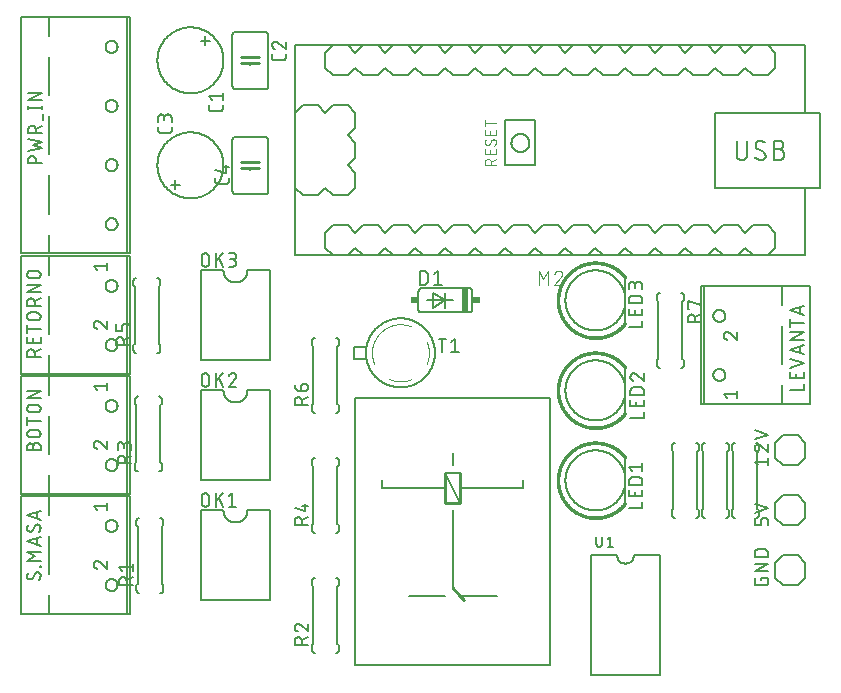
<source format=gbr>
G04 EAGLE Gerber X2 export*
%TF.Part,Single*%
%TF.FileFunction,Legend,Top,1*%
%TF.FilePolarity,Positive*%
%TF.GenerationSoftware,Autodesk,EAGLE,8.7.0*%
%TF.CreationDate,2018-10-16T22:36:03Z*%
G75*
%MOMM*%
%FSLAX34Y34*%
%LPD*%
%AMOC8*
5,1,8,0,0,1.08239X$1,22.5*%
G01*
%ADD10C,0.152400*%
%ADD11C,0.127000*%
%ADD12C,0.254000*%
%ADD13R,0.508000X2.032000*%
%ADD14R,0.635000X0.508000*%
%ADD15C,0.203200*%
%ADD16C,0.025400*%
%ADD17C,0.076200*%
%ADD18C,0.101600*%
%ADD19C,0.050800*%
%ADD20C,0.177800*%


D10*
X647700Y209550D02*
X647700Y222250D01*
X654050Y228600D01*
X666750Y228600D01*
X673100Y222250D01*
X666750Y203200D02*
X654050Y203200D01*
X647700Y209550D01*
X666750Y203200D02*
X673100Y209550D01*
X673100Y222250D01*
D11*
X632587Y203073D02*
X630047Y206248D01*
X641477Y206248D01*
X641477Y203073D02*
X641477Y209423D01*
X630047Y217996D02*
X630049Y218100D01*
X630055Y218205D01*
X630064Y218309D01*
X630077Y218412D01*
X630095Y218515D01*
X630115Y218617D01*
X630140Y218719D01*
X630168Y218819D01*
X630200Y218919D01*
X630236Y219017D01*
X630275Y219114D01*
X630317Y219209D01*
X630363Y219303D01*
X630413Y219395D01*
X630465Y219485D01*
X630521Y219573D01*
X630581Y219659D01*
X630643Y219743D01*
X630708Y219824D01*
X630776Y219903D01*
X630848Y219980D01*
X630921Y220053D01*
X630998Y220125D01*
X631077Y220193D01*
X631158Y220258D01*
X631242Y220320D01*
X631328Y220380D01*
X631416Y220436D01*
X631506Y220488D01*
X631598Y220538D01*
X631692Y220584D01*
X631787Y220626D01*
X631884Y220665D01*
X631982Y220701D01*
X632082Y220733D01*
X632182Y220761D01*
X632284Y220786D01*
X632386Y220806D01*
X632489Y220824D01*
X632592Y220837D01*
X632696Y220846D01*
X632801Y220852D01*
X632905Y220854D01*
X630047Y217996D02*
X630049Y217878D01*
X630055Y217759D01*
X630064Y217641D01*
X630077Y217524D01*
X630095Y217407D01*
X630115Y217290D01*
X630140Y217174D01*
X630168Y217059D01*
X630201Y216946D01*
X630236Y216833D01*
X630276Y216721D01*
X630318Y216611D01*
X630365Y216502D01*
X630415Y216394D01*
X630468Y216289D01*
X630525Y216185D01*
X630585Y216083D01*
X630648Y215983D01*
X630715Y215885D01*
X630784Y215789D01*
X630857Y215696D01*
X630933Y215605D01*
X631011Y215516D01*
X631093Y215430D01*
X631177Y215347D01*
X631263Y215266D01*
X631353Y215189D01*
X631444Y215114D01*
X631538Y215042D01*
X631635Y214973D01*
X631733Y214908D01*
X631834Y214845D01*
X631937Y214786D01*
X632041Y214730D01*
X632147Y214678D01*
X632255Y214629D01*
X632364Y214584D01*
X632475Y214542D01*
X632587Y214504D01*
X635127Y219901D02*
X635052Y219977D01*
X634973Y220052D01*
X634892Y220123D01*
X634808Y220192D01*
X634722Y220257D01*
X634634Y220319D01*
X634544Y220379D01*
X634452Y220435D01*
X634357Y220488D01*
X634261Y220537D01*
X634163Y220583D01*
X634064Y220626D01*
X633963Y220665D01*
X633861Y220700D01*
X633758Y220732D01*
X633654Y220760D01*
X633549Y220785D01*
X633442Y220806D01*
X633336Y220823D01*
X633229Y220836D01*
X633121Y220845D01*
X633013Y220851D01*
X632905Y220853D01*
X635127Y219901D02*
X641477Y214503D01*
X641477Y220853D01*
X641477Y229108D02*
X630047Y225298D01*
X630047Y232918D02*
X641477Y229108D01*
D10*
X647700Y171450D02*
X647700Y158750D01*
X647700Y171450D02*
X654050Y177800D01*
X666750Y177800D01*
X673100Y171450D01*
X666750Y152400D02*
X654050Y152400D01*
X647700Y158750D01*
X666750Y152400D02*
X673100Y158750D01*
X673100Y171450D01*
D11*
X641477Y156083D02*
X641477Y152273D01*
X641477Y156083D02*
X641475Y156183D01*
X641469Y156282D01*
X641459Y156382D01*
X641446Y156480D01*
X641428Y156579D01*
X641407Y156676D01*
X641382Y156772D01*
X641353Y156868D01*
X641320Y156962D01*
X641284Y157055D01*
X641244Y157146D01*
X641200Y157236D01*
X641153Y157324D01*
X641103Y157410D01*
X641049Y157494D01*
X640992Y157576D01*
X640932Y157655D01*
X640868Y157733D01*
X640802Y157807D01*
X640733Y157879D01*
X640661Y157948D01*
X640587Y158014D01*
X640509Y158078D01*
X640430Y158138D01*
X640348Y158195D01*
X640264Y158249D01*
X640178Y158299D01*
X640090Y158346D01*
X640000Y158390D01*
X639909Y158430D01*
X639816Y158466D01*
X639722Y158499D01*
X639626Y158528D01*
X639530Y158553D01*
X639433Y158574D01*
X639334Y158592D01*
X639236Y158605D01*
X639136Y158615D01*
X639037Y158621D01*
X638937Y158623D01*
X637667Y158623D01*
X637567Y158621D01*
X637468Y158615D01*
X637368Y158605D01*
X637270Y158592D01*
X637171Y158574D01*
X637074Y158553D01*
X636978Y158528D01*
X636882Y158499D01*
X636788Y158466D01*
X636695Y158430D01*
X636604Y158390D01*
X636514Y158346D01*
X636426Y158299D01*
X636340Y158249D01*
X636256Y158195D01*
X636174Y158138D01*
X636095Y158078D01*
X636017Y158014D01*
X635943Y157948D01*
X635871Y157879D01*
X635802Y157807D01*
X635736Y157733D01*
X635672Y157655D01*
X635612Y157576D01*
X635555Y157494D01*
X635501Y157410D01*
X635451Y157324D01*
X635404Y157236D01*
X635360Y157146D01*
X635320Y157055D01*
X635284Y156962D01*
X635251Y156868D01*
X635222Y156772D01*
X635197Y156676D01*
X635176Y156579D01*
X635158Y156480D01*
X635145Y156382D01*
X635135Y156282D01*
X635129Y156183D01*
X635127Y156083D01*
X635127Y152273D01*
X630047Y152273D01*
X630047Y158623D01*
X630047Y163068D02*
X641477Y166878D01*
X630047Y170688D01*
D10*
X8890Y178670D02*
X8890Y278490D01*
X98810Y178670D02*
X100840Y178670D01*
X100840Y278490D01*
X32770Y278490D02*
X8890Y278490D01*
X32770Y278490D02*
X32770Y262490D01*
X32770Y244710D02*
X32770Y212450D01*
X32770Y194670D02*
X32770Y178670D01*
X32770Y278490D02*
X98810Y278490D01*
X32770Y178670D02*
X8890Y178670D01*
X98810Y178670D02*
X98810Y278490D01*
X100840Y278490D01*
X98810Y178670D02*
X32770Y178670D01*
X80518Y253600D02*
X80520Y253742D01*
X80526Y253885D01*
X80536Y254027D01*
X80550Y254169D01*
X80568Y254310D01*
X80590Y254451D01*
X80616Y254591D01*
X80645Y254730D01*
X80679Y254869D01*
X80717Y255006D01*
X80758Y255143D01*
X80803Y255278D01*
X80852Y255412D01*
X80905Y255544D01*
X80961Y255675D01*
X81021Y255804D01*
X81085Y255932D01*
X81152Y256057D01*
X81223Y256181D01*
X81297Y256303D01*
X81374Y256422D01*
X81455Y256540D01*
X81539Y256655D01*
X81626Y256767D01*
X81717Y256877D01*
X81810Y256985D01*
X81907Y257090D01*
X82006Y257192D01*
X82108Y257291D01*
X82213Y257388D01*
X82321Y257481D01*
X82431Y257572D01*
X82543Y257659D01*
X82658Y257743D01*
X82776Y257824D01*
X82895Y257901D01*
X83017Y257975D01*
X83141Y258046D01*
X83266Y258113D01*
X83394Y258177D01*
X83523Y258237D01*
X83654Y258293D01*
X83786Y258346D01*
X83920Y258395D01*
X84055Y258440D01*
X84192Y258481D01*
X84329Y258519D01*
X84468Y258553D01*
X84607Y258582D01*
X84747Y258608D01*
X84888Y258630D01*
X85029Y258648D01*
X85171Y258662D01*
X85313Y258672D01*
X85456Y258678D01*
X85598Y258680D01*
X85740Y258678D01*
X85883Y258672D01*
X86025Y258662D01*
X86167Y258648D01*
X86308Y258630D01*
X86449Y258608D01*
X86589Y258582D01*
X86728Y258553D01*
X86867Y258519D01*
X87004Y258481D01*
X87141Y258440D01*
X87276Y258395D01*
X87410Y258346D01*
X87542Y258293D01*
X87673Y258237D01*
X87802Y258177D01*
X87930Y258113D01*
X88055Y258046D01*
X88179Y257975D01*
X88301Y257901D01*
X88420Y257824D01*
X88538Y257743D01*
X88653Y257659D01*
X88765Y257572D01*
X88875Y257481D01*
X88983Y257388D01*
X89088Y257291D01*
X89190Y257192D01*
X89289Y257090D01*
X89386Y256985D01*
X89479Y256877D01*
X89570Y256767D01*
X89657Y256655D01*
X89741Y256540D01*
X89822Y256422D01*
X89899Y256303D01*
X89973Y256181D01*
X90044Y256057D01*
X90111Y255932D01*
X90175Y255804D01*
X90235Y255675D01*
X90291Y255544D01*
X90344Y255412D01*
X90393Y255278D01*
X90438Y255143D01*
X90479Y255006D01*
X90517Y254869D01*
X90551Y254730D01*
X90580Y254591D01*
X90606Y254451D01*
X90628Y254310D01*
X90646Y254169D01*
X90660Y254027D01*
X90670Y253885D01*
X90676Y253742D01*
X90678Y253600D01*
X90676Y253458D01*
X90670Y253315D01*
X90660Y253173D01*
X90646Y253031D01*
X90628Y252890D01*
X90606Y252749D01*
X90580Y252609D01*
X90551Y252470D01*
X90517Y252331D01*
X90479Y252194D01*
X90438Y252057D01*
X90393Y251922D01*
X90344Y251788D01*
X90291Y251656D01*
X90235Y251525D01*
X90175Y251396D01*
X90111Y251268D01*
X90044Y251143D01*
X89973Y251019D01*
X89899Y250897D01*
X89822Y250778D01*
X89741Y250660D01*
X89657Y250545D01*
X89570Y250433D01*
X89479Y250323D01*
X89386Y250215D01*
X89289Y250110D01*
X89190Y250008D01*
X89088Y249909D01*
X88983Y249812D01*
X88875Y249719D01*
X88765Y249628D01*
X88653Y249541D01*
X88538Y249457D01*
X88420Y249376D01*
X88301Y249299D01*
X88179Y249225D01*
X88055Y249154D01*
X87930Y249087D01*
X87802Y249023D01*
X87673Y248963D01*
X87542Y248907D01*
X87410Y248854D01*
X87276Y248805D01*
X87141Y248760D01*
X87004Y248719D01*
X86867Y248681D01*
X86728Y248647D01*
X86589Y248618D01*
X86449Y248592D01*
X86308Y248570D01*
X86167Y248552D01*
X86025Y248538D01*
X85883Y248528D01*
X85740Y248522D01*
X85598Y248520D01*
X85456Y248522D01*
X85313Y248528D01*
X85171Y248538D01*
X85029Y248552D01*
X84888Y248570D01*
X84747Y248592D01*
X84607Y248618D01*
X84468Y248647D01*
X84329Y248681D01*
X84192Y248719D01*
X84055Y248760D01*
X83920Y248805D01*
X83786Y248854D01*
X83654Y248907D01*
X83523Y248963D01*
X83394Y249023D01*
X83266Y249087D01*
X83141Y249154D01*
X83017Y249225D01*
X82895Y249299D01*
X82776Y249376D01*
X82658Y249457D01*
X82543Y249541D01*
X82431Y249628D01*
X82321Y249719D01*
X82213Y249812D01*
X82108Y249909D01*
X82006Y250008D01*
X81907Y250110D01*
X81810Y250215D01*
X81717Y250323D01*
X81626Y250433D01*
X81539Y250545D01*
X81455Y250660D01*
X81374Y250778D01*
X81297Y250897D01*
X81223Y251019D01*
X81152Y251143D01*
X81085Y251268D01*
X81021Y251396D01*
X80961Y251525D01*
X80905Y251656D01*
X80852Y251788D01*
X80803Y251922D01*
X80758Y252057D01*
X80717Y252194D01*
X80679Y252331D01*
X80645Y252470D01*
X80616Y252609D01*
X80590Y252749D01*
X80568Y252890D01*
X80550Y253031D01*
X80536Y253173D01*
X80526Y253315D01*
X80520Y253458D01*
X80518Y253600D01*
X80518Y203562D02*
X80520Y203704D01*
X80526Y203847D01*
X80536Y203989D01*
X80550Y204131D01*
X80568Y204272D01*
X80590Y204413D01*
X80616Y204553D01*
X80645Y204692D01*
X80679Y204831D01*
X80717Y204968D01*
X80758Y205105D01*
X80803Y205240D01*
X80852Y205374D01*
X80905Y205506D01*
X80961Y205637D01*
X81021Y205766D01*
X81085Y205894D01*
X81152Y206019D01*
X81223Y206143D01*
X81297Y206265D01*
X81374Y206384D01*
X81455Y206502D01*
X81539Y206617D01*
X81626Y206729D01*
X81717Y206839D01*
X81810Y206947D01*
X81907Y207052D01*
X82006Y207154D01*
X82108Y207253D01*
X82213Y207350D01*
X82321Y207443D01*
X82431Y207534D01*
X82543Y207621D01*
X82658Y207705D01*
X82776Y207786D01*
X82895Y207863D01*
X83017Y207937D01*
X83141Y208008D01*
X83266Y208075D01*
X83394Y208139D01*
X83523Y208199D01*
X83654Y208255D01*
X83786Y208308D01*
X83920Y208357D01*
X84055Y208402D01*
X84192Y208443D01*
X84329Y208481D01*
X84468Y208515D01*
X84607Y208544D01*
X84747Y208570D01*
X84888Y208592D01*
X85029Y208610D01*
X85171Y208624D01*
X85313Y208634D01*
X85456Y208640D01*
X85598Y208642D01*
X85740Y208640D01*
X85883Y208634D01*
X86025Y208624D01*
X86167Y208610D01*
X86308Y208592D01*
X86449Y208570D01*
X86589Y208544D01*
X86728Y208515D01*
X86867Y208481D01*
X87004Y208443D01*
X87141Y208402D01*
X87276Y208357D01*
X87410Y208308D01*
X87542Y208255D01*
X87673Y208199D01*
X87802Y208139D01*
X87930Y208075D01*
X88055Y208008D01*
X88179Y207937D01*
X88301Y207863D01*
X88420Y207786D01*
X88538Y207705D01*
X88653Y207621D01*
X88765Y207534D01*
X88875Y207443D01*
X88983Y207350D01*
X89088Y207253D01*
X89190Y207154D01*
X89289Y207052D01*
X89386Y206947D01*
X89479Y206839D01*
X89570Y206729D01*
X89657Y206617D01*
X89741Y206502D01*
X89822Y206384D01*
X89899Y206265D01*
X89973Y206143D01*
X90044Y206019D01*
X90111Y205894D01*
X90175Y205766D01*
X90235Y205637D01*
X90291Y205506D01*
X90344Y205374D01*
X90393Y205240D01*
X90438Y205105D01*
X90479Y204968D01*
X90517Y204831D01*
X90551Y204692D01*
X90580Y204553D01*
X90606Y204413D01*
X90628Y204272D01*
X90646Y204131D01*
X90660Y203989D01*
X90670Y203847D01*
X90676Y203704D01*
X90678Y203562D01*
X90676Y203420D01*
X90670Y203277D01*
X90660Y203135D01*
X90646Y202993D01*
X90628Y202852D01*
X90606Y202711D01*
X90580Y202571D01*
X90551Y202432D01*
X90517Y202293D01*
X90479Y202156D01*
X90438Y202019D01*
X90393Y201884D01*
X90344Y201750D01*
X90291Y201618D01*
X90235Y201487D01*
X90175Y201358D01*
X90111Y201230D01*
X90044Y201105D01*
X89973Y200981D01*
X89899Y200859D01*
X89822Y200740D01*
X89741Y200622D01*
X89657Y200507D01*
X89570Y200395D01*
X89479Y200285D01*
X89386Y200177D01*
X89289Y200072D01*
X89190Y199970D01*
X89088Y199871D01*
X88983Y199774D01*
X88875Y199681D01*
X88765Y199590D01*
X88653Y199503D01*
X88538Y199419D01*
X88420Y199338D01*
X88301Y199261D01*
X88179Y199187D01*
X88055Y199116D01*
X87930Y199049D01*
X87802Y198985D01*
X87673Y198925D01*
X87542Y198869D01*
X87410Y198816D01*
X87276Y198767D01*
X87141Y198722D01*
X87004Y198681D01*
X86867Y198643D01*
X86728Y198609D01*
X86589Y198580D01*
X86449Y198554D01*
X86308Y198532D01*
X86167Y198514D01*
X86025Y198500D01*
X85883Y198490D01*
X85740Y198484D01*
X85598Y198482D01*
X85456Y198484D01*
X85313Y198490D01*
X85171Y198500D01*
X85029Y198514D01*
X84888Y198532D01*
X84747Y198554D01*
X84607Y198580D01*
X84468Y198609D01*
X84329Y198643D01*
X84192Y198681D01*
X84055Y198722D01*
X83920Y198767D01*
X83786Y198816D01*
X83654Y198869D01*
X83523Y198925D01*
X83394Y198985D01*
X83266Y199049D01*
X83141Y199116D01*
X83017Y199187D01*
X82895Y199261D01*
X82776Y199338D01*
X82658Y199419D01*
X82543Y199503D01*
X82431Y199590D01*
X82321Y199681D01*
X82213Y199774D01*
X82108Y199871D01*
X82006Y199970D01*
X81907Y200072D01*
X81810Y200177D01*
X81717Y200285D01*
X81626Y200395D01*
X81539Y200507D01*
X81455Y200622D01*
X81374Y200740D01*
X81297Y200859D01*
X81223Y200981D01*
X81152Y201105D01*
X81085Y201230D01*
X81021Y201358D01*
X80961Y201487D01*
X80905Y201618D01*
X80852Y201750D01*
X80803Y201884D01*
X80758Y202019D01*
X80717Y202156D01*
X80679Y202293D01*
X80645Y202432D01*
X80616Y202571D01*
X80590Y202711D01*
X80568Y202852D01*
X80550Y202993D01*
X80536Y203135D01*
X80526Y203277D01*
X80520Y203420D01*
X80518Y203562D01*
D11*
X19177Y216072D02*
X19177Y219247D01*
X19179Y219358D01*
X19185Y219468D01*
X19194Y219579D01*
X19208Y219689D01*
X19225Y219798D01*
X19246Y219907D01*
X19271Y220015D01*
X19300Y220122D01*
X19332Y220228D01*
X19368Y220333D01*
X19408Y220436D01*
X19451Y220538D01*
X19498Y220639D01*
X19549Y220738D01*
X19602Y220835D01*
X19659Y220929D01*
X19720Y221022D01*
X19783Y221113D01*
X19850Y221202D01*
X19920Y221288D01*
X19993Y221371D01*
X20068Y221453D01*
X20146Y221531D01*
X20228Y221606D01*
X20311Y221679D01*
X20397Y221749D01*
X20486Y221816D01*
X20577Y221879D01*
X20670Y221940D01*
X20764Y221997D01*
X20861Y222050D01*
X20960Y222101D01*
X21061Y222148D01*
X21163Y222191D01*
X21266Y222231D01*
X21371Y222267D01*
X21477Y222299D01*
X21584Y222328D01*
X21692Y222353D01*
X21801Y222374D01*
X21910Y222391D01*
X22020Y222405D01*
X22131Y222414D01*
X22241Y222420D01*
X22352Y222422D01*
X22463Y222420D01*
X22573Y222414D01*
X22684Y222405D01*
X22794Y222391D01*
X22903Y222374D01*
X23012Y222353D01*
X23120Y222328D01*
X23227Y222299D01*
X23333Y222267D01*
X23438Y222231D01*
X23541Y222191D01*
X23643Y222148D01*
X23744Y222101D01*
X23843Y222050D01*
X23940Y221997D01*
X24034Y221940D01*
X24127Y221879D01*
X24218Y221816D01*
X24307Y221749D01*
X24393Y221679D01*
X24476Y221606D01*
X24558Y221531D01*
X24636Y221453D01*
X24711Y221371D01*
X24784Y221288D01*
X24854Y221202D01*
X24921Y221113D01*
X24984Y221022D01*
X25045Y220929D01*
X25102Y220835D01*
X25155Y220738D01*
X25206Y220639D01*
X25253Y220538D01*
X25296Y220436D01*
X25336Y220333D01*
X25372Y220228D01*
X25404Y220122D01*
X25433Y220015D01*
X25458Y219907D01*
X25479Y219798D01*
X25496Y219689D01*
X25510Y219579D01*
X25519Y219468D01*
X25525Y219358D01*
X25527Y219247D01*
X25527Y216072D01*
X14097Y216072D01*
X14097Y219247D01*
X14099Y219347D01*
X14105Y219446D01*
X14115Y219546D01*
X14128Y219644D01*
X14146Y219743D01*
X14167Y219840D01*
X14192Y219936D01*
X14221Y220032D01*
X14254Y220126D01*
X14290Y220219D01*
X14330Y220310D01*
X14374Y220400D01*
X14421Y220488D01*
X14471Y220574D01*
X14525Y220658D01*
X14582Y220740D01*
X14642Y220819D01*
X14706Y220897D01*
X14772Y220971D01*
X14841Y221043D01*
X14913Y221112D01*
X14987Y221178D01*
X15065Y221242D01*
X15144Y221302D01*
X15226Y221359D01*
X15310Y221413D01*
X15396Y221463D01*
X15484Y221510D01*
X15574Y221554D01*
X15665Y221594D01*
X15758Y221630D01*
X15852Y221663D01*
X15948Y221692D01*
X16044Y221717D01*
X16141Y221738D01*
X16240Y221756D01*
X16338Y221769D01*
X16438Y221779D01*
X16537Y221785D01*
X16637Y221787D01*
X16737Y221785D01*
X16836Y221779D01*
X16936Y221769D01*
X17034Y221756D01*
X17133Y221738D01*
X17230Y221717D01*
X17326Y221692D01*
X17422Y221663D01*
X17516Y221630D01*
X17609Y221594D01*
X17700Y221554D01*
X17790Y221510D01*
X17878Y221463D01*
X17964Y221413D01*
X18048Y221359D01*
X18130Y221302D01*
X18209Y221242D01*
X18287Y221178D01*
X18361Y221112D01*
X18433Y221043D01*
X18502Y220971D01*
X18568Y220897D01*
X18632Y220819D01*
X18692Y220740D01*
X18749Y220658D01*
X18803Y220574D01*
X18853Y220488D01*
X18900Y220400D01*
X18944Y220310D01*
X18984Y220219D01*
X19020Y220126D01*
X19053Y220032D01*
X19082Y219936D01*
X19107Y219840D01*
X19128Y219743D01*
X19146Y219644D01*
X19159Y219546D01*
X19169Y219446D01*
X19175Y219347D01*
X19177Y219247D01*
X17272Y226930D02*
X22352Y226930D01*
X17272Y226930D02*
X17161Y226932D01*
X17051Y226938D01*
X16940Y226947D01*
X16830Y226961D01*
X16721Y226978D01*
X16612Y226999D01*
X16504Y227024D01*
X16397Y227053D01*
X16291Y227085D01*
X16186Y227121D01*
X16083Y227161D01*
X15981Y227204D01*
X15880Y227251D01*
X15781Y227302D01*
X15685Y227355D01*
X15590Y227412D01*
X15497Y227473D01*
X15406Y227536D01*
X15317Y227603D01*
X15231Y227673D01*
X15148Y227746D01*
X15066Y227821D01*
X14988Y227899D01*
X14913Y227981D01*
X14840Y228064D01*
X14770Y228150D01*
X14703Y228239D01*
X14640Y228330D01*
X14579Y228423D01*
X14522Y228518D01*
X14469Y228614D01*
X14418Y228713D01*
X14371Y228814D01*
X14328Y228916D01*
X14288Y229019D01*
X14252Y229124D01*
X14220Y229230D01*
X14191Y229337D01*
X14166Y229445D01*
X14145Y229554D01*
X14128Y229663D01*
X14114Y229773D01*
X14105Y229884D01*
X14099Y229994D01*
X14097Y230105D01*
X14099Y230216D01*
X14105Y230326D01*
X14114Y230437D01*
X14128Y230547D01*
X14145Y230656D01*
X14166Y230765D01*
X14191Y230873D01*
X14220Y230980D01*
X14252Y231086D01*
X14288Y231191D01*
X14328Y231294D01*
X14371Y231396D01*
X14418Y231497D01*
X14469Y231596D01*
X14522Y231693D01*
X14579Y231787D01*
X14640Y231880D01*
X14703Y231971D01*
X14770Y232060D01*
X14840Y232146D01*
X14913Y232229D01*
X14988Y232311D01*
X15066Y232389D01*
X15148Y232464D01*
X15231Y232537D01*
X15317Y232607D01*
X15406Y232674D01*
X15497Y232737D01*
X15590Y232798D01*
X15684Y232855D01*
X15781Y232908D01*
X15880Y232959D01*
X15981Y233006D01*
X16083Y233049D01*
X16186Y233089D01*
X16291Y233125D01*
X16397Y233157D01*
X16504Y233186D01*
X16612Y233211D01*
X16721Y233232D01*
X16830Y233249D01*
X16940Y233263D01*
X17051Y233272D01*
X17161Y233278D01*
X17272Y233280D01*
X22352Y233280D01*
X22463Y233278D01*
X22573Y233272D01*
X22684Y233263D01*
X22794Y233249D01*
X22903Y233232D01*
X23012Y233211D01*
X23120Y233186D01*
X23227Y233157D01*
X23333Y233125D01*
X23438Y233089D01*
X23541Y233049D01*
X23643Y233006D01*
X23744Y232959D01*
X23843Y232908D01*
X23940Y232855D01*
X24034Y232798D01*
X24127Y232737D01*
X24218Y232674D01*
X24307Y232607D01*
X24393Y232537D01*
X24476Y232464D01*
X24558Y232389D01*
X24636Y232311D01*
X24711Y232229D01*
X24784Y232146D01*
X24854Y232060D01*
X24921Y231971D01*
X24984Y231880D01*
X25045Y231787D01*
X25102Y231692D01*
X25155Y231596D01*
X25206Y231497D01*
X25253Y231396D01*
X25296Y231294D01*
X25336Y231191D01*
X25372Y231086D01*
X25404Y230980D01*
X25433Y230873D01*
X25458Y230765D01*
X25479Y230656D01*
X25496Y230547D01*
X25510Y230437D01*
X25519Y230326D01*
X25525Y230216D01*
X25527Y230105D01*
X25525Y229994D01*
X25519Y229884D01*
X25510Y229773D01*
X25496Y229663D01*
X25479Y229554D01*
X25458Y229445D01*
X25433Y229337D01*
X25404Y229230D01*
X25372Y229124D01*
X25336Y229019D01*
X25296Y228916D01*
X25253Y228814D01*
X25206Y228713D01*
X25155Y228614D01*
X25102Y228517D01*
X25045Y228423D01*
X24984Y228330D01*
X24921Y228239D01*
X24854Y228150D01*
X24784Y228064D01*
X24711Y227981D01*
X24636Y227899D01*
X24558Y227821D01*
X24476Y227746D01*
X24393Y227673D01*
X24307Y227603D01*
X24218Y227536D01*
X24127Y227473D01*
X24034Y227412D01*
X23939Y227355D01*
X23843Y227302D01*
X23744Y227251D01*
X23643Y227204D01*
X23541Y227161D01*
X23438Y227121D01*
X23333Y227085D01*
X23227Y227053D01*
X23120Y227024D01*
X23012Y226999D01*
X22903Y226978D01*
X22794Y226961D01*
X22684Y226947D01*
X22573Y226938D01*
X22463Y226932D01*
X22352Y226930D01*
X25527Y240773D02*
X14097Y240773D01*
X14097Y237598D02*
X14097Y243948D01*
X17272Y248266D02*
X22352Y248266D01*
X17272Y248266D02*
X17161Y248268D01*
X17051Y248274D01*
X16940Y248283D01*
X16830Y248297D01*
X16721Y248314D01*
X16612Y248335D01*
X16504Y248360D01*
X16397Y248389D01*
X16291Y248421D01*
X16186Y248457D01*
X16083Y248497D01*
X15981Y248540D01*
X15880Y248587D01*
X15781Y248638D01*
X15685Y248691D01*
X15590Y248748D01*
X15497Y248809D01*
X15406Y248872D01*
X15317Y248939D01*
X15231Y249009D01*
X15148Y249082D01*
X15066Y249157D01*
X14988Y249235D01*
X14913Y249317D01*
X14840Y249400D01*
X14770Y249486D01*
X14703Y249575D01*
X14640Y249666D01*
X14579Y249759D01*
X14522Y249854D01*
X14469Y249950D01*
X14418Y250049D01*
X14371Y250150D01*
X14328Y250252D01*
X14288Y250355D01*
X14252Y250460D01*
X14220Y250566D01*
X14191Y250673D01*
X14166Y250781D01*
X14145Y250890D01*
X14128Y250999D01*
X14114Y251109D01*
X14105Y251220D01*
X14099Y251330D01*
X14097Y251441D01*
X14099Y251552D01*
X14105Y251662D01*
X14114Y251773D01*
X14128Y251883D01*
X14145Y251992D01*
X14166Y252101D01*
X14191Y252209D01*
X14220Y252316D01*
X14252Y252422D01*
X14288Y252527D01*
X14328Y252630D01*
X14371Y252732D01*
X14418Y252833D01*
X14469Y252932D01*
X14522Y253029D01*
X14579Y253123D01*
X14640Y253216D01*
X14703Y253307D01*
X14770Y253396D01*
X14840Y253482D01*
X14913Y253565D01*
X14988Y253647D01*
X15066Y253725D01*
X15148Y253800D01*
X15231Y253873D01*
X15317Y253943D01*
X15406Y254010D01*
X15497Y254073D01*
X15590Y254134D01*
X15684Y254191D01*
X15781Y254244D01*
X15880Y254295D01*
X15981Y254342D01*
X16083Y254385D01*
X16186Y254425D01*
X16291Y254461D01*
X16397Y254493D01*
X16504Y254522D01*
X16612Y254547D01*
X16721Y254568D01*
X16830Y254585D01*
X16940Y254599D01*
X17051Y254608D01*
X17161Y254614D01*
X17272Y254616D01*
X22352Y254616D01*
X22463Y254614D01*
X22573Y254608D01*
X22684Y254599D01*
X22794Y254585D01*
X22903Y254568D01*
X23012Y254547D01*
X23120Y254522D01*
X23227Y254493D01*
X23333Y254461D01*
X23438Y254425D01*
X23541Y254385D01*
X23643Y254342D01*
X23744Y254295D01*
X23843Y254244D01*
X23940Y254191D01*
X24034Y254134D01*
X24127Y254073D01*
X24218Y254010D01*
X24307Y253943D01*
X24393Y253873D01*
X24476Y253800D01*
X24558Y253725D01*
X24636Y253647D01*
X24711Y253565D01*
X24784Y253482D01*
X24854Y253396D01*
X24921Y253307D01*
X24984Y253216D01*
X25045Y253123D01*
X25102Y253028D01*
X25155Y252932D01*
X25206Y252833D01*
X25253Y252732D01*
X25296Y252630D01*
X25336Y252527D01*
X25372Y252422D01*
X25404Y252316D01*
X25433Y252209D01*
X25458Y252101D01*
X25479Y251992D01*
X25496Y251883D01*
X25510Y251773D01*
X25519Y251662D01*
X25525Y251552D01*
X25527Y251441D01*
X25525Y251330D01*
X25519Y251220D01*
X25510Y251109D01*
X25496Y250999D01*
X25479Y250890D01*
X25458Y250781D01*
X25433Y250673D01*
X25404Y250566D01*
X25372Y250460D01*
X25336Y250355D01*
X25296Y250252D01*
X25253Y250150D01*
X25206Y250049D01*
X25155Y249950D01*
X25102Y249853D01*
X25045Y249759D01*
X24984Y249666D01*
X24921Y249575D01*
X24854Y249486D01*
X24784Y249400D01*
X24711Y249317D01*
X24636Y249235D01*
X24558Y249157D01*
X24476Y249082D01*
X24393Y249009D01*
X24307Y248939D01*
X24218Y248872D01*
X24127Y248809D01*
X24034Y248748D01*
X23939Y248691D01*
X23843Y248638D01*
X23744Y248587D01*
X23643Y248540D01*
X23541Y248497D01*
X23438Y248457D01*
X23333Y248421D01*
X23227Y248389D01*
X23120Y248360D01*
X23012Y248335D01*
X22903Y248314D01*
X22794Y248297D01*
X22684Y248283D01*
X22573Y248274D01*
X22463Y248268D01*
X22352Y248266D01*
X25527Y260077D02*
X14097Y260077D01*
X25527Y266427D01*
X14097Y266427D01*
X70485Y270110D02*
X73025Y266935D01*
X70485Y270110D02*
X81915Y270110D01*
X81915Y266935D02*
X81915Y273285D01*
X73343Y223756D02*
X73239Y223754D01*
X73134Y223748D01*
X73030Y223739D01*
X72927Y223726D01*
X72824Y223708D01*
X72722Y223688D01*
X72620Y223663D01*
X72520Y223635D01*
X72420Y223603D01*
X72322Y223567D01*
X72225Y223528D01*
X72130Y223486D01*
X72036Y223440D01*
X71944Y223390D01*
X71854Y223338D01*
X71766Y223282D01*
X71680Y223222D01*
X71596Y223160D01*
X71515Y223095D01*
X71436Y223027D01*
X71359Y222955D01*
X71286Y222882D01*
X71214Y222805D01*
X71146Y222726D01*
X71081Y222645D01*
X71019Y222561D01*
X70959Y222475D01*
X70903Y222387D01*
X70851Y222297D01*
X70801Y222205D01*
X70755Y222111D01*
X70713Y222016D01*
X70674Y221919D01*
X70638Y221821D01*
X70606Y221721D01*
X70578Y221621D01*
X70553Y221519D01*
X70533Y221417D01*
X70515Y221314D01*
X70502Y221211D01*
X70493Y221107D01*
X70487Y221002D01*
X70485Y220898D01*
X70487Y220780D01*
X70493Y220661D01*
X70502Y220543D01*
X70515Y220426D01*
X70533Y220309D01*
X70553Y220192D01*
X70578Y220076D01*
X70606Y219961D01*
X70639Y219848D01*
X70674Y219735D01*
X70714Y219623D01*
X70756Y219513D01*
X70803Y219404D01*
X70853Y219296D01*
X70906Y219191D01*
X70963Y219087D01*
X71023Y218985D01*
X71086Y218885D01*
X71153Y218787D01*
X71222Y218691D01*
X71295Y218598D01*
X71371Y218507D01*
X71449Y218418D01*
X71531Y218332D01*
X71615Y218249D01*
X71701Y218168D01*
X71791Y218091D01*
X71882Y218016D01*
X71976Y217944D01*
X72073Y217875D01*
X72171Y217810D01*
X72272Y217747D01*
X72375Y217688D01*
X72479Y217632D01*
X72585Y217580D01*
X72693Y217531D01*
X72802Y217486D01*
X72913Y217444D01*
X73025Y217406D01*
X75565Y222803D02*
X75490Y222879D01*
X75411Y222954D01*
X75330Y223025D01*
X75246Y223094D01*
X75160Y223159D01*
X75072Y223221D01*
X74982Y223281D01*
X74890Y223337D01*
X74795Y223390D01*
X74699Y223439D01*
X74601Y223485D01*
X74502Y223528D01*
X74401Y223567D01*
X74299Y223602D01*
X74196Y223634D01*
X74092Y223662D01*
X73987Y223687D01*
X73880Y223708D01*
X73774Y223725D01*
X73667Y223738D01*
X73559Y223747D01*
X73451Y223753D01*
X73343Y223755D01*
X75565Y222803D02*
X81915Y217405D01*
X81915Y223755D01*
D10*
X165100Y562610D02*
X165100Y566420D01*
X165100Y562610D02*
X161290Y562610D01*
X165100Y562610D02*
X165100Y558800D01*
X165100Y562610D02*
X168910Y562610D01*
X124460Y546100D02*
X124468Y546786D01*
X124494Y547471D01*
X124536Y548155D01*
X124595Y548839D01*
X124670Y549520D01*
X124762Y550200D01*
X124871Y550877D01*
X124997Y551551D01*
X125139Y552222D01*
X125297Y552889D01*
X125472Y553552D01*
X125663Y554211D01*
X125870Y554864D01*
X126093Y555513D01*
X126332Y556155D01*
X126587Y556792D01*
X126857Y557422D01*
X127143Y558046D01*
X127443Y558662D01*
X127759Y559271D01*
X128090Y559872D01*
X128435Y560464D01*
X128795Y561048D01*
X129169Y561623D01*
X129557Y562188D01*
X129958Y562744D01*
X130374Y563290D01*
X130802Y563825D01*
X131244Y564350D01*
X131698Y564863D01*
X132165Y565366D01*
X132643Y565857D01*
X133134Y566335D01*
X133637Y566802D01*
X134150Y567256D01*
X134675Y567698D01*
X135210Y568126D01*
X135756Y568542D01*
X136312Y568943D01*
X136877Y569331D01*
X137452Y569705D01*
X138036Y570065D01*
X138628Y570410D01*
X139229Y570741D01*
X139838Y571057D01*
X140454Y571357D01*
X141078Y571643D01*
X141708Y571913D01*
X142345Y572168D01*
X142987Y572407D01*
X143636Y572630D01*
X144289Y572837D01*
X144948Y573028D01*
X145611Y573203D01*
X146278Y573361D01*
X146949Y573503D01*
X147623Y573629D01*
X148300Y573738D01*
X148980Y573830D01*
X149661Y573905D01*
X150345Y573964D01*
X151029Y574006D01*
X151714Y574032D01*
X152400Y574040D01*
X153086Y574032D01*
X153771Y574006D01*
X154455Y573964D01*
X155139Y573905D01*
X155820Y573830D01*
X156500Y573738D01*
X157177Y573629D01*
X157851Y573503D01*
X158522Y573361D01*
X159189Y573203D01*
X159852Y573028D01*
X160511Y572837D01*
X161164Y572630D01*
X161813Y572407D01*
X162455Y572168D01*
X163092Y571913D01*
X163722Y571643D01*
X164346Y571357D01*
X164962Y571057D01*
X165571Y570741D01*
X166172Y570410D01*
X166764Y570065D01*
X167348Y569705D01*
X167923Y569331D01*
X168488Y568943D01*
X169044Y568542D01*
X169590Y568126D01*
X170125Y567698D01*
X170650Y567256D01*
X171163Y566802D01*
X171666Y566335D01*
X172157Y565857D01*
X172635Y565366D01*
X173102Y564863D01*
X173556Y564350D01*
X173998Y563825D01*
X174426Y563290D01*
X174842Y562744D01*
X175243Y562188D01*
X175631Y561623D01*
X176005Y561048D01*
X176365Y560464D01*
X176710Y559872D01*
X177041Y559271D01*
X177357Y558662D01*
X177657Y558046D01*
X177943Y557422D01*
X178213Y556792D01*
X178468Y556155D01*
X178707Y555513D01*
X178930Y554864D01*
X179137Y554211D01*
X179328Y553552D01*
X179503Y552889D01*
X179661Y552222D01*
X179803Y551551D01*
X179929Y550877D01*
X180038Y550200D01*
X180130Y549520D01*
X180205Y548839D01*
X180264Y548155D01*
X180306Y547471D01*
X180332Y546786D01*
X180340Y546100D01*
X180332Y545414D01*
X180306Y544729D01*
X180264Y544045D01*
X180205Y543361D01*
X180130Y542680D01*
X180038Y542000D01*
X179929Y541323D01*
X179803Y540649D01*
X179661Y539978D01*
X179503Y539311D01*
X179328Y538648D01*
X179137Y537989D01*
X178930Y537336D01*
X178707Y536687D01*
X178468Y536045D01*
X178213Y535408D01*
X177943Y534778D01*
X177657Y534154D01*
X177357Y533538D01*
X177041Y532929D01*
X176710Y532328D01*
X176365Y531736D01*
X176005Y531152D01*
X175631Y530577D01*
X175243Y530012D01*
X174842Y529456D01*
X174426Y528910D01*
X173998Y528375D01*
X173556Y527850D01*
X173102Y527337D01*
X172635Y526834D01*
X172157Y526343D01*
X171666Y525865D01*
X171163Y525398D01*
X170650Y524944D01*
X170125Y524502D01*
X169590Y524074D01*
X169044Y523658D01*
X168488Y523257D01*
X167923Y522869D01*
X167348Y522495D01*
X166764Y522135D01*
X166172Y521790D01*
X165571Y521459D01*
X164962Y521143D01*
X164346Y520843D01*
X163722Y520557D01*
X163092Y520287D01*
X162455Y520032D01*
X161813Y519793D01*
X161164Y519570D01*
X160511Y519363D01*
X159852Y519172D01*
X159189Y518997D01*
X158522Y518839D01*
X157851Y518697D01*
X157177Y518571D01*
X156500Y518462D01*
X155820Y518370D01*
X155139Y518295D01*
X154455Y518236D01*
X153771Y518194D01*
X153086Y518168D01*
X152400Y518160D01*
X151714Y518168D01*
X151029Y518194D01*
X150345Y518236D01*
X149661Y518295D01*
X148980Y518370D01*
X148300Y518462D01*
X147623Y518571D01*
X146949Y518697D01*
X146278Y518839D01*
X145611Y518997D01*
X144948Y519172D01*
X144289Y519363D01*
X143636Y519570D01*
X142987Y519793D01*
X142345Y520032D01*
X141708Y520287D01*
X141078Y520557D01*
X140454Y520843D01*
X139838Y521143D01*
X139229Y521459D01*
X138628Y521790D01*
X138036Y522135D01*
X137452Y522495D01*
X136877Y522869D01*
X136312Y523257D01*
X135756Y523658D01*
X135210Y524074D01*
X134675Y524502D01*
X134150Y524944D01*
X133637Y525398D01*
X133134Y525865D01*
X132643Y526343D01*
X132165Y526834D01*
X131698Y527337D01*
X131244Y527850D01*
X130802Y528375D01*
X130374Y528910D01*
X129958Y529456D01*
X129557Y530012D01*
X129169Y530577D01*
X128795Y531152D01*
X128435Y531736D01*
X128090Y532328D01*
X127759Y532929D01*
X127443Y533538D01*
X127143Y534154D01*
X126857Y534778D01*
X126587Y535408D01*
X126332Y536045D01*
X126093Y536687D01*
X125870Y537336D01*
X125663Y537989D01*
X125472Y538648D01*
X125297Y539311D01*
X125139Y539978D01*
X124997Y540649D01*
X124871Y541323D01*
X124762Y542000D01*
X124670Y542680D01*
X124595Y543361D01*
X124536Y544045D01*
X124494Y544729D01*
X124468Y545414D01*
X124460Y546100D01*
D11*
X179705Y507963D02*
X179705Y505423D01*
X179703Y505323D01*
X179697Y505224D01*
X179687Y505124D01*
X179674Y505026D01*
X179656Y504927D01*
X179635Y504830D01*
X179610Y504734D01*
X179581Y504638D01*
X179548Y504544D01*
X179512Y504451D01*
X179472Y504360D01*
X179428Y504270D01*
X179381Y504182D01*
X179331Y504096D01*
X179277Y504012D01*
X179220Y503930D01*
X179160Y503851D01*
X179096Y503773D01*
X179030Y503699D01*
X178961Y503627D01*
X178889Y503558D01*
X178815Y503492D01*
X178737Y503428D01*
X178658Y503368D01*
X178576Y503311D01*
X178492Y503257D01*
X178406Y503207D01*
X178318Y503160D01*
X178228Y503116D01*
X178137Y503076D01*
X178044Y503040D01*
X177950Y503007D01*
X177854Y502978D01*
X177758Y502953D01*
X177661Y502932D01*
X177562Y502914D01*
X177464Y502901D01*
X177364Y502891D01*
X177265Y502885D01*
X177165Y502883D01*
X170815Y502883D01*
X170715Y502885D01*
X170616Y502891D01*
X170516Y502901D01*
X170418Y502914D01*
X170319Y502932D01*
X170222Y502953D01*
X170126Y502978D01*
X170030Y503007D01*
X169936Y503040D01*
X169843Y503076D01*
X169752Y503116D01*
X169662Y503160D01*
X169574Y503207D01*
X169488Y503257D01*
X169404Y503311D01*
X169322Y503368D01*
X169243Y503428D01*
X169165Y503492D01*
X169091Y503558D01*
X169019Y503627D01*
X168950Y503699D01*
X168884Y503773D01*
X168820Y503851D01*
X168760Y503930D01*
X168703Y504012D01*
X168649Y504096D01*
X168599Y504182D01*
X168552Y504270D01*
X168508Y504360D01*
X168468Y504451D01*
X168432Y504544D01*
X168399Y504638D01*
X168370Y504734D01*
X168345Y504830D01*
X168324Y504927D01*
X168306Y505026D01*
X168293Y505124D01*
X168283Y505224D01*
X168277Y505323D01*
X168275Y505423D01*
X168275Y507963D01*
X170815Y512445D02*
X168275Y515620D01*
X179705Y515620D01*
X179705Y512445D02*
X179705Y518795D01*
D10*
X218440Y524510D02*
X218440Y567690D01*
X187960Y567690D02*
X187960Y524510D01*
X190500Y521970D02*
X215900Y521970D01*
X215900Y570230D02*
X190500Y570230D01*
X218440Y524510D02*
X218438Y524410D01*
X218432Y524311D01*
X218422Y524211D01*
X218409Y524113D01*
X218391Y524014D01*
X218370Y523917D01*
X218345Y523821D01*
X218316Y523725D01*
X218283Y523631D01*
X218247Y523538D01*
X218207Y523447D01*
X218163Y523357D01*
X218116Y523269D01*
X218066Y523183D01*
X218012Y523099D01*
X217955Y523017D01*
X217895Y522938D01*
X217831Y522860D01*
X217765Y522786D01*
X217696Y522714D01*
X217624Y522645D01*
X217550Y522579D01*
X217472Y522515D01*
X217393Y522455D01*
X217311Y522398D01*
X217227Y522344D01*
X217141Y522294D01*
X217053Y522247D01*
X216963Y522203D01*
X216872Y522163D01*
X216779Y522127D01*
X216685Y522094D01*
X216589Y522065D01*
X216493Y522040D01*
X216396Y522019D01*
X216297Y522001D01*
X216199Y521988D01*
X216099Y521978D01*
X216000Y521972D01*
X215900Y521970D01*
X218440Y567690D02*
X218438Y567790D01*
X218432Y567889D01*
X218422Y567989D01*
X218409Y568087D01*
X218391Y568186D01*
X218370Y568283D01*
X218345Y568379D01*
X218316Y568475D01*
X218283Y568569D01*
X218247Y568662D01*
X218207Y568753D01*
X218163Y568843D01*
X218116Y568931D01*
X218066Y569017D01*
X218012Y569101D01*
X217955Y569183D01*
X217895Y569262D01*
X217831Y569340D01*
X217765Y569414D01*
X217696Y569486D01*
X217624Y569555D01*
X217550Y569621D01*
X217472Y569685D01*
X217393Y569745D01*
X217311Y569802D01*
X217227Y569856D01*
X217141Y569906D01*
X217053Y569953D01*
X216963Y569997D01*
X216872Y570037D01*
X216779Y570073D01*
X216685Y570106D01*
X216589Y570135D01*
X216493Y570160D01*
X216396Y570181D01*
X216297Y570199D01*
X216199Y570212D01*
X216099Y570222D01*
X216000Y570228D01*
X215900Y570230D01*
X187960Y524510D02*
X187962Y524410D01*
X187968Y524311D01*
X187978Y524211D01*
X187991Y524113D01*
X188009Y524014D01*
X188030Y523917D01*
X188055Y523821D01*
X188084Y523725D01*
X188117Y523631D01*
X188153Y523538D01*
X188193Y523447D01*
X188237Y523357D01*
X188284Y523269D01*
X188334Y523183D01*
X188388Y523099D01*
X188445Y523017D01*
X188505Y522938D01*
X188569Y522860D01*
X188635Y522786D01*
X188704Y522714D01*
X188776Y522645D01*
X188850Y522579D01*
X188928Y522515D01*
X189007Y522455D01*
X189089Y522398D01*
X189173Y522344D01*
X189259Y522294D01*
X189347Y522247D01*
X189437Y522203D01*
X189528Y522163D01*
X189621Y522127D01*
X189715Y522094D01*
X189811Y522065D01*
X189907Y522040D01*
X190004Y522019D01*
X190103Y522001D01*
X190201Y521988D01*
X190301Y521978D01*
X190400Y521972D01*
X190500Y521970D01*
X187960Y567690D02*
X187962Y567790D01*
X187968Y567889D01*
X187978Y567989D01*
X187991Y568087D01*
X188009Y568186D01*
X188030Y568283D01*
X188055Y568379D01*
X188084Y568475D01*
X188117Y568569D01*
X188153Y568662D01*
X188193Y568753D01*
X188237Y568843D01*
X188284Y568931D01*
X188334Y569017D01*
X188388Y569101D01*
X188445Y569183D01*
X188505Y569262D01*
X188569Y569340D01*
X188635Y569414D01*
X188704Y569486D01*
X188776Y569555D01*
X188850Y569621D01*
X188928Y569685D01*
X189007Y569745D01*
X189089Y569802D01*
X189173Y569856D01*
X189259Y569906D01*
X189347Y569953D01*
X189437Y569997D01*
X189528Y570037D01*
X189621Y570073D01*
X189715Y570106D01*
X189811Y570135D01*
X189907Y570160D01*
X190004Y570181D01*
X190103Y570199D01*
X190201Y570212D01*
X190301Y570222D01*
X190400Y570228D01*
X190500Y570230D01*
X203200Y543560D02*
X203200Y542290D01*
D12*
X203200Y543560D02*
X210820Y543560D01*
X203200Y543560D02*
X195580Y543560D01*
X203200Y548640D02*
X210820Y548640D01*
X203200Y548640D02*
X195580Y548640D01*
D10*
X203200Y548640D02*
X203200Y549910D01*
D11*
X233045Y551143D02*
X233045Y548603D01*
X233043Y548503D01*
X233037Y548404D01*
X233027Y548304D01*
X233014Y548206D01*
X232996Y548107D01*
X232975Y548010D01*
X232950Y547914D01*
X232921Y547818D01*
X232888Y547724D01*
X232852Y547631D01*
X232812Y547540D01*
X232768Y547450D01*
X232721Y547362D01*
X232671Y547276D01*
X232617Y547192D01*
X232560Y547110D01*
X232500Y547031D01*
X232436Y546953D01*
X232370Y546879D01*
X232301Y546807D01*
X232229Y546738D01*
X232155Y546672D01*
X232077Y546608D01*
X231998Y546548D01*
X231916Y546491D01*
X231832Y546437D01*
X231746Y546387D01*
X231658Y546340D01*
X231568Y546296D01*
X231477Y546256D01*
X231384Y546220D01*
X231290Y546187D01*
X231194Y546158D01*
X231098Y546133D01*
X231001Y546112D01*
X230902Y546094D01*
X230804Y546081D01*
X230704Y546071D01*
X230605Y546065D01*
X230505Y546063D01*
X224155Y546063D01*
X224055Y546065D01*
X223956Y546071D01*
X223856Y546081D01*
X223758Y546094D01*
X223659Y546112D01*
X223562Y546133D01*
X223466Y546158D01*
X223370Y546187D01*
X223276Y546220D01*
X223183Y546256D01*
X223092Y546296D01*
X223002Y546340D01*
X222914Y546387D01*
X222828Y546437D01*
X222744Y546491D01*
X222662Y546548D01*
X222583Y546608D01*
X222505Y546672D01*
X222431Y546738D01*
X222359Y546807D01*
X222290Y546879D01*
X222224Y546953D01*
X222160Y547031D01*
X222100Y547110D01*
X222043Y547192D01*
X221989Y547276D01*
X221939Y547362D01*
X221892Y547450D01*
X221848Y547540D01*
X221808Y547631D01*
X221772Y547724D01*
X221739Y547818D01*
X221710Y547914D01*
X221685Y548010D01*
X221664Y548107D01*
X221646Y548206D01*
X221633Y548304D01*
X221623Y548404D01*
X221617Y548503D01*
X221615Y548603D01*
X221615Y551143D01*
X221615Y559118D02*
X221617Y559222D01*
X221623Y559327D01*
X221632Y559431D01*
X221645Y559534D01*
X221663Y559637D01*
X221683Y559739D01*
X221708Y559841D01*
X221736Y559941D01*
X221768Y560041D01*
X221804Y560139D01*
X221843Y560236D01*
X221885Y560331D01*
X221931Y560425D01*
X221981Y560517D01*
X222033Y560607D01*
X222089Y560695D01*
X222149Y560781D01*
X222211Y560865D01*
X222276Y560946D01*
X222344Y561025D01*
X222416Y561102D01*
X222489Y561175D01*
X222566Y561247D01*
X222645Y561315D01*
X222726Y561380D01*
X222810Y561442D01*
X222896Y561502D01*
X222984Y561558D01*
X223074Y561610D01*
X223166Y561660D01*
X223260Y561706D01*
X223355Y561748D01*
X223452Y561787D01*
X223550Y561823D01*
X223650Y561855D01*
X223750Y561883D01*
X223852Y561908D01*
X223954Y561928D01*
X224057Y561946D01*
X224160Y561959D01*
X224264Y561968D01*
X224369Y561974D01*
X224473Y561976D01*
X221615Y559118D02*
X221617Y559000D01*
X221623Y558881D01*
X221632Y558763D01*
X221645Y558646D01*
X221663Y558529D01*
X221683Y558412D01*
X221708Y558296D01*
X221736Y558181D01*
X221769Y558068D01*
X221804Y557955D01*
X221844Y557843D01*
X221886Y557733D01*
X221933Y557624D01*
X221983Y557516D01*
X222036Y557411D01*
X222093Y557307D01*
X222153Y557205D01*
X222216Y557105D01*
X222283Y557007D01*
X222352Y556911D01*
X222425Y556818D01*
X222501Y556727D01*
X222579Y556638D01*
X222661Y556552D01*
X222745Y556469D01*
X222831Y556388D01*
X222921Y556311D01*
X223012Y556236D01*
X223106Y556164D01*
X223203Y556095D01*
X223301Y556030D01*
X223402Y555967D01*
X223505Y555908D01*
X223609Y555852D01*
X223715Y555800D01*
X223823Y555751D01*
X223932Y555706D01*
X224043Y555664D01*
X224155Y555626D01*
X226695Y561023D02*
X226620Y561099D01*
X226541Y561174D01*
X226460Y561245D01*
X226376Y561314D01*
X226290Y561379D01*
X226202Y561441D01*
X226112Y561501D01*
X226020Y561557D01*
X225925Y561610D01*
X225829Y561659D01*
X225731Y561705D01*
X225632Y561748D01*
X225531Y561787D01*
X225429Y561822D01*
X225326Y561854D01*
X225222Y561882D01*
X225117Y561907D01*
X225010Y561928D01*
X224904Y561945D01*
X224797Y561958D01*
X224689Y561967D01*
X224581Y561973D01*
X224473Y561975D01*
X226695Y561023D02*
X233045Y555625D01*
X233045Y561975D01*
D10*
X139700Y440690D02*
X139700Y436880D01*
X139700Y440690D02*
X143510Y440690D01*
X139700Y440690D02*
X139700Y444500D01*
X139700Y440690D02*
X135890Y440690D01*
X124460Y457200D02*
X124468Y457886D01*
X124494Y458571D01*
X124536Y459255D01*
X124595Y459939D01*
X124670Y460620D01*
X124762Y461300D01*
X124871Y461977D01*
X124997Y462651D01*
X125139Y463322D01*
X125297Y463989D01*
X125472Y464652D01*
X125663Y465311D01*
X125870Y465964D01*
X126093Y466613D01*
X126332Y467255D01*
X126587Y467892D01*
X126857Y468522D01*
X127143Y469146D01*
X127443Y469762D01*
X127759Y470371D01*
X128090Y470972D01*
X128435Y471564D01*
X128795Y472148D01*
X129169Y472723D01*
X129557Y473288D01*
X129958Y473844D01*
X130374Y474390D01*
X130802Y474925D01*
X131244Y475450D01*
X131698Y475963D01*
X132165Y476466D01*
X132643Y476957D01*
X133134Y477435D01*
X133637Y477902D01*
X134150Y478356D01*
X134675Y478798D01*
X135210Y479226D01*
X135756Y479642D01*
X136312Y480043D01*
X136877Y480431D01*
X137452Y480805D01*
X138036Y481165D01*
X138628Y481510D01*
X139229Y481841D01*
X139838Y482157D01*
X140454Y482457D01*
X141078Y482743D01*
X141708Y483013D01*
X142345Y483268D01*
X142987Y483507D01*
X143636Y483730D01*
X144289Y483937D01*
X144948Y484128D01*
X145611Y484303D01*
X146278Y484461D01*
X146949Y484603D01*
X147623Y484729D01*
X148300Y484838D01*
X148980Y484930D01*
X149661Y485005D01*
X150345Y485064D01*
X151029Y485106D01*
X151714Y485132D01*
X152400Y485140D01*
X153086Y485132D01*
X153771Y485106D01*
X154455Y485064D01*
X155139Y485005D01*
X155820Y484930D01*
X156500Y484838D01*
X157177Y484729D01*
X157851Y484603D01*
X158522Y484461D01*
X159189Y484303D01*
X159852Y484128D01*
X160511Y483937D01*
X161164Y483730D01*
X161813Y483507D01*
X162455Y483268D01*
X163092Y483013D01*
X163722Y482743D01*
X164346Y482457D01*
X164962Y482157D01*
X165571Y481841D01*
X166172Y481510D01*
X166764Y481165D01*
X167348Y480805D01*
X167923Y480431D01*
X168488Y480043D01*
X169044Y479642D01*
X169590Y479226D01*
X170125Y478798D01*
X170650Y478356D01*
X171163Y477902D01*
X171666Y477435D01*
X172157Y476957D01*
X172635Y476466D01*
X173102Y475963D01*
X173556Y475450D01*
X173998Y474925D01*
X174426Y474390D01*
X174842Y473844D01*
X175243Y473288D01*
X175631Y472723D01*
X176005Y472148D01*
X176365Y471564D01*
X176710Y470972D01*
X177041Y470371D01*
X177357Y469762D01*
X177657Y469146D01*
X177943Y468522D01*
X178213Y467892D01*
X178468Y467255D01*
X178707Y466613D01*
X178930Y465964D01*
X179137Y465311D01*
X179328Y464652D01*
X179503Y463989D01*
X179661Y463322D01*
X179803Y462651D01*
X179929Y461977D01*
X180038Y461300D01*
X180130Y460620D01*
X180205Y459939D01*
X180264Y459255D01*
X180306Y458571D01*
X180332Y457886D01*
X180340Y457200D01*
X180332Y456514D01*
X180306Y455829D01*
X180264Y455145D01*
X180205Y454461D01*
X180130Y453780D01*
X180038Y453100D01*
X179929Y452423D01*
X179803Y451749D01*
X179661Y451078D01*
X179503Y450411D01*
X179328Y449748D01*
X179137Y449089D01*
X178930Y448436D01*
X178707Y447787D01*
X178468Y447145D01*
X178213Y446508D01*
X177943Y445878D01*
X177657Y445254D01*
X177357Y444638D01*
X177041Y444029D01*
X176710Y443428D01*
X176365Y442836D01*
X176005Y442252D01*
X175631Y441677D01*
X175243Y441112D01*
X174842Y440556D01*
X174426Y440010D01*
X173998Y439475D01*
X173556Y438950D01*
X173102Y438437D01*
X172635Y437934D01*
X172157Y437443D01*
X171666Y436965D01*
X171163Y436498D01*
X170650Y436044D01*
X170125Y435602D01*
X169590Y435174D01*
X169044Y434758D01*
X168488Y434357D01*
X167923Y433969D01*
X167348Y433595D01*
X166764Y433235D01*
X166172Y432890D01*
X165571Y432559D01*
X164962Y432243D01*
X164346Y431943D01*
X163722Y431657D01*
X163092Y431387D01*
X162455Y431132D01*
X161813Y430893D01*
X161164Y430670D01*
X160511Y430463D01*
X159852Y430272D01*
X159189Y430097D01*
X158522Y429939D01*
X157851Y429797D01*
X157177Y429671D01*
X156500Y429562D01*
X155820Y429470D01*
X155139Y429395D01*
X154455Y429336D01*
X153771Y429294D01*
X153086Y429268D01*
X152400Y429260D01*
X151714Y429268D01*
X151029Y429294D01*
X150345Y429336D01*
X149661Y429395D01*
X148980Y429470D01*
X148300Y429562D01*
X147623Y429671D01*
X146949Y429797D01*
X146278Y429939D01*
X145611Y430097D01*
X144948Y430272D01*
X144289Y430463D01*
X143636Y430670D01*
X142987Y430893D01*
X142345Y431132D01*
X141708Y431387D01*
X141078Y431657D01*
X140454Y431943D01*
X139838Y432243D01*
X139229Y432559D01*
X138628Y432890D01*
X138036Y433235D01*
X137452Y433595D01*
X136877Y433969D01*
X136312Y434357D01*
X135756Y434758D01*
X135210Y435174D01*
X134675Y435602D01*
X134150Y436044D01*
X133637Y436498D01*
X133134Y436965D01*
X132643Y437443D01*
X132165Y437934D01*
X131698Y438437D01*
X131244Y438950D01*
X130802Y439475D01*
X130374Y440010D01*
X129958Y440556D01*
X129557Y441112D01*
X129169Y441677D01*
X128795Y442252D01*
X128435Y442836D01*
X128090Y443428D01*
X127759Y444029D01*
X127443Y444638D01*
X127143Y445254D01*
X126857Y445878D01*
X126587Y446508D01*
X126332Y447145D01*
X126093Y447787D01*
X125870Y448436D01*
X125663Y449089D01*
X125472Y449748D01*
X125297Y450411D01*
X125139Y451078D01*
X124997Y451749D01*
X124871Y452423D01*
X124762Y453100D01*
X124670Y453780D01*
X124595Y454461D01*
X124536Y455145D01*
X124494Y455829D01*
X124468Y456514D01*
X124460Y457200D01*
D11*
X136525Y487045D02*
X136525Y489585D01*
X136525Y487045D02*
X136523Y486945D01*
X136517Y486846D01*
X136507Y486746D01*
X136494Y486648D01*
X136476Y486549D01*
X136455Y486452D01*
X136430Y486356D01*
X136401Y486260D01*
X136368Y486166D01*
X136332Y486073D01*
X136292Y485982D01*
X136248Y485892D01*
X136201Y485804D01*
X136151Y485718D01*
X136097Y485634D01*
X136040Y485552D01*
X135980Y485473D01*
X135916Y485395D01*
X135850Y485321D01*
X135781Y485249D01*
X135709Y485180D01*
X135635Y485114D01*
X135557Y485050D01*
X135478Y484990D01*
X135396Y484933D01*
X135312Y484879D01*
X135226Y484829D01*
X135138Y484782D01*
X135048Y484738D01*
X134957Y484698D01*
X134864Y484662D01*
X134770Y484629D01*
X134674Y484600D01*
X134578Y484575D01*
X134481Y484554D01*
X134382Y484536D01*
X134284Y484523D01*
X134184Y484513D01*
X134085Y484507D01*
X133985Y484505D01*
X127635Y484505D01*
X127535Y484507D01*
X127436Y484513D01*
X127336Y484523D01*
X127238Y484536D01*
X127139Y484554D01*
X127042Y484575D01*
X126946Y484600D01*
X126850Y484629D01*
X126756Y484662D01*
X126663Y484698D01*
X126572Y484738D01*
X126482Y484782D01*
X126394Y484829D01*
X126308Y484879D01*
X126224Y484933D01*
X126142Y484990D01*
X126063Y485050D01*
X125985Y485114D01*
X125911Y485180D01*
X125839Y485249D01*
X125770Y485321D01*
X125704Y485395D01*
X125640Y485473D01*
X125580Y485552D01*
X125523Y485634D01*
X125469Y485718D01*
X125419Y485804D01*
X125372Y485892D01*
X125328Y485982D01*
X125288Y486073D01*
X125252Y486166D01*
X125219Y486260D01*
X125190Y486356D01*
X125165Y486452D01*
X125144Y486549D01*
X125126Y486648D01*
X125113Y486746D01*
X125103Y486846D01*
X125097Y486945D01*
X125095Y487045D01*
X125095Y489585D01*
X136525Y494067D02*
X136525Y497242D01*
X136523Y497353D01*
X136517Y497463D01*
X136508Y497574D01*
X136494Y497684D01*
X136477Y497793D01*
X136456Y497902D01*
X136431Y498010D01*
X136402Y498117D01*
X136370Y498223D01*
X136334Y498328D01*
X136294Y498431D01*
X136251Y498533D01*
X136204Y498634D01*
X136153Y498733D01*
X136100Y498830D01*
X136043Y498924D01*
X135982Y499017D01*
X135919Y499108D01*
X135852Y499197D01*
X135782Y499283D01*
X135709Y499366D01*
X135634Y499448D01*
X135556Y499526D01*
X135474Y499601D01*
X135391Y499674D01*
X135305Y499744D01*
X135216Y499811D01*
X135125Y499874D01*
X135032Y499935D01*
X134938Y499992D01*
X134841Y500045D01*
X134742Y500096D01*
X134641Y500143D01*
X134539Y500186D01*
X134436Y500226D01*
X134331Y500262D01*
X134225Y500294D01*
X134118Y500323D01*
X134010Y500348D01*
X133901Y500369D01*
X133792Y500386D01*
X133682Y500400D01*
X133571Y500409D01*
X133461Y500415D01*
X133350Y500417D01*
X133239Y500415D01*
X133129Y500409D01*
X133018Y500400D01*
X132908Y500386D01*
X132799Y500369D01*
X132690Y500348D01*
X132582Y500323D01*
X132475Y500294D01*
X132369Y500262D01*
X132264Y500226D01*
X132161Y500186D01*
X132059Y500143D01*
X131958Y500096D01*
X131859Y500045D01*
X131763Y499992D01*
X131668Y499935D01*
X131575Y499874D01*
X131484Y499811D01*
X131395Y499744D01*
X131309Y499674D01*
X131226Y499601D01*
X131144Y499526D01*
X131066Y499448D01*
X130991Y499366D01*
X130918Y499283D01*
X130848Y499197D01*
X130781Y499108D01*
X130718Y499017D01*
X130657Y498924D01*
X130600Y498830D01*
X130547Y498733D01*
X130496Y498634D01*
X130449Y498533D01*
X130406Y498431D01*
X130366Y498328D01*
X130330Y498223D01*
X130298Y498117D01*
X130269Y498010D01*
X130244Y497902D01*
X130223Y497793D01*
X130206Y497684D01*
X130192Y497574D01*
X130183Y497463D01*
X130177Y497353D01*
X130175Y497242D01*
X125095Y497877D02*
X125095Y494067D01*
X125095Y497877D02*
X125097Y497977D01*
X125103Y498076D01*
X125113Y498176D01*
X125126Y498274D01*
X125144Y498373D01*
X125165Y498470D01*
X125190Y498566D01*
X125219Y498662D01*
X125252Y498756D01*
X125288Y498849D01*
X125328Y498940D01*
X125372Y499030D01*
X125419Y499118D01*
X125469Y499204D01*
X125523Y499288D01*
X125580Y499370D01*
X125640Y499449D01*
X125704Y499527D01*
X125770Y499601D01*
X125839Y499673D01*
X125911Y499742D01*
X125985Y499808D01*
X126063Y499872D01*
X126142Y499932D01*
X126224Y499989D01*
X126308Y500043D01*
X126394Y500093D01*
X126482Y500140D01*
X126572Y500184D01*
X126663Y500224D01*
X126756Y500260D01*
X126850Y500293D01*
X126946Y500322D01*
X127042Y500347D01*
X127139Y500368D01*
X127238Y500386D01*
X127336Y500399D01*
X127436Y500409D01*
X127535Y500415D01*
X127635Y500417D01*
X127735Y500415D01*
X127834Y500409D01*
X127934Y500399D01*
X128032Y500386D01*
X128131Y500368D01*
X128228Y500347D01*
X128324Y500322D01*
X128420Y500293D01*
X128514Y500260D01*
X128607Y500224D01*
X128698Y500184D01*
X128788Y500140D01*
X128876Y500093D01*
X128962Y500043D01*
X129046Y499989D01*
X129128Y499932D01*
X129207Y499872D01*
X129285Y499808D01*
X129359Y499742D01*
X129431Y499673D01*
X129500Y499601D01*
X129566Y499527D01*
X129630Y499449D01*
X129690Y499370D01*
X129747Y499288D01*
X129801Y499204D01*
X129851Y499118D01*
X129898Y499030D01*
X129942Y498940D01*
X129982Y498849D01*
X130018Y498756D01*
X130051Y498662D01*
X130080Y498566D01*
X130105Y498470D01*
X130126Y498373D01*
X130144Y498274D01*
X130157Y498176D01*
X130167Y498076D01*
X130173Y497977D01*
X130175Y497877D01*
X130175Y495337D01*
D10*
X187960Y478790D02*
X187960Y435610D01*
X218440Y435610D02*
X218440Y478790D01*
X215900Y481330D02*
X190500Y481330D01*
X190500Y433070D02*
X215900Y433070D01*
X187960Y478790D02*
X187962Y478890D01*
X187968Y478989D01*
X187978Y479089D01*
X187991Y479187D01*
X188009Y479286D01*
X188030Y479383D01*
X188055Y479479D01*
X188084Y479575D01*
X188117Y479669D01*
X188153Y479762D01*
X188193Y479853D01*
X188237Y479943D01*
X188284Y480031D01*
X188334Y480117D01*
X188388Y480201D01*
X188445Y480283D01*
X188505Y480362D01*
X188569Y480440D01*
X188635Y480514D01*
X188704Y480586D01*
X188776Y480655D01*
X188850Y480721D01*
X188928Y480785D01*
X189007Y480845D01*
X189089Y480902D01*
X189173Y480956D01*
X189259Y481006D01*
X189347Y481053D01*
X189437Y481097D01*
X189528Y481137D01*
X189621Y481173D01*
X189715Y481206D01*
X189811Y481235D01*
X189907Y481260D01*
X190004Y481281D01*
X190103Y481299D01*
X190201Y481312D01*
X190301Y481322D01*
X190400Y481328D01*
X190500Y481330D01*
X187960Y435610D02*
X187962Y435510D01*
X187968Y435411D01*
X187978Y435311D01*
X187991Y435213D01*
X188009Y435114D01*
X188030Y435017D01*
X188055Y434921D01*
X188084Y434825D01*
X188117Y434731D01*
X188153Y434638D01*
X188193Y434547D01*
X188237Y434457D01*
X188284Y434369D01*
X188334Y434283D01*
X188388Y434199D01*
X188445Y434117D01*
X188505Y434038D01*
X188569Y433960D01*
X188635Y433886D01*
X188704Y433814D01*
X188776Y433745D01*
X188850Y433679D01*
X188928Y433615D01*
X189007Y433555D01*
X189089Y433498D01*
X189173Y433444D01*
X189259Y433394D01*
X189347Y433347D01*
X189437Y433303D01*
X189528Y433263D01*
X189621Y433227D01*
X189715Y433194D01*
X189811Y433165D01*
X189907Y433140D01*
X190004Y433119D01*
X190103Y433101D01*
X190201Y433088D01*
X190301Y433078D01*
X190400Y433072D01*
X190500Y433070D01*
X218440Y478790D02*
X218438Y478890D01*
X218432Y478989D01*
X218422Y479089D01*
X218409Y479187D01*
X218391Y479286D01*
X218370Y479383D01*
X218345Y479479D01*
X218316Y479575D01*
X218283Y479669D01*
X218247Y479762D01*
X218207Y479853D01*
X218163Y479943D01*
X218116Y480031D01*
X218066Y480117D01*
X218012Y480201D01*
X217955Y480283D01*
X217895Y480362D01*
X217831Y480440D01*
X217765Y480514D01*
X217696Y480586D01*
X217624Y480655D01*
X217550Y480721D01*
X217472Y480785D01*
X217393Y480845D01*
X217311Y480902D01*
X217227Y480956D01*
X217141Y481006D01*
X217053Y481053D01*
X216963Y481097D01*
X216872Y481137D01*
X216779Y481173D01*
X216685Y481206D01*
X216589Y481235D01*
X216493Y481260D01*
X216396Y481281D01*
X216297Y481299D01*
X216199Y481312D01*
X216099Y481322D01*
X216000Y481328D01*
X215900Y481330D01*
X218440Y435610D02*
X218438Y435510D01*
X218432Y435411D01*
X218422Y435311D01*
X218409Y435213D01*
X218391Y435114D01*
X218370Y435017D01*
X218345Y434921D01*
X218316Y434825D01*
X218283Y434731D01*
X218247Y434638D01*
X218207Y434547D01*
X218163Y434457D01*
X218116Y434369D01*
X218066Y434283D01*
X218012Y434199D01*
X217955Y434117D01*
X217895Y434038D01*
X217831Y433960D01*
X217765Y433886D01*
X217696Y433814D01*
X217624Y433745D01*
X217550Y433679D01*
X217472Y433615D01*
X217393Y433555D01*
X217311Y433498D01*
X217227Y433444D01*
X217141Y433394D01*
X217053Y433347D01*
X216963Y433303D01*
X216872Y433263D01*
X216779Y433227D01*
X216685Y433194D01*
X216589Y433165D01*
X216493Y433140D01*
X216396Y433119D01*
X216297Y433101D01*
X216199Y433088D01*
X216099Y433078D01*
X216000Y433072D01*
X215900Y433070D01*
X203200Y459740D02*
X203200Y461010D01*
D12*
X203200Y459740D02*
X195580Y459740D01*
X203200Y459740D02*
X210820Y459740D01*
X203200Y454660D02*
X195580Y454660D01*
X203200Y454660D02*
X210820Y454660D01*
D10*
X203200Y454660D02*
X203200Y453390D01*
D11*
X184785Y446405D02*
X184785Y443865D01*
X184783Y443765D01*
X184777Y443666D01*
X184767Y443566D01*
X184754Y443468D01*
X184736Y443369D01*
X184715Y443272D01*
X184690Y443176D01*
X184661Y443080D01*
X184628Y442986D01*
X184592Y442893D01*
X184552Y442802D01*
X184508Y442712D01*
X184461Y442624D01*
X184411Y442538D01*
X184357Y442454D01*
X184300Y442372D01*
X184240Y442293D01*
X184176Y442215D01*
X184110Y442141D01*
X184041Y442069D01*
X183969Y442000D01*
X183895Y441934D01*
X183817Y441870D01*
X183738Y441810D01*
X183656Y441753D01*
X183572Y441699D01*
X183486Y441649D01*
X183398Y441602D01*
X183308Y441558D01*
X183217Y441518D01*
X183124Y441482D01*
X183030Y441449D01*
X182934Y441420D01*
X182838Y441395D01*
X182741Y441374D01*
X182642Y441356D01*
X182544Y441343D01*
X182444Y441333D01*
X182345Y441327D01*
X182245Y441325D01*
X175895Y441325D01*
X175795Y441327D01*
X175696Y441333D01*
X175596Y441343D01*
X175498Y441356D01*
X175399Y441374D01*
X175302Y441395D01*
X175206Y441420D01*
X175110Y441449D01*
X175016Y441482D01*
X174923Y441518D01*
X174832Y441558D01*
X174742Y441602D01*
X174654Y441649D01*
X174568Y441699D01*
X174484Y441753D01*
X174402Y441810D01*
X174323Y441870D01*
X174245Y441934D01*
X174171Y442000D01*
X174099Y442069D01*
X174030Y442141D01*
X173964Y442215D01*
X173900Y442293D01*
X173840Y442372D01*
X173783Y442454D01*
X173729Y442538D01*
X173679Y442624D01*
X173632Y442712D01*
X173588Y442802D01*
X173548Y442893D01*
X173512Y442986D01*
X173479Y443080D01*
X173450Y443176D01*
X173425Y443272D01*
X173404Y443369D01*
X173386Y443468D01*
X173373Y443566D01*
X173363Y443666D01*
X173357Y443765D01*
X173355Y443865D01*
X173355Y446405D01*
X173355Y453427D02*
X182245Y450887D01*
X182245Y457237D01*
X179705Y455332D02*
X184785Y455332D01*
D10*
X8890Y380090D02*
X8890Y280270D01*
X98810Y280270D02*
X100840Y280270D01*
X100840Y380090D01*
X32770Y380090D02*
X8890Y380090D01*
X32770Y380090D02*
X32770Y364090D01*
X32770Y346310D02*
X32770Y314050D01*
X32770Y296270D02*
X32770Y280270D01*
X32770Y380090D02*
X98810Y380090D01*
X32770Y280270D02*
X8890Y280270D01*
X98810Y280270D02*
X98810Y380090D01*
X100840Y380090D01*
X98810Y280270D02*
X32770Y280270D01*
X80518Y355200D02*
X80520Y355342D01*
X80526Y355485D01*
X80536Y355627D01*
X80550Y355769D01*
X80568Y355910D01*
X80590Y356051D01*
X80616Y356191D01*
X80645Y356330D01*
X80679Y356469D01*
X80717Y356606D01*
X80758Y356743D01*
X80803Y356878D01*
X80852Y357012D01*
X80905Y357144D01*
X80961Y357275D01*
X81021Y357404D01*
X81085Y357532D01*
X81152Y357657D01*
X81223Y357781D01*
X81297Y357903D01*
X81374Y358022D01*
X81455Y358140D01*
X81539Y358255D01*
X81626Y358367D01*
X81717Y358477D01*
X81810Y358585D01*
X81907Y358690D01*
X82006Y358792D01*
X82108Y358891D01*
X82213Y358988D01*
X82321Y359081D01*
X82431Y359172D01*
X82543Y359259D01*
X82658Y359343D01*
X82776Y359424D01*
X82895Y359501D01*
X83017Y359575D01*
X83141Y359646D01*
X83266Y359713D01*
X83394Y359777D01*
X83523Y359837D01*
X83654Y359893D01*
X83786Y359946D01*
X83920Y359995D01*
X84055Y360040D01*
X84192Y360081D01*
X84329Y360119D01*
X84468Y360153D01*
X84607Y360182D01*
X84747Y360208D01*
X84888Y360230D01*
X85029Y360248D01*
X85171Y360262D01*
X85313Y360272D01*
X85456Y360278D01*
X85598Y360280D01*
X85740Y360278D01*
X85883Y360272D01*
X86025Y360262D01*
X86167Y360248D01*
X86308Y360230D01*
X86449Y360208D01*
X86589Y360182D01*
X86728Y360153D01*
X86867Y360119D01*
X87004Y360081D01*
X87141Y360040D01*
X87276Y359995D01*
X87410Y359946D01*
X87542Y359893D01*
X87673Y359837D01*
X87802Y359777D01*
X87930Y359713D01*
X88055Y359646D01*
X88179Y359575D01*
X88301Y359501D01*
X88420Y359424D01*
X88538Y359343D01*
X88653Y359259D01*
X88765Y359172D01*
X88875Y359081D01*
X88983Y358988D01*
X89088Y358891D01*
X89190Y358792D01*
X89289Y358690D01*
X89386Y358585D01*
X89479Y358477D01*
X89570Y358367D01*
X89657Y358255D01*
X89741Y358140D01*
X89822Y358022D01*
X89899Y357903D01*
X89973Y357781D01*
X90044Y357657D01*
X90111Y357532D01*
X90175Y357404D01*
X90235Y357275D01*
X90291Y357144D01*
X90344Y357012D01*
X90393Y356878D01*
X90438Y356743D01*
X90479Y356606D01*
X90517Y356469D01*
X90551Y356330D01*
X90580Y356191D01*
X90606Y356051D01*
X90628Y355910D01*
X90646Y355769D01*
X90660Y355627D01*
X90670Y355485D01*
X90676Y355342D01*
X90678Y355200D01*
X90676Y355058D01*
X90670Y354915D01*
X90660Y354773D01*
X90646Y354631D01*
X90628Y354490D01*
X90606Y354349D01*
X90580Y354209D01*
X90551Y354070D01*
X90517Y353931D01*
X90479Y353794D01*
X90438Y353657D01*
X90393Y353522D01*
X90344Y353388D01*
X90291Y353256D01*
X90235Y353125D01*
X90175Y352996D01*
X90111Y352868D01*
X90044Y352743D01*
X89973Y352619D01*
X89899Y352497D01*
X89822Y352378D01*
X89741Y352260D01*
X89657Y352145D01*
X89570Y352033D01*
X89479Y351923D01*
X89386Y351815D01*
X89289Y351710D01*
X89190Y351608D01*
X89088Y351509D01*
X88983Y351412D01*
X88875Y351319D01*
X88765Y351228D01*
X88653Y351141D01*
X88538Y351057D01*
X88420Y350976D01*
X88301Y350899D01*
X88179Y350825D01*
X88055Y350754D01*
X87930Y350687D01*
X87802Y350623D01*
X87673Y350563D01*
X87542Y350507D01*
X87410Y350454D01*
X87276Y350405D01*
X87141Y350360D01*
X87004Y350319D01*
X86867Y350281D01*
X86728Y350247D01*
X86589Y350218D01*
X86449Y350192D01*
X86308Y350170D01*
X86167Y350152D01*
X86025Y350138D01*
X85883Y350128D01*
X85740Y350122D01*
X85598Y350120D01*
X85456Y350122D01*
X85313Y350128D01*
X85171Y350138D01*
X85029Y350152D01*
X84888Y350170D01*
X84747Y350192D01*
X84607Y350218D01*
X84468Y350247D01*
X84329Y350281D01*
X84192Y350319D01*
X84055Y350360D01*
X83920Y350405D01*
X83786Y350454D01*
X83654Y350507D01*
X83523Y350563D01*
X83394Y350623D01*
X83266Y350687D01*
X83141Y350754D01*
X83017Y350825D01*
X82895Y350899D01*
X82776Y350976D01*
X82658Y351057D01*
X82543Y351141D01*
X82431Y351228D01*
X82321Y351319D01*
X82213Y351412D01*
X82108Y351509D01*
X82006Y351608D01*
X81907Y351710D01*
X81810Y351815D01*
X81717Y351923D01*
X81626Y352033D01*
X81539Y352145D01*
X81455Y352260D01*
X81374Y352378D01*
X81297Y352497D01*
X81223Y352619D01*
X81152Y352743D01*
X81085Y352868D01*
X81021Y352996D01*
X80961Y353125D01*
X80905Y353256D01*
X80852Y353388D01*
X80803Y353522D01*
X80758Y353657D01*
X80717Y353794D01*
X80679Y353931D01*
X80645Y354070D01*
X80616Y354209D01*
X80590Y354349D01*
X80568Y354490D01*
X80550Y354631D01*
X80536Y354773D01*
X80526Y354915D01*
X80520Y355058D01*
X80518Y355200D01*
X80518Y305162D02*
X80520Y305304D01*
X80526Y305447D01*
X80536Y305589D01*
X80550Y305731D01*
X80568Y305872D01*
X80590Y306013D01*
X80616Y306153D01*
X80645Y306292D01*
X80679Y306431D01*
X80717Y306568D01*
X80758Y306705D01*
X80803Y306840D01*
X80852Y306974D01*
X80905Y307106D01*
X80961Y307237D01*
X81021Y307366D01*
X81085Y307494D01*
X81152Y307619D01*
X81223Y307743D01*
X81297Y307865D01*
X81374Y307984D01*
X81455Y308102D01*
X81539Y308217D01*
X81626Y308329D01*
X81717Y308439D01*
X81810Y308547D01*
X81907Y308652D01*
X82006Y308754D01*
X82108Y308853D01*
X82213Y308950D01*
X82321Y309043D01*
X82431Y309134D01*
X82543Y309221D01*
X82658Y309305D01*
X82776Y309386D01*
X82895Y309463D01*
X83017Y309537D01*
X83141Y309608D01*
X83266Y309675D01*
X83394Y309739D01*
X83523Y309799D01*
X83654Y309855D01*
X83786Y309908D01*
X83920Y309957D01*
X84055Y310002D01*
X84192Y310043D01*
X84329Y310081D01*
X84468Y310115D01*
X84607Y310144D01*
X84747Y310170D01*
X84888Y310192D01*
X85029Y310210D01*
X85171Y310224D01*
X85313Y310234D01*
X85456Y310240D01*
X85598Y310242D01*
X85740Y310240D01*
X85883Y310234D01*
X86025Y310224D01*
X86167Y310210D01*
X86308Y310192D01*
X86449Y310170D01*
X86589Y310144D01*
X86728Y310115D01*
X86867Y310081D01*
X87004Y310043D01*
X87141Y310002D01*
X87276Y309957D01*
X87410Y309908D01*
X87542Y309855D01*
X87673Y309799D01*
X87802Y309739D01*
X87930Y309675D01*
X88055Y309608D01*
X88179Y309537D01*
X88301Y309463D01*
X88420Y309386D01*
X88538Y309305D01*
X88653Y309221D01*
X88765Y309134D01*
X88875Y309043D01*
X88983Y308950D01*
X89088Y308853D01*
X89190Y308754D01*
X89289Y308652D01*
X89386Y308547D01*
X89479Y308439D01*
X89570Y308329D01*
X89657Y308217D01*
X89741Y308102D01*
X89822Y307984D01*
X89899Y307865D01*
X89973Y307743D01*
X90044Y307619D01*
X90111Y307494D01*
X90175Y307366D01*
X90235Y307237D01*
X90291Y307106D01*
X90344Y306974D01*
X90393Y306840D01*
X90438Y306705D01*
X90479Y306568D01*
X90517Y306431D01*
X90551Y306292D01*
X90580Y306153D01*
X90606Y306013D01*
X90628Y305872D01*
X90646Y305731D01*
X90660Y305589D01*
X90670Y305447D01*
X90676Y305304D01*
X90678Y305162D01*
X90676Y305020D01*
X90670Y304877D01*
X90660Y304735D01*
X90646Y304593D01*
X90628Y304452D01*
X90606Y304311D01*
X90580Y304171D01*
X90551Y304032D01*
X90517Y303893D01*
X90479Y303756D01*
X90438Y303619D01*
X90393Y303484D01*
X90344Y303350D01*
X90291Y303218D01*
X90235Y303087D01*
X90175Y302958D01*
X90111Y302830D01*
X90044Y302705D01*
X89973Y302581D01*
X89899Y302459D01*
X89822Y302340D01*
X89741Y302222D01*
X89657Y302107D01*
X89570Y301995D01*
X89479Y301885D01*
X89386Y301777D01*
X89289Y301672D01*
X89190Y301570D01*
X89088Y301471D01*
X88983Y301374D01*
X88875Y301281D01*
X88765Y301190D01*
X88653Y301103D01*
X88538Y301019D01*
X88420Y300938D01*
X88301Y300861D01*
X88179Y300787D01*
X88055Y300716D01*
X87930Y300649D01*
X87802Y300585D01*
X87673Y300525D01*
X87542Y300469D01*
X87410Y300416D01*
X87276Y300367D01*
X87141Y300322D01*
X87004Y300281D01*
X86867Y300243D01*
X86728Y300209D01*
X86589Y300180D01*
X86449Y300154D01*
X86308Y300132D01*
X86167Y300114D01*
X86025Y300100D01*
X85883Y300090D01*
X85740Y300084D01*
X85598Y300082D01*
X85456Y300084D01*
X85313Y300090D01*
X85171Y300100D01*
X85029Y300114D01*
X84888Y300132D01*
X84747Y300154D01*
X84607Y300180D01*
X84468Y300209D01*
X84329Y300243D01*
X84192Y300281D01*
X84055Y300322D01*
X83920Y300367D01*
X83786Y300416D01*
X83654Y300469D01*
X83523Y300525D01*
X83394Y300585D01*
X83266Y300649D01*
X83141Y300716D01*
X83017Y300787D01*
X82895Y300861D01*
X82776Y300938D01*
X82658Y301019D01*
X82543Y301103D01*
X82431Y301190D01*
X82321Y301281D01*
X82213Y301374D01*
X82108Y301471D01*
X82006Y301570D01*
X81907Y301672D01*
X81810Y301777D01*
X81717Y301885D01*
X81626Y301995D01*
X81539Y302107D01*
X81455Y302222D01*
X81374Y302340D01*
X81297Y302459D01*
X81223Y302581D01*
X81152Y302705D01*
X81085Y302830D01*
X81021Y302958D01*
X80961Y303087D01*
X80905Y303218D01*
X80852Y303350D01*
X80803Y303484D01*
X80758Y303619D01*
X80717Y303756D01*
X80679Y303893D01*
X80645Y304032D01*
X80616Y304171D01*
X80590Y304311D01*
X80568Y304452D01*
X80550Y304593D01*
X80536Y304735D01*
X80526Y304877D01*
X80520Y305020D01*
X80518Y305162D01*
D11*
X25527Y295085D02*
X14097Y295085D01*
X14097Y298260D01*
X14099Y298371D01*
X14105Y298481D01*
X14114Y298592D01*
X14128Y298702D01*
X14145Y298811D01*
X14166Y298920D01*
X14191Y299028D01*
X14220Y299135D01*
X14252Y299241D01*
X14288Y299346D01*
X14328Y299449D01*
X14371Y299551D01*
X14418Y299652D01*
X14469Y299751D01*
X14522Y299848D01*
X14579Y299942D01*
X14640Y300035D01*
X14703Y300126D01*
X14770Y300215D01*
X14840Y300301D01*
X14913Y300384D01*
X14988Y300466D01*
X15066Y300544D01*
X15148Y300619D01*
X15231Y300692D01*
X15317Y300762D01*
X15406Y300829D01*
X15497Y300892D01*
X15590Y300953D01*
X15684Y301010D01*
X15781Y301063D01*
X15880Y301114D01*
X15981Y301161D01*
X16083Y301204D01*
X16186Y301244D01*
X16291Y301280D01*
X16397Y301312D01*
X16504Y301341D01*
X16612Y301366D01*
X16721Y301387D01*
X16830Y301404D01*
X16940Y301418D01*
X17051Y301427D01*
X17161Y301433D01*
X17272Y301435D01*
X17383Y301433D01*
X17493Y301427D01*
X17604Y301418D01*
X17714Y301404D01*
X17823Y301387D01*
X17932Y301366D01*
X18040Y301341D01*
X18147Y301312D01*
X18253Y301280D01*
X18358Y301244D01*
X18461Y301204D01*
X18563Y301161D01*
X18664Y301114D01*
X18763Y301063D01*
X18860Y301010D01*
X18954Y300953D01*
X19047Y300892D01*
X19138Y300829D01*
X19227Y300762D01*
X19313Y300692D01*
X19396Y300619D01*
X19478Y300544D01*
X19556Y300466D01*
X19631Y300384D01*
X19704Y300301D01*
X19774Y300215D01*
X19841Y300126D01*
X19904Y300035D01*
X19965Y299942D01*
X20022Y299848D01*
X20075Y299751D01*
X20126Y299652D01*
X20173Y299551D01*
X20216Y299449D01*
X20256Y299346D01*
X20292Y299241D01*
X20324Y299135D01*
X20353Y299028D01*
X20378Y298920D01*
X20399Y298811D01*
X20416Y298702D01*
X20430Y298592D01*
X20439Y298481D01*
X20445Y298371D01*
X20447Y298260D01*
X20447Y295085D01*
X20447Y298895D02*
X25527Y301435D01*
X25527Y306838D02*
X25527Y311918D01*
X25527Y306838D02*
X14097Y306838D01*
X14097Y311918D01*
X19177Y310648D02*
X19177Y306838D01*
X14097Y318751D02*
X25527Y318751D01*
X14097Y315576D02*
X14097Y321926D01*
X17272Y326244D02*
X22352Y326244D01*
X17272Y326244D02*
X17161Y326246D01*
X17051Y326252D01*
X16940Y326261D01*
X16830Y326275D01*
X16721Y326292D01*
X16612Y326313D01*
X16504Y326338D01*
X16397Y326367D01*
X16291Y326399D01*
X16186Y326435D01*
X16083Y326475D01*
X15981Y326518D01*
X15880Y326565D01*
X15781Y326616D01*
X15685Y326669D01*
X15590Y326726D01*
X15497Y326787D01*
X15406Y326850D01*
X15317Y326917D01*
X15231Y326987D01*
X15148Y327060D01*
X15066Y327135D01*
X14988Y327213D01*
X14913Y327295D01*
X14840Y327378D01*
X14770Y327464D01*
X14703Y327553D01*
X14640Y327644D01*
X14579Y327737D01*
X14522Y327832D01*
X14469Y327928D01*
X14418Y328027D01*
X14371Y328128D01*
X14328Y328230D01*
X14288Y328333D01*
X14252Y328438D01*
X14220Y328544D01*
X14191Y328651D01*
X14166Y328759D01*
X14145Y328868D01*
X14128Y328977D01*
X14114Y329087D01*
X14105Y329198D01*
X14099Y329308D01*
X14097Y329419D01*
X14099Y329530D01*
X14105Y329640D01*
X14114Y329751D01*
X14128Y329861D01*
X14145Y329970D01*
X14166Y330079D01*
X14191Y330187D01*
X14220Y330294D01*
X14252Y330400D01*
X14288Y330505D01*
X14328Y330608D01*
X14371Y330710D01*
X14418Y330811D01*
X14469Y330910D01*
X14522Y331007D01*
X14579Y331101D01*
X14640Y331194D01*
X14703Y331285D01*
X14770Y331374D01*
X14840Y331460D01*
X14913Y331543D01*
X14988Y331625D01*
X15066Y331703D01*
X15148Y331778D01*
X15231Y331851D01*
X15317Y331921D01*
X15406Y331988D01*
X15497Y332051D01*
X15590Y332112D01*
X15684Y332169D01*
X15781Y332222D01*
X15880Y332273D01*
X15981Y332320D01*
X16083Y332363D01*
X16186Y332403D01*
X16291Y332439D01*
X16397Y332471D01*
X16504Y332500D01*
X16612Y332525D01*
X16721Y332546D01*
X16830Y332563D01*
X16940Y332577D01*
X17051Y332586D01*
X17161Y332592D01*
X17272Y332594D01*
X22352Y332594D01*
X22463Y332592D01*
X22573Y332586D01*
X22684Y332577D01*
X22794Y332563D01*
X22903Y332546D01*
X23012Y332525D01*
X23120Y332500D01*
X23227Y332471D01*
X23333Y332439D01*
X23438Y332403D01*
X23541Y332363D01*
X23643Y332320D01*
X23744Y332273D01*
X23843Y332222D01*
X23940Y332169D01*
X24034Y332112D01*
X24127Y332051D01*
X24218Y331988D01*
X24307Y331921D01*
X24393Y331851D01*
X24476Y331778D01*
X24558Y331703D01*
X24636Y331625D01*
X24711Y331543D01*
X24784Y331460D01*
X24854Y331374D01*
X24921Y331285D01*
X24984Y331194D01*
X25045Y331101D01*
X25102Y331006D01*
X25155Y330910D01*
X25206Y330811D01*
X25253Y330710D01*
X25296Y330608D01*
X25336Y330505D01*
X25372Y330400D01*
X25404Y330294D01*
X25433Y330187D01*
X25458Y330079D01*
X25479Y329970D01*
X25496Y329861D01*
X25510Y329751D01*
X25519Y329640D01*
X25525Y329530D01*
X25527Y329419D01*
X25525Y329308D01*
X25519Y329198D01*
X25510Y329087D01*
X25496Y328977D01*
X25479Y328868D01*
X25458Y328759D01*
X25433Y328651D01*
X25404Y328544D01*
X25372Y328438D01*
X25336Y328333D01*
X25296Y328230D01*
X25253Y328128D01*
X25206Y328027D01*
X25155Y327928D01*
X25102Y327831D01*
X25045Y327737D01*
X24984Y327644D01*
X24921Y327553D01*
X24854Y327464D01*
X24784Y327378D01*
X24711Y327295D01*
X24636Y327213D01*
X24558Y327135D01*
X24476Y327060D01*
X24393Y326987D01*
X24307Y326917D01*
X24218Y326850D01*
X24127Y326787D01*
X24034Y326726D01*
X23939Y326669D01*
X23843Y326616D01*
X23744Y326565D01*
X23643Y326518D01*
X23541Y326475D01*
X23438Y326435D01*
X23333Y326399D01*
X23227Y326367D01*
X23120Y326338D01*
X23012Y326313D01*
X22903Y326292D01*
X22794Y326275D01*
X22684Y326261D01*
X22573Y326252D01*
X22463Y326246D01*
X22352Y326244D01*
X25527Y338138D02*
X14097Y338138D01*
X14097Y341313D01*
X14099Y341424D01*
X14105Y341534D01*
X14114Y341645D01*
X14128Y341755D01*
X14145Y341864D01*
X14166Y341973D01*
X14191Y342081D01*
X14220Y342188D01*
X14252Y342294D01*
X14288Y342399D01*
X14328Y342502D01*
X14371Y342604D01*
X14418Y342705D01*
X14469Y342804D01*
X14522Y342901D01*
X14579Y342995D01*
X14640Y343088D01*
X14703Y343179D01*
X14770Y343268D01*
X14840Y343354D01*
X14913Y343437D01*
X14988Y343519D01*
X15066Y343597D01*
X15148Y343672D01*
X15231Y343745D01*
X15317Y343815D01*
X15406Y343882D01*
X15497Y343945D01*
X15590Y344006D01*
X15684Y344063D01*
X15781Y344116D01*
X15880Y344167D01*
X15981Y344214D01*
X16083Y344257D01*
X16186Y344297D01*
X16291Y344333D01*
X16397Y344365D01*
X16504Y344394D01*
X16612Y344419D01*
X16721Y344440D01*
X16830Y344457D01*
X16940Y344471D01*
X17051Y344480D01*
X17161Y344486D01*
X17272Y344488D01*
X17383Y344486D01*
X17493Y344480D01*
X17604Y344471D01*
X17714Y344457D01*
X17823Y344440D01*
X17932Y344419D01*
X18040Y344394D01*
X18147Y344365D01*
X18253Y344333D01*
X18358Y344297D01*
X18461Y344257D01*
X18563Y344214D01*
X18664Y344167D01*
X18763Y344116D01*
X18860Y344063D01*
X18954Y344006D01*
X19047Y343945D01*
X19138Y343882D01*
X19227Y343815D01*
X19313Y343745D01*
X19396Y343672D01*
X19478Y343597D01*
X19556Y343519D01*
X19631Y343437D01*
X19704Y343354D01*
X19774Y343268D01*
X19841Y343179D01*
X19904Y343088D01*
X19965Y342995D01*
X20022Y342901D01*
X20075Y342804D01*
X20126Y342705D01*
X20173Y342604D01*
X20216Y342502D01*
X20256Y342399D01*
X20292Y342294D01*
X20324Y342188D01*
X20353Y342081D01*
X20378Y341973D01*
X20399Y341864D01*
X20416Y341755D01*
X20430Y341645D01*
X20439Y341534D01*
X20445Y341424D01*
X20447Y341313D01*
X20447Y338138D01*
X20447Y341948D02*
X25527Y344488D01*
X25527Y349866D02*
X14097Y349866D01*
X25527Y356216D01*
X14097Y356216D01*
X17272Y361677D02*
X22352Y361677D01*
X17272Y361677D02*
X17161Y361679D01*
X17051Y361685D01*
X16940Y361694D01*
X16830Y361708D01*
X16721Y361725D01*
X16612Y361746D01*
X16504Y361771D01*
X16397Y361800D01*
X16291Y361832D01*
X16186Y361868D01*
X16083Y361908D01*
X15981Y361951D01*
X15880Y361998D01*
X15781Y362049D01*
X15685Y362102D01*
X15590Y362159D01*
X15497Y362220D01*
X15406Y362283D01*
X15317Y362350D01*
X15231Y362420D01*
X15148Y362493D01*
X15066Y362568D01*
X14988Y362646D01*
X14913Y362728D01*
X14840Y362811D01*
X14770Y362897D01*
X14703Y362986D01*
X14640Y363077D01*
X14579Y363170D01*
X14522Y363265D01*
X14469Y363361D01*
X14418Y363460D01*
X14371Y363561D01*
X14328Y363663D01*
X14288Y363766D01*
X14252Y363871D01*
X14220Y363977D01*
X14191Y364084D01*
X14166Y364192D01*
X14145Y364301D01*
X14128Y364410D01*
X14114Y364520D01*
X14105Y364631D01*
X14099Y364741D01*
X14097Y364852D01*
X14099Y364963D01*
X14105Y365073D01*
X14114Y365184D01*
X14128Y365294D01*
X14145Y365403D01*
X14166Y365512D01*
X14191Y365620D01*
X14220Y365727D01*
X14252Y365833D01*
X14288Y365938D01*
X14328Y366041D01*
X14371Y366143D01*
X14418Y366244D01*
X14469Y366343D01*
X14522Y366440D01*
X14579Y366534D01*
X14640Y366627D01*
X14703Y366718D01*
X14770Y366807D01*
X14840Y366893D01*
X14913Y366976D01*
X14988Y367058D01*
X15066Y367136D01*
X15148Y367211D01*
X15231Y367284D01*
X15317Y367354D01*
X15406Y367421D01*
X15497Y367484D01*
X15590Y367545D01*
X15684Y367602D01*
X15781Y367655D01*
X15880Y367706D01*
X15981Y367753D01*
X16083Y367796D01*
X16186Y367836D01*
X16291Y367872D01*
X16397Y367904D01*
X16504Y367933D01*
X16612Y367958D01*
X16721Y367979D01*
X16830Y367996D01*
X16940Y368010D01*
X17051Y368019D01*
X17161Y368025D01*
X17272Y368027D01*
X22352Y368027D01*
X22463Y368025D01*
X22573Y368019D01*
X22684Y368010D01*
X22794Y367996D01*
X22903Y367979D01*
X23012Y367958D01*
X23120Y367933D01*
X23227Y367904D01*
X23333Y367872D01*
X23438Y367836D01*
X23541Y367796D01*
X23643Y367753D01*
X23744Y367706D01*
X23843Y367655D01*
X23940Y367602D01*
X24034Y367545D01*
X24127Y367484D01*
X24218Y367421D01*
X24307Y367354D01*
X24393Y367284D01*
X24476Y367211D01*
X24558Y367136D01*
X24636Y367058D01*
X24711Y366976D01*
X24784Y366893D01*
X24854Y366807D01*
X24921Y366718D01*
X24984Y366627D01*
X25045Y366534D01*
X25102Y366439D01*
X25155Y366343D01*
X25206Y366244D01*
X25253Y366143D01*
X25296Y366041D01*
X25336Y365938D01*
X25372Y365833D01*
X25404Y365727D01*
X25433Y365620D01*
X25458Y365512D01*
X25479Y365403D01*
X25496Y365294D01*
X25510Y365184D01*
X25519Y365073D01*
X25525Y364963D01*
X25527Y364852D01*
X25525Y364741D01*
X25519Y364631D01*
X25510Y364520D01*
X25496Y364410D01*
X25479Y364301D01*
X25458Y364192D01*
X25433Y364084D01*
X25404Y363977D01*
X25372Y363871D01*
X25336Y363766D01*
X25296Y363663D01*
X25253Y363561D01*
X25206Y363460D01*
X25155Y363361D01*
X25102Y363264D01*
X25045Y363170D01*
X24984Y363077D01*
X24921Y362986D01*
X24854Y362897D01*
X24784Y362811D01*
X24711Y362728D01*
X24636Y362646D01*
X24558Y362568D01*
X24476Y362493D01*
X24393Y362420D01*
X24307Y362350D01*
X24218Y362283D01*
X24127Y362220D01*
X24034Y362159D01*
X23939Y362102D01*
X23843Y362049D01*
X23744Y361998D01*
X23643Y361951D01*
X23541Y361908D01*
X23438Y361868D01*
X23333Y361832D01*
X23227Y361800D01*
X23120Y361771D01*
X23012Y361746D01*
X22903Y361725D01*
X22794Y361708D01*
X22684Y361694D01*
X22573Y361685D01*
X22463Y361679D01*
X22352Y361677D01*
X70485Y371710D02*
X73025Y368535D01*
X70485Y371710D02*
X81915Y371710D01*
X81915Y368535D02*
X81915Y374885D01*
X73343Y325356D02*
X73239Y325354D01*
X73134Y325348D01*
X73030Y325339D01*
X72927Y325326D01*
X72824Y325308D01*
X72722Y325288D01*
X72620Y325263D01*
X72520Y325235D01*
X72420Y325203D01*
X72322Y325167D01*
X72225Y325128D01*
X72130Y325086D01*
X72036Y325040D01*
X71944Y324990D01*
X71854Y324938D01*
X71766Y324882D01*
X71680Y324822D01*
X71596Y324760D01*
X71515Y324695D01*
X71436Y324627D01*
X71359Y324555D01*
X71286Y324482D01*
X71214Y324405D01*
X71146Y324326D01*
X71081Y324245D01*
X71019Y324161D01*
X70959Y324075D01*
X70903Y323987D01*
X70851Y323897D01*
X70801Y323805D01*
X70755Y323711D01*
X70713Y323616D01*
X70674Y323519D01*
X70638Y323421D01*
X70606Y323321D01*
X70578Y323221D01*
X70553Y323119D01*
X70533Y323017D01*
X70515Y322914D01*
X70502Y322811D01*
X70493Y322707D01*
X70487Y322602D01*
X70485Y322498D01*
X70487Y322380D01*
X70493Y322261D01*
X70502Y322143D01*
X70515Y322026D01*
X70533Y321909D01*
X70553Y321792D01*
X70578Y321676D01*
X70606Y321561D01*
X70639Y321448D01*
X70674Y321335D01*
X70714Y321223D01*
X70756Y321113D01*
X70803Y321004D01*
X70853Y320896D01*
X70906Y320791D01*
X70963Y320687D01*
X71023Y320585D01*
X71086Y320485D01*
X71153Y320387D01*
X71222Y320291D01*
X71295Y320198D01*
X71371Y320107D01*
X71449Y320018D01*
X71531Y319932D01*
X71615Y319849D01*
X71701Y319768D01*
X71791Y319691D01*
X71882Y319616D01*
X71976Y319544D01*
X72073Y319475D01*
X72171Y319410D01*
X72272Y319347D01*
X72375Y319288D01*
X72479Y319232D01*
X72585Y319180D01*
X72693Y319131D01*
X72802Y319086D01*
X72913Y319044D01*
X73025Y319006D01*
X75565Y324403D02*
X75490Y324479D01*
X75411Y324554D01*
X75330Y324625D01*
X75246Y324694D01*
X75160Y324759D01*
X75072Y324821D01*
X74982Y324881D01*
X74890Y324937D01*
X74795Y324990D01*
X74699Y325039D01*
X74601Y325085D01*
X74502Y325128D01*
X74401Y325167D01*
X74299Y325202D01*
X74196Y325234D01*
X74092Y325262D01*
X73987Y325287D01*
X73880Y325308D01*
X73774Y325325D01*
X73667Y325338D01*
X73559Y325347D01*
X73451Y325353D01*
X73343Y325355D01*
X75565Y324403D02*
X81915Y319005D01*
X81915Y325355D01*
D10*
X368300Y342900D02*
X374650Y342900D01*
X358140Y336550D02*
X358140Y349250D01*
X368300Y342900D01*
X353060Y342900D01*
X358140Y336550D02*
X368300Y342900D01*
X368300Y336550D01*
X368300Y342900D02*
X368300Y349250D01*
X347980Y332740D02*
X347880Y332742D01*
X347781Y332748D01*
X347681Y332758D01*
X347583Y332771D01*
X347484Y332789D01*
X347387Y332810D01*
X347291Y332835D01*
X347195Y332864D01*
X347101Y332897D01*
X347008Y332933D01*
X346917Y332973D01*
X346827Y333017D01*
X346739Y333064D01*
X346653Y333114D01*
X346569Y333168D01*
X346487Y333225D01*
X346408Y333285D01*
X346330Y333349D01*
X346256Y333415D01*
X346184Y333484D01*
X346115Y333556D01*
X346049Y333630D01*
X345985Y333708D01*
X345925Y333787D01*
X345868Y333869D01*
X345814Y333953D01*
X345764Y334039D01*
X345717Y334127D01*
X345673Y334217D01*
X345633Y334308D01*
X345597Y334401D01*
X345564Y334495D01*
X345535Y334591D01*
X345510Y334687D01*
X345489Y334784D01*
X345471Y334883D01*
X345458Y334981D01*
X345448Y335081D01*
X345442Y335180D01*
X345440Y335280D01*
X345440Y350520D01*
X345442Y350620D01*
X345448Y350719D01*
X345458Y350819D01*
X345471Y350917D01*
X345489Y351016D01*
X345510Y351113D01*
X345535Y351209D01*
X345564Y351305D01*
X345597Y351399D01*
X345633Y351492D01*
X345673Y351583D01*
X345717Y351673D01*
X345764Y351761D01*
X345814Y351847D01*
X345868Y351931D01*
X345925Y352013D01*
X345985Y352092D01*
X346049Y352170D01*
X346115Y352244D01*
X346184Y352316D01*
X346256Y352385D01*
X346330Y352451D01*
X346408Y352515D01*
X346487Y352575D01*
X346569Y352632D01*
X346653Y352686D01*
X346739Y352736D01*
X346827Y352783D01*
X346917Y352827D01*
X347008Y352867D01*
X347101Y352903D01*
X347195Y352936D01*
X347291Y352965D01*
X347387Y352990D01*
X347484Y353011D01*
X347583Y353029D01*
X347681Y353042D01*
X347781Y353052D01*
X347880Y353058D01*
X347980Y353060D01*
X388620Y332740D02*
X388720Y332742D01*
X388819Y332748D01*
X388919Y332758D01*
X389017Y332771D01*
X389116Y332789D01*
X389213Y332810D01*
X389309Y332835D01*
X389405Y332864D01*
X389499Y332897D01*
X389592Y332933D01*
X389683Y332973D01*
X389773Y333017D01*
X389861Y333064D01*
X389947Y333114D01*
X390031Y333168D01*
X390113Y333225D01*
X390192Y333285D01*
X390270Y333349D01*
X390344Y333415D01*
X390416Y333484D01*
X390485Y333556D01*
X390551Y333630D01*
X390615Y333708D01*
X390675Y333787D01*
X390732Y333869D01*
X390786Y333953D01*
X390836Y334039D01*
X390883Y334127D01*
X390927Y334217D01*
X390967Y334308D01*
X391003Y334401D01*
X391036Y334495D01*
X391065Y334591D01*
X391090Y334687D01*
X391111Y334784D01*
X391129Y334883D01*
X391142Y334981D01*
X391152Y335081D01*
X391158Y335180D01*
X391160Y335280D01*
X391160Y350520D02*
X391158Y350620D01*
X391152Y350719D01*
X391142Y350819D01*
X391129Y350917D01*
X391111Y351016D01*
X391090Y351113D01*
X391065Y351209D01*
X391036Y351305D01*
X391003Y351399D01*
X390967Y351492D01*
X390927Y351583D01*
X390883Y351673D01*
X390836Y351761D01*
X390786Y351847D01*
X390732Y351931D01*
X390675Y352013D01*
X390615Y352092D01*
X390551Y352170D01*
X390485Y352244D01*
X390416Y352316D01*
X390344Y352385D01*
X390270Y352451D01*
X390192Y352515D01*
X390113Y352575D01*
X390031Y352632D01*
X389947Y352686D01*
X389861Y352736D01*
X389773Y352783D01*
X389683Y352827D01*
X389592Y352867D01*
X389499Y352903D01*
X389405Y352936D01*
X389309Y352965D01*
X389213Y352990D01*
X389116Y353011D01*
X389017Y353029D01*
X388919Y353042D01*
X388819Y353052D01*
X388720Y353058D01*
X388620Y353060D01*
X347980Y353060D01*
X391160Y350520D02*
X391160Y335280D01*
X388620Y332740D02*
X347980Y332740D01*
D13*
X384810Y342900D03*
D14*
X342265Y342900D03*
X394335Y342900D03*
D11*
X346964Y356235D02*
X346964Y367665D01*
X350139Y367665D01*
X350250Y367663D01*
X350360Y367657D01*
X350471Y367648D01*
X350581Y367634D01*
X350690Y367617D01*
X350799Y367596D01*
X350907Y367571D01*
X351014Y367542D01*
X351120Y367510D01*
X351225Y367474D01*
X351328Y367434D01*
X351430Y367391D01*
X351531Y367344D01*
X351630Y367293D01*
X351727Y367240D01*
X351821Y367183D01*
X351914Y367122D01*
X352005Y367059D01*
X352094Y366992D01*
X352180Y366922D01*
X352263Y366849D01*
X352345Y366774D01*
X352423Y366696D01*
X352498Y366614D01*
X352571Y366531D01*
X352641Y366445D01*
X352708Y366356D01*
X352771Y366265D01*
X352832Y366172D01*
X352889Y366078D01*
X352942Y365981D01*
X352993Y365882D01*
X353040Y365781D01*
X353083Y365679D01*
X353123Y365576D01*
X353159Y365471D01*
X353191Y365365D01*
X353220Y365258D01*
X353245Y365150D01*
X353266Y365041D01*
X353283Y364932D01*
X353297Y364822D01*
X353306Y364711D01*
X353312Y364601D01*
X353314Y364490D01*
X353314Y359410D01*
X353312Y359299D01*
X353306Y359189D01*
X353297Y359078D01*
X353283Y358968D01*
X353266Y358859D01*
X353245Y358750D01*
X353220Y358642D01*
X353191Y358535D01*
X353159Y358429D01*
X353123Y358324D01*
X353083Y358221D01*
X353040Y358119D01*
X352993Y358018D01*
X352942Y357919D01*
X352889Y357822D01*
X352832Y357728D01*
X352771Y357635D01*
X352708Y357544D01*
X352641Y357455D01*
X352571Y357369D01*
X352498Y357286D01*
X352423Y357204D01*
X352345Y357126D01*
X352263Y357051D01*
X352180Y356978D01*
X352094Y356908D01*
X352005Y356841D01*
X351914Y356778D01*
X351821Y356717D01*
X351727Y356660D01*
X351630Y356607D01*
X351531Y356556D01*
X351430Y356509D01*
X351328Y356466D01*
X351225Y356426D01*
X351120Y356390D01*
X351014Y356358D01*
X350907Y356329D01*
X350799Y356304D01*
X350690Y356283D01*
X350581Y356266D01*
X350471Y356252D01*
X350360Y356243D01*
X350250Y356237D01*
X350139Y356235D01*
X346964Y356235D01*
X358775Y365125D02*
X361950Y367665D01*
X361950Y356235D01*
X358775Y356235D02*
X365125Y356235D01*
D10*
X647700Y120650D02*
X647700Y107950D01*
X647700Y120650D02*
X654050Y127000D01*
X666750Y127000D01*
X673100Y120650D01*
X666750Y101600D02*
X654050Y101600D01*
X647700Y107950D01*
X666750Y101600D02*
X673100Y107950D01*
X673100Y120650D01*
D11*
X635127Y107823D02*
X635127Y105918D01*
X635127Y107823D02*
X641477Y107823D01*
X641477Y104013D01*
X641475Y103913D01*
X641469Y103814D01*
X641459Y103714D01*
X641446Y103616D01*
X641428Y103517D01*
X641407Y103420D01*
X641382Y103324D01*
X641353Y103228D01*
X641320Y103134D01*
X641284Y103041D01*
X641244Y102950D01*
X641200Y102860D01*
X641153Y102772D01*
X641103Y102686D01*
X641049Y102602D01*
X640992Y102520D01*
X640932Y102441D01*
X640868Y102363D01*
X640802Y102289D01*
X640733Y102217D01*
X640661Y102148D01*
X640587Y102082D01*
X640509Y102018D01*
X640430Y101958D01*
X640348Y101901D01*
X640264Y101847D01*
X640178Y101797D01*
X640090Y101750D01*
X640000Y101706D01*
X639909Y101666D01*
X639816Y101630D01*
X639722Y101597D01*
X639626Y101568D01*
X639530Y101543D01*
X639433Y101522D01*
X639334Y101504D01*
X639236Y101491D01*
X639136Y101481D01*
X639037Y101475D01*
X638937Y101473D01*
X632587Y101473D01*
X632487Y101475D01*
X632388Y101481D01*
X632288Y101491D01*
X632190Y101504D01*
X632091Y101522D01*
X631994Y101543D01*
X631898Y101568D01*
X631802Y101597D01*
X631708Y101630D01*
X631615Y101666D01*
X631524Y101706D01*
X631434Y101750D01*
X631346Y101797D01*
X631260Y101847D01*
X631176Y101901D01*
X631094Y101958D01*
X631015Y102018D01*
X630937Y102082D01*
X630863Y102148D01*
X630791Y102217D01*
X630722Y102289D01*
X630656Y102363D01*
X630592Y102441D01*
X630532Y102520D01*
X630475Y102602D01*
X630421Y102686D01*
X630371Y102772D01*
X630324Y102860D01*
X630280Y102950D01*
X630240Y103041D01*
X630204Y103134D01*
X630171Y103228D01*
X630142Y103324D01*
X630117Y103420D01*
X630096Y103517D01*
X630078Y103616D01*
X630065Y103714D01*
X630055Y103814D01*
X630049Y103913D01*
X630047Y104013D01*
X630047Y107823D01*
X630047Y113665D02*
X641477Y113665D01*
X641477Y120015D02*
X630047Y113665D01*
X630047Y120015D02*
X641477Y120015D01*
X641477Y125857D02*
X630047Y125857D01*
X630047Y129032D01*
X630049Y129143D01*
X630055Y129253D01*
X630064Y129364D01*
X630078Y129474D01*
X630095Y129583D01*
X630116Y129692D01*
X630141Y129800D01*
X630170Y129907D01*
X630202Y130013D01*
X630238Y130118D01*
X630278Y130221D01*
X630321Y130323D01*
X630368Y130424D01*
X630419Y130523D01*
X630472Y130620D01*
X630529Y130714D01*
X630590Y130807D01*
X630653Y130898D01*
X630720Y130987D01*
X630790Y131073D01*
X630863Y131156D01*
X630938Y131238D01*
X631016Y131316D01*
X631098Y131391D01*
X631181Y131464D01*
X631267Y131534D01*
X631356Y131601D01*
X631447Y131664D01*
X631540Y131725D01*
X631635Y131782D01*
X631731Y131835D01*
X631830Y131886D01*
X631931Y131933D01*
X632033Y131976D01*
X632136Y132016D01*
X632241Y132052D01*
X632347Y132084D01*
X632454Y132113D01*
X632562Y132138D01*
X632671Y132159D01*
X632780Y132176D01*
X632890Y132190D01*
X633001Y132199D01*
X633111Y132205D01*
X633222Y132207D01*
X638302Y132207D01*
X638413Y132205D01*
X638523Y132199D01*
X638634Y132190D01*
X638744Y132176D01*
X638853Y132159D01*
X638962Y132138D01*
X639070Y132113D01*
X639177Y132084D01*
X639283Y132052D01*
X639388Y132016D01*
X639491Y131976D01*
X639593Y131933D01*
X639694Y131886D01*
X639793Y131835D01*
X639890Y131782D01*
X639984Y131725D01*
X640077Y131664D01*
X640168Y131601D01*
X640257Y131534D01*
X640343Y131464D01*
X640426Y131391D01*
X640508Y131316D01*
X640586Y131238D01*
X640661Y131156D01*
X640734Y131073D01*
X640804Y130987D01*
X640871Y130898D01*
X640934Y130807D01*
X640995Y130714D01*
X641052Y130620D01*
X641105Y130523D01*
X641156Y130424D01*
X641203Y130323D01*
X641246Y130221D01*
X641286Y130118D01*
X641322Y130013D01*
X641354Y129907D01*
X641383Y129800D01*
X641408Y129692D01*
X641429Y129583D01*
X641446Y129474D01*
X641460Y129364D01*
X641469Y129253D01*
X641475Y129143D01*
X641477Y129032D01*
X641477Y125857D01*
D10*
X457200Y34290D02*
X457200Y260350D01*
X457200Y34290D02*
X292100Y34290D01*
X292100Y260350D01*
X457200Y260350D01*
X434340Y190500D02*
X434340Y184150D01*
X381000Y184150D01*
D12*
X381000Y196850D01*
D10*
X368300Y196850D01*
D12*
X368300Y171450D02*
X381000Y171450D01*
X381000Y184150D01*
X368300Y184150D02*
X368300Y196850D01*
D10*
X368300Y184150D02*
X314960Y184150D01*
D12*
X368300Y184150D02*
X368300Y171450D01*
D10*
X314960Y184150D02*
X314960Y190500D01*
X368300Y196850D02*
X381000Y171450D01*
X374650Y165100D02*
X374650Y99060D01*
D12*
X381000Y92710D01*
D10*
X411988Y92710D01*
X368300Y92710D02*
X337058Y92710D01*
D12*
X381000Y92710D02*
X384048Y89408D01*
D10*
X374650Y203200D02*
X374650Y213360D01*
D15*
X520700Y209550D02*
X520700Y171450D01*
D16*
X521538Y210337D02*
X519709Y208965D01*
X519709Y208966D02*
X519250Y209557D01*
X518777Y210137D01*
X518290Y210705D01*
X517789Y211261D01*
X517275Y211804D01*
X516748Y212335D01*
X516208Y212853D01*
X515655Y213358D01*
X515090Y213848D01*
X514513Y214325D01*
X513925Y214788D01*
X513326Y215236D01*
X512715Y215669D01*
X512095Y216088D01*
X511464Y216490D01*
X510824Y216878D01*
X510175Y217250D01*
X509516Y217605D01*
X508849Y217945D01*
X508174Y218268D01*
X507491Y218574D01*
X506801Y218864D01*
X506105Y219137D01*
X505401Y219392D01*
X504692Y219630D01*
X503977Y219851D01*
X503257Y220055D01*
X502532Y220240D01*
X501803Y220408D01*
X501069Y220558D01*
X500333Y220690D01*
X499593Y220804D01*
X498851Y220900D01*
X498107Y220978D01*
X497361Y221038D01*
X496614Y221079D01*
X495866Y221102D01*
X495117Y221106D01*
X494369Y221093D01*
X493621Y221061D01*
X492875Y221011D01*
X492130Y220942D01*
X491386Y220856D01*
X490645Y220751D01*
X489907Y220628D01*
X489172Y220487D01*
X488441Y220329D01*
X487714Y220152D01*
X486991Y219958D01*
X486273Y219746D01*
X485561Y219516D01*
X484855Y219269D01*
X484154Y219005D01*
X483461Y218724D01*
X482774Y218427D01*
X482095Y218112D01*
X481424Y217781D01*
X480761Y217434D01*
X480107Y217070D01*
X479462Y216691D01*
X478827Y216296D01*
X478201Y215885D01*
X477585Y215460D01*
X476980Y215019D01*
X476386Y214564D01*
X475804Y214094D01*
X475233Y213610D01*
X474674Y213113D01*
X474127Y212602D01*
X473593Y212078D01*
X473072Y211541D01*
X472564Y210991D01*
X472070Y210429D01*
X471590Y209855D01*
X471124Y209270D01*
X470672Y208673D01*
X470235Y208065D01*
X469813Y207447D01*
X469406Y206819D01*
X469015Y206181D01*
X468640Y205534D01*
X468280Y204878D01*
X467937Y204213D01*
X467610Y203540D01*
X467299Y202859D01*
X467005Y202171D01*
X466729Y201475D01*
X466469Y200774D01*
X466226Y200066D01*
X466001Y199352D01*
X465793Y198633D01*
X465603Y197909D01*
X465431Y197181D01*
X465277Y196449D01*
X465140Y195713D01*
X465022Y194974D01*
X464921Y194232D01*
X464839Y193489D01*
X464775Y192743D01*
X464730Y191996D01*
X464702Y191248D01*
X464693Y190500D01*
X464702Y189752D01*
X464730Y189004D01*
X464775Y188257D01*
X464839Y187511D01*
X464921Y186768D01*
X465022Y186026D01*
X465140Y185287D01*
X465277Y184551D01*
X465431Y183819D01*
X465603Y183091D01*
X465793Y182367D01*
X466001Y181648D01*
X466226Y180934D01*
X466469Y180226D01*
X466729Y179525D01*
X467005Y178829D01*
X467299Y178141D01*
X467610Y177460D01*
X467937Y176787D01*
X468280Y176122D01*
X468640Y175466D01*
X469015Y174819D01*
X469406Y174181D01*
X469813Y173553D01*
X470235Y172935D01*
X470672Y172327D01*
X471124Y171730D01*
X471590Y171145D01*
X472070Y170571D01*
X472564Y170009D01*
X473072Y169459D01*
X473593Y168922D01*
X474127Y168398D01*
X474674Y167887D01*
X475233Y167390D01*
X475804Y166906D01*
X476386Y166436D01*
X476980Y165981D01*
X477585Y165540D01*
X478201Y165115D01*
X478827Y164704D01*
X479462Y164309D01*
X480107Y163930D01*
X480761Y163566D01*
X481424Y163219D01*
X482095Y162888D01*
X482774Y162573D01*
X483461Y162276D01*
X484154Y161995D01*
X484855Y161731D01*
X485561Y161484D01*
X486273Y161254D01*
X486991Y161042D01*
X487714Y160848D01*
X488441Y160671D01*
X489172Y160513D01*
X489907Y160372D01*
X490645Y160249D01*
X491386Y160144D01*
X492130Y160058D01*
X492875Y159989D01*
X493621Y159939D01*
X494369Y159907D01*
X495117Y159894D01*
X495866Y159898D01*
X496614Y159921D01*
X497361Y159962D01*
X498107Y160022D01*
X498851Y160100D01*
X499593Y160196D01*
X500333Y160310D01*
X501069Y160442D01*
X501803Y160592D01*
X502532Y160760D01*
X503257Y160945D01*
X503977Y161149D01*
X504692Y161370D01*
X505401Y161608D01*
X506105Y161863D01*
X506801Y162136D01*
X507491Y162426D01*
X508174Y162732D01*
X508849Y163055D01*
X509516Y163395D01*
X510175Y163750D01*
X510824Y164122D01*
X511464Y164510D01*
X512095Y164912D01*
X512715Y165331D01*
X513326Y165764D01*
X513925Y166212D01*
X514513Y166675D01*
X515090Y167152D01*
X515655Y167642D01*
X516208Y168147D01*
X516748Y168665D01*
X517275Y169196D01*
X517789Y169739D01*
X518290Y170295D01*
X518777Y170863D01*
X519250Y171443D01*
X519709Y172034D01*
X521538Y170663D01*
X521045Y170027D01*
X520537Y169404D01*
X520013Y168793D01*
X519475Y168195D01*
X518923Y167611D01*
X518356Y167040D01*
X517776Y166483D01*
X517182Y165941D01*
X516575Y165413D01*
X515955Y164901D01*
X515323Y164403D01*
X514679Y163921D01*
X514023Y163456D01*
X513356Y163006D01*
X512678Y162573D01*
X511990Y162156D01*
X511292Y161756D01*
X510585Y161374D01*
X509868Y161009D01*
X509143Y160662D01*
X508409Y160332D01*
X507667Y160021D01*
X506918Y159727D01*
X506163Y159452D01*
X505400Y159196D01*
X504632Y158958D01*
X503858Y158740D01*
X503079Y158540D01*
X502295Y158359D01*
X501507Y158198D01*
X500715Y158056D01*
X499920Y157933D01*
X499123Y157830D01*
X498323Y157746D01*
X497521Y157682D01*
X496718Y157638D01*
X495914Y157613D01*
X495110Y157608D01*
X494305Y157622D01*
X493502Y157656D01*
X492699Y157710D01*
X491898Y157783D01*
X491099Y157876D01*
X490303Y157989D01*
X489510Y158121D01*
X488720Y158272D01*
X487934Y158442D01*
X487152Y158632D01*
X486375Y158841D01*
X485604Y159069D01*
X484838Y159315D01*
X484079Y159580D01*
X483326Y159864D01*
X482581Y160166D01*
X481843Y160486D01*
X481113Y160824D01*
X480391Y161180D01*
X479679Y161553D01*
X478976Y161944D01*
X478283Y162351D01*
X477599Y162776D01*
X476927Y163217D01*
X476265Y163674D01*
X475615Y164148D01*
X474977Y164637D01*
X474350Y165141D01*
X473736Y165661D01*
X473136Y166196D01*
X472548Y166745D01*
X471974Y167309D01*
X471414Y167886D01*
X470868Y168477D01*
X470337Y169081D01*
X469821Y169697D01*
X469320Y170327D01*
X468834Y170968D01*
X468364Y171621D01*
X467911Y172285D01*
X467474Y172960D01*
X467053Y173646D01*
X466649Y174341D01*
X466263Y175047D01*
X465894Y175761D01*
X465542Y176485D01*
X465208Y177217D01*
X464893Y177956D01*
X464595Y178704D01*
X464316Y179458D01*
X464055Y180219D01*
X463813Y180986D01*
X463590Y181759D01*
X463386Y182537D01*
X463200Y183319D01*
X463034Y184106D01*
X462888Y184897D01*
X462760Y185691D01*
X462653Y186488D01*
X462564Y187288D01*
X462495Y188089D01*
X462446Y188892D01*
X462417Y189696D01*
X462407Y190500D01*
X462417Y191304D01*
X462446Y192108D01*
X462495Y192911D01*
X462564Y193712D01*
X462653Y194512D01*
X462760Y195309D01*
X462888Y196103D01*
X463034Y196894D01*
X463200Y197681D01*
X463386Y198463D01*
X463590Y199241D01*
X463813Y200014D01*
X464055Y200781D01*
X464316Y201542D01*
X464595Y202296D01*
X464893Y203044D01*
X465208Y203783D01*
X465542Y204515D01*
X465894Y205239D01*
X466263Y205953D01*
X466649Y206659D01*
X467053Y207354D01*
X467474Y208040D01*
X467911Y208715D01*
X468364Y209379D01*
X468834Y210032D01*
X469320Y210673D01*
X469821Y211303D01*
X470337Y211919D01*
X470868Y212523D01*
X471414Y213114D01*
X471974Y213691D01*
X472548Y214255D01*
X473136Y214804D01*
X473736Y215339D01*
X474350Y215859D01*
X474977Y216363D01*
X475615Y216852D01*
X476265Y217326D01*
X476927Y217783D01*
X477599Y218224D01*
X478283Y218649D01*
X478976Y219056D01*
X479679Y219447D01*
X480391Y219820D01*
X481113Y220176D01*
X481843Y220514D01*
X482581Y220834D01*
X483326Y221136D01*
X484079Y221420D01*
X484838Y221685D01*
X485604Y221931D01*
X486375Y222159D01*
X487152Y222368D01*
X487934Y222558D01*
X488720Y222728D01*
X489510Y222879D01*
X490303Y223011D01*
X491099Y223124D01*
X491898Y223217D01*
X492699Y223290D01*
X493502Y223344D01*
X494305Y223378D01*
X495110Y223392D01*
X495914Y223387D01*
X496718Y223362D01*
X497521Y223318D01*
X498323Y223254D01*
X499123Y223170D01*
X499920Y223067D01*
X500715Y222944D01*
X501507Y222802D01*
X502295Y222641D01*
X503079Y222460D01*
X503858Y222260D01*
X504632Y222042D01*
X505400Y221804D01*
X506163Y221548D01*
X506918Y221273D01*
X507667Y220979D01*
X508409Y220668D01*
X509143Y220338D01*
X509868Y219991D01*
X510585Y219626D01*
X511292Y219244D01*
X511990Y218844D01*
X512678Y218427D01*
X513356Y217994D01*
X514023Y217544D01*
X514679Y217079D01*
X515323Y216597D01*
X515955Y216099D01*
X516575Y215587D01*
X517182Y215059D01*
X517776Y214517D01*
X518356Y213960D01*
X518923Y213389D01*
X519475Y212805D01*
X520013Y212207D01*
X520537Y211596D01*
X521045Y210973D01*
X521538Y210337D01*
X521346Y210193D01*
X520857Y210824D01*
X520352Y211443D01*
X519833Y212049D01*
X519298Y212643D01*
X518750Y213223D01*
X518187Y213789D01*
X517611Y214342D01*
X517021Y214880D01*
X516419Y215404D01*
X515803Y215913D01*
X515176Y216407D01*
X514537Y216885D01*
X513886Y217348D01*
X513224Y217794D01*
X512551Y218224D01*
X511868Y218638D01*
X511175Y219034D01*
X510473Y219414D01*
X509761Y219776D01*
X509041Y220121D01*
X508313Y220448D01*
X507576Y220757D01*
X506833Y221048D01*
X506083Y221321D01*
X505326Y221576D01*
X504563Y221812D01*
X503795Y222029D01*
X503021Y222227D01*
X502243Y222406D01*
X501461Y222567D01*
X500675Y222708D01*
X499886Y222829D01*
X499094Y222932D01*
X498300Y223015D01*
X497504Y223079D01*
X496707Y223123D01*
X495909Y223147D01*
X495110Y223152D01*
X494312Y223138D01*
X493514Y223104D01*
X492718Y223051D01*
X491923Y222978D01*
X491130Y222886D01*
X490339Y222774D01*
X489551Y222643D01*
X488767Y222493D01*
X487987Y222324D01*
X487211Y222135D01*
X486440Y221928D01*
X485674Y221702D01*
X484914Y221457D01*
X484160Y221194D01*
X483413Y220912D01*
X482673Y220613D01*
X481940Y220295D01*
X481216Y219959D01*
X480500Y219606D01*
X479793Y219236D01*
X479095Y218848D01*
X478406Y218443D01*
X477728Y218022D01*
X477061Y217584D01*
X476404Y217130D01*
X475758Y216660D01*
X475125Y216174D01*
X474503Y215673D01*
X473894Y215157D01*
X473297Y214627D01*
X472714Y214081D01*
X472144Y213522D01*
X471588Y212949D01*
X471046Y212362D01*
X470519Y211763D01*
X470006Y211151D01*
X469509Y210526D01*
X469027Y209889D01*
X468561Y209241D01*
X468111Y208582D01*
X467677Y207912D01*
X467259Y207231D01*
X466858Y206540D01*
X466475Y205840D01*
X466108Y205131D01*
X465759Y204413D01*
X465428Y203686D01*
X465114Y202952D01*
X464819Y202210D01*
X464542Y201461D01*
X464283Y200706D01*
X464043Y199945D01*
X463821Y199178D01*
X463618Y198405D01*
X463435Y197628D01*
X463270Y196847D01*
X463124Y196062D01*
X462998Y195274D01*
X462891Y194482D01*
X462803Y193689D01*
X462735Y192893D01*
X462686Y192096D01*
X462657Y191298D01*
X462647Y190500D01*
X462657Y189702D01*
X462686Y188904D01*
X462735Y188107D01*
X462803Y187311D01*
X462891Y186518D01*
X462998Y185726D01*
X463124Y184938D01*
X463270Y184153D01*
X463435Y183372D01*
X463618Y182595D01*
X463821Y181822D01*
X464043Y181055D01*
X464283Y180294D01*
X464542Y179539D01*
X464819Y178790D01*
X465114Y178048D01*
X465428Y177314D01*
X465759Y176587D01*
X466108Y175869D01*
X466475Y175160D01*
X466858Y174460D01*
X467259Y173769D01*
X467677Y173088D01*
X468111Y172418D01*
X468561Y171759D01*
X469027Y171111D01*
X469509Y170474D01*
X470006Y169849D01*
X470519Y169237D01*
X471046Y168638D01*
X471588Y168051D01*
X472144Y167478D01*
X472714Y166919D01*
X473297Y166373D01*
X473894Y165843D01*
X474503Y165327D01*
X475125Y164826D01*
X475758Y164340D01*
X476404Y163870D01*
X477061Y163416D01*
X477728Y162978D01*
X478406Y162557D01*
X479095Y162152D01*
X479793Y161764D01*
X480500Y161394D01*
X481216Y161041D01*
X481940Y160705D01*
X482673Y160387D01*
X483413Y160088D01*
X484160Y159806D01*
X484914Y159543D01*
X485674Y159298D01*
X486440Y159072D01*
X487211Y158865D01*
X487987Y158676D01*
X488767Y158507D01*
X489551Y158357D01*
X490339Y158226D01*
X491130Y158114D01*
X491923Y158022D01*
X492718Y157949D01*
X493514Y157896D01*
X494312Y157862D01*
X495110Y157848D01*
X495909Y157853D01*
X496707Y157877D01*
X497504Y157921D01*
X498300Y157985D01*
X499094Y158068D01*
X499886Y158171D01*
X500675Y158292D01*
X501461Y158433D01*
X502243Y158594D01*
X503021Y158773D01*
X503795Y158971D01*
X504563Y159188D01*
X505326Y159424D01*
X506083Y159679D01*
X506833Y159952D01*
X507576Y160243D01*
X508313Y160552D01*
X509041Y160879D01*
X509761Y161224D01*
X510473Y161586D01*
X511175Y161966D01*
X511868Y162362D01*
X512551Y162776D01*
X513224Y163206D01*
X513886Y163652D01*
X514537Y164115D01*
X515176Y164593D01*
X515803Y165087D01*
X516419Y165596D01*
X517021Y166120D01*
X517611Y166658D01*
X518187Y167211D01*
X518750Y167777D01*
X519298Y168357D01*
X519833Y168951D01*
X520352Y169557D01*
X520857Y170176D01*
X521346Y170807D01*
X521154Y170951D01*
X520668Y170324D01*
X520167Y169710D01*
X519652Y169108D01*
X519121Y168519D01*
X518577Y167944D01*
X518018Y167381D01*
X517446Y166833D01*
X516861Y166298D01*
X516263Y165778D01*
X515652Y165273D01*
X515029Y164783D01*
X514395Y164308D01*
X513748Y163849D01*
X513091Y163406D01*
X512424Y162979D01*
X511745Y162569D01*
X511058Y162175D01*
X510360Y161798D01*
X509654Y161439D01*
X508939Y161096D01*
X508216Y160772D01*
X507486Y160465D01*
X506748Y160176D01*
X506003Y159905D01*
X505251Y159652D01*
X504494Y159418D01*
X503732Y159203D01*
X502964Y159006D01*
X502191Y158828D01*
X501415Y158669D01*
X500635Y158529D01*
X499852Y158408D01*
X499066Y158306D01*
X498277Y158224D01*
X497487Y158161D01*
X496696Y158117D01*
X495904Y158093D01*
X495111Y158088D01*
X494319Y158102D01*
X493527Y158136D01*
X492736Y158189D01*
X491947Y158261D01*
X491160Y158353D01*
X490375Y158463D01*
X489593Y158593D01*
X488815Y158742D01*
X488040Y158911D01*
X487270Y159097D01*
X486504Y159303D01*
X485744Y159528D01*
X484990Y159770D01*
X484242Y160032D01*
X483500Y160311D01*
X482765Y160609D01*
X482038Y160924D01*
X481319Y161257D01*
X480608Y161608D01*
X479906Y161976D01*
X479213Y162361D01*
X478530Y162762D01*
X477857Y163181D01*
X477194Y163615D01*
X476542Y164066D01*
X475902Y164533D01*
X475273Y165015D01*
X474655Y165512D01*
X474051Y166024D01*
X473459Y166551D01*
X472880Y167092D01*
X472314Y167647D01*
X471762Y168216D01*
X471224Y168798D01*
X470701Y169394D01*
X470192Y170001D01*
X469698Y170621D01*
X469220Y171253D01*
X468757Y171897D01*
X468310Y172551D01*
X467880Y173216D01*
X467465Y173892D01*
X467067Y174578D01*
X466687Y175273D01*
X466323Y175977D01*
X465976Y176690D01*
X465647Y177411D01*
X465336Y178140D01*
X465043Y178876D01*
X464768Y179619D01*
X464511Y180369D01*
X464272Y181125D01*
X464052Y181886D01*
X463851Y182653D01*
X463669Y183424D01*
X463505Y184200D01*
X463361Y184979D01*
X463235Y185762D01*
X463129Y186547D01*
X463042Y187335D01*
X462974Y188124D01*
X462926Y188915D01*
X462897Y189707D01*
X462887Y190500D01*
X462897Y191293D01*
X462926Y192085D01*
X462974Y192876D01*
X463042Y193665D01*
X463129Y194453D01*
X463235Y195238D01*
X463361Y196021D01*
X463505Y196800D01*
X463669Y197576D01*
X463851Y198347D01*
X464052Y199114D01*
X464272Y199875D01*
X464511Y200631D01*
X464768Y201381D01*
X465043Y202124D01*
X465336Y202860D01*
X465647Y203589D01*
X465976Y204310D01*
X466323Y205023D01*
X466687Y205727D01*
X467067Y206422D01*
X467465Y207108D01*
X467880Y207784D01*
X468310Y208449D01*
X468757Y209103D01*
X469220Y209747D01*
X469698Y210379D01*
X470192Y210999D01*
X470701Y211606D01*
X471224Y212202D01*
X471762Y212784D01*
X472314Y213353D01*
X472880Y213908D01*
X473459Y214449D01*
X474051Y214976D01*
X474655Y215488D01*
X475273Y215985D01*
X475902Y216467D01*
X476542Y216934D01*
X477194Y217385D01*
X477857Y217819D01*
X478530Y218238D01*
X479213Y218639D01*
X479906Y219024D01*
X480608Y219392D01*
X481319Y219743D01*
X482038Y220076D01*
X482765Y220391D01*
X483500Y220689D01*
X484242Y220968D01*
X484990Y221230D01*
X485744Y221472D01*
X486504Y221697D01*
X487270Y221903D01*
X488040Y222089D01*
X488815Y222258D01*
X489593Y222407D01*
X490375Y222537D01*
X491160Y222647D01*
X491947Y222739D01*
X492736Y222811D01*
X493527Y222864D01*
X494319Y222898D01*
X495111Y222912D01*
X495904Y222907D01*
X496696Y222883D01*
X497487Y222839D01*
X498277Y222776D01*
X499066Y222694D01*
X499852Y222592D01*
X500635Y222471D01*
X501415Y222331D01*
X502191Y222172D01*
X502964Y221994D01*
X503732Y221797D01*
X504494Y221582D01*
X505251Y221348D01*
X506003Y221095D01*
X506748Y220824D01*
X507486Y220535D01*
X508216Y220228D01*
X508939Y219904D01*
X509654Y219561D01*
X510360Y219202D01*
X511058Y218825D01*
X511745Y218431D01*
X512424Y218021D01*
X513091Y217594D01*
X513748Y217151D01*
X514395Y216692D01*
X515029Y216217D01*
X515652Y215727D01*
X516263Y215222D01*
X516861Y214702D01*
X517446Y214167D01*
X518018Y213619D01*
X518577Y213056D01*
X519121Y212481D01*
X519652Y211892D01*
X520167Y211290D01*
X520668Y210676D01*
X521154Y210049D01*
X520962Y209905D01*
X520480Y210527D01*
X519983Y211137D01*
X519471Y211734D01*
X518944Y212318D01*
X518404Y212890D01*
X517849Y213448D01*
X517282Y213993D01*
X516701Y214523D01*
X516107Y215039D01*
X515501Y215541D01*
X514882Y216027D01*
X514252Y216498D01*
X513611Y216954D01*
X512959Y217394D01*
X512296Y217817D01*
X511623Y218225D01*
X510940Y218616D01*
X510248Y218990D01*
X509547Y219346D01*
X508838Y219686D01*
X508120Y220008D01*
X507395Y220313D01*
X506662Y220600D01*
X505923Y220869D01*
X505177Y221119D01*
X504425Y221352D01*
X503668Y221566D01*
X502906Y221761D01*
X502140Y221938D01*
X501369Y222095D01*
X500595Y222234D01*
X499817Y222354D01*
X499037Y222455D01*
X498255Y222537D01*
X497470Y222600D01*
X496685Y222643D01*
X495899Y222667D01*
X495112Y222672D01*
X494325Y222658D01*
X493539Y222625D01*
X492755Y222572D01*
X491971Y222500D01*
X491190Y222409D01*
X490411Y222299D01*
X489635Y222170D01*
X488862Y222022D01*
X488093Y221855D01*
X487329Y221670D01*
X486569Y221466D01*
X485815Y221243D01*
X485066Y221002D01*
X484323Y220743D01*
X483587Y220465D01*
X482858Y220170D01*
X482136Y219857D01*
X481422Y219526D01*
X480717Y219178D01*
X480020Y218813D01*
X479332Y218431D01*
X478654Y218032D01*
X477986Y217617D01*
X477328Y217185D01*
X476681Y216738D01*
X476045Y216275D01*
X475421Y215796D01*
X474808Y215303D01*
X474208Y214794D01*
X473620Y214271D01*
X473045Y213734D01*
X472484Y213183D01*
X471936Y212619D01*
X471402Y212041D01*
X470883Y211450D01*
X470378Y210847D01*
X469888Y210231D01*
X469413Y209604D01*
X468954Y208965D01*
X468510Y208316D01*
X468082Y207655D01*
X467671Y206985D01*
X467276Y206304D01*
X466898Y205614D01*
X466537Y204915D01*
X466193Y204208D01*
X465867Y203492D01*
X465558Y202769D01*
X465267Y202038D01*
X464994Y201300D01*
X464739Y200556D01*
X464502Y199806D01*
X464284Y199050D01*
X464084Y198289D01*
X463903Y197523D01*
X463741Y196754D01*
X463597Y195980D01*
X463473Y195203D01*
X463367Y194424D01*
X463281Y193642D01*
X463214Y192858D01*
X463165Y192073D01*
X463137Y191287D01*
X463127Y190500D01*
X463137Y189713D01*
X463165Y188927D01*
X463214Y188142D01*
X463281Y187358D01*
X463367Y186576D01*
X463473Y185797D01*
X463597Y185020D01*
X463741Y184246D01*
X463903Y183477D01*
X464084Y182711D01*
X464284Y181950D01*
X464502Y181194D01*
X464739Y180444D01*
X464994Y179700D01*
X465267Y178962D01*
X465558Y178231D01*
X465867Y177508D01*
X466193Y176792D01*
X466537Y176085D01*
X466898Y175386D01*
X467276Y174696D01*
X467671Y174015D01*
X468082Y173345D01*
X468510Y172684D01*
X468954Y172035D01*
X469413Y171396D01*
X469888Y170769D01*
X470378Y170153D01*
X470883Y169550D01*
X471402Y168959D01*
X471936Y168381D01*
X472484Y167817D01*
X473045Y167266D01*
X473620Y166729D01*
X474208Y166206D01*
X474808Y165697D01*
X475421Y165204D01*
X476045Y164725D01*
X476681Y164262D01*
X477328Y163815D01*
X477986Y163383D01*
X478654Y162968D01*
X479332Y162569D01*
X480020Y162187D01*
X480717Y161822D01*
X481422Y161474D01*
X482136Y161143D01*
X482858Y160830D01*
X483587Y160535D01*
X484323Y160257D01*
X485066Y159998D01*
X485815Y159757D01*
X486569Y159534D01*
X487329Y159330D01*
X488093Y159145D01*
X488862Y158978D01*
X489635Y158830D01*
X490411Y158701D01*
X491190Y158591D01*
X491971Y158500D01*
X492755Y158428D01*
X493539Y158375D01*
X494325Y158342D01*
X495112Y158328D01*
X495899Y158333D01*
X496685Y158357D01*
X497470Y158400D01*
X498255Y158463D01*
X499037Y158545D01*
X499817Y158646D01*
X500595Y158766D01*
X501369Y158905D01*
X502140Y159062D01*
X502906Y159239D01*
X503668Y159434D01*
X504425Y159648D01*
X505177Y159881D01*
X505923Y160131D01*
X506662Y160400D01*
X507395Y160687D01*
X508120Y160992D01*
X508838Y161314D01*
X509547Y161654D01*
X510248Y162010D01*
X510940Y162384D01*
X511623Y162775D01*
X512296Y163183D01*
X512959Y163606D01*
X513611Y164046D01*
X514252Y164502D01*
X514882Y164973D01*
X515501Y165459D01*
X516107Y165961D01*
X516701Y166477D01*
X517282Y167007D01*
X517849Y167552D01*
X518404Y168110D01*
X518944Y168682D01*
X519471Y169266D01*
X519983Y169863D01*
X520480Y170473D01*
X520962Y171095D01*
X520770Y171239D01*
X520291Y170622D01*
X519798Y170017D01*
X519290Y169424D01*
X518767Y168844D01*
X518231Y168276D01*
X517681Y167722D01*
X517117Y167182D01*
X516540Y166655D01*
X515951Y166143D01*
X515349Y165646D01*
X514736Y165163D01*
X514110Y164695D01*
X513474Y164243D01*
X512826Y163807D01*
X512169Y163386D01*
X511501Y162982D01*
X510823Y162594D01*
X510136Y162223D01*
X509440Y161868D01*
X508736Y161531D01*
X508024Y161211D01*
X507304Y160909D01*
X506577Y160624D01*
X505843Y160358D01*
X505103Y160109D01*
X504357Y159878D01*
X503605Y159666D01*
X502849Y159472D01*
X502088Y159297D01*
X501323Y159140D01*
X500555Y159002D01*
X499783Y158883D01*
X499009Y158783D01*
X498232Y158702D01*
X497454Y158640D01*
X496674Y158597D01*
X495894Y158573D01*
X495113Y158568D01*
X494332Y158582D01*
X493552Y158615D01*
X492773Y158667D01*
X491995Y158738D01*
X491220Y158829D01*
X490447Y158938D01*
X489676Y159066D01*
X488910Y159213D01*
X488147Y159379D01*
X487388Y159563D01*
X486634Y159765D01*
X485885Y159987D01*
X485142Y160226D01*
X484405Y160483D01*
X483674Y160759D01*
X482950Y161052D01*
X482234Y161363D01*
X481525Y161691D01*
X480825Y162036D01*
X480134Y162399D01*
X479451Y162778D01*
X478778Y163174D01*
X478115Y163586D01*
X477462Y164014D01*
X476820Y164458D01*
X476188Y164918D01*
X475569Y165392D01*
X474961Y165882D01*
X474365Y166387D01*
X473782Y166906D01*
X473211Y167439D01*
X472654Y167986D01*
X472110Y168547D01*
X471580Y169120D01*
X471065Y169707D01*
X470564Y170305D01*
X470077Y170916D01*
X469606Y171539D01*
X469150Y172173D01*
X468710Y172817D01*
X468285Y173473D01*
X467877Y174138D01*
X467485Y174814D01*
X467110Y175499D01*
X466752Y176192D01*
X466410Y176894D01*
X466086Y177605D01*
X465780Y178323D01*
X465491Y179048D01*
X465220Y179781D01*
X464967Y180519D01*
X464732Y181264D01*
X464515Y182014D01*
X464317Y182769D01*
X464137Y183529D01*
X463976Y184293D01*
X463834Y185061D01*
X463710Y185832D01*
X463605Y186606D01*
X463520Y187382D01*
X463453Y188160D01*
X463405Y188939D01*
X463377Y189719D01*
X463367Y190500D01*
X463377Y191281D01*
X463405Y192061D01*
X463453Y192840D01*
X463520Y193618D01*
X463605Y194394D01*
X463710Y195168D01*
X463834Y195939D01*
X463976Y196707D01*
X464137Y197471D01*
X464317Y198231D01*
X464515Y198986D01*
X464732Y199736D01*
X464967Y200481D01*
X465220Y201219D01*
X465491Y201952D01*
X465780Y202677D01*
X466086Y203395D01*
X466410Y204106D01*
X466752Y204808D01*
X467110Y205501D01*
X467485Y206186D01*
X467877Y206862D01*
X468285Y207527D01*
X468710Y208183D01*
X469150Y208827D01*
X469606Y209461D01*
X470077Y210084D01*
X470564Y210695D01*
X471065Y211293D01*
X471580Y211880D01*
X472110Y212453D01*
X472654Y213014D01*
X473211Y213561D01*
X473782Y214094D01*
X474365Y214613D01*
X474961Y215118D01*
X475569Y215608D01*
X476188Y216082D01*
X476820Y216542D01*
X477462Y216986D01*
X478115Y217414D01*
X478778Y217826D01*
X479451Y218222D01*
X480134Y218601D01*
X480825Y218964D01*
X481525Y219309D01*
X482234Y219637D01*
X482950Y219948D01*
X483674Y220241D01*
X484405Y220517D01*
X485142Y220774D01*
X485885Y221013D01*
X486634Y221235D01*
X487388Y221437D01*
X488147Y221621D01*
X488910Y221787D01*
X489676Y221934D01*
X490447Y222062D01*
X491220Y222171D01*
X491995Y222262D01*
X492773Y222333D01*
X493552Y222385D01*
X494332Y222418D01*
X495113Y222432D01*
X495894Y222427D01*
X496674Y222403D01*
X497454Y222360D01*
X498232Y222298D01*
X499009Y222217D01*
X499783Y222117D01*
X500555Y221998D01*
X501323Y221860D01*
X502088Y221703D01*
X502849Y221528D01*
X503605Y221334D01*
X504357Y221122D01*
X505103Y220891D01*
X505843Y220642D01*
X506577Y220376D01*
X507304Y220091D01*
X508024Y219789D01*
X508736Y219469D01*
X509440Y219132D01*
X510136Y218777D01*
X510823Y218406D01*
X511501Y218018D01*
X512169Y217614D01*
X512826Y217193D01*
X513474Y216757D01*
X514110Y216305D01*
X514736Y215837D01*
X515349Y215354D01*
X515951Y214857D01*
X516540Y214345D01*
X517117Y213818D01*
X517681Y213278D01*
X518231Y212724D01*
X518767Y212156D01*
X519290Y211576D01*
X519798Y210983D01*
X520291Y210378D01*
X520770Y209761D01*
X520578Y209617D01*
X520103Y210230D01*
X519613Y210830D01*
X519109Y211418D01*
X518590Y211994D01*
X518058Y212557D01*
X517512Y213107D01*
X516952Y213643D01*
X516380Y214166D01*
X515795Y214674D01*
X515198Y215168D01*
X514589Y215647D01*
X513968Y216111D01*
X513337Y216560D01*
X512694Y216993D01*
X512041Y217411D01*
X511378Y217812D01*
X510706Y218197D01*
X510024Y218565D01*
X509333Y218917D01*
X508634Y219251D01*
X507927Y219569D01*
X507213Y219869D01*
X506491Y220151D01*
X505763Y220416D01*
X505028Y220663D01*
X504288Y220892D01*
X503542Y221102D01*
X502792Y221295D01*
X502036Y221469D01*
X501277Y221624D01*
X500514Y221761D01*
X499749Y221879D01*
X498980Y221979D01*
X498209Y222059D01*
X497437Y222121D01*
X496663Y222164D01*
X495889Y222188D01*
X495114Y222192D01*
X494339Y222178D01*
X493565Y222145D01*
X492791Y222094D01*
X492020Y222023D01*
X491250Y221933D01*
X490483Y221825D01*
X489718Y221698D01*
X488957Y221552D01*
X488200Y221387D01*
X487447Y221205D01*
X486698Y221003D01*
X485955Y220784D01*
X485218Y220546D01*
X484486Y220291D01*
X483761Y220018D01*
X483043Y219727D01*
X482332Y219418D01*
X481629Y219093D01*
X480934Y218750D01*
X480247Y218390D01*
X479570Y218014D01*
X478902Y217621D01*
X478244Y217212D01*
X477596Y216787D01*
X476958Y216346D01*
X476332Y215890D01*
X475717Y215419D01*
X475113Y214932D01*
X474522Y214432D01*
X473943Y213916D01*
X473377Y213387D01*
X472824Y212844D01*
X472284Y212288D01*
X471758Y211719D01*
X471247Y211137D01*
X470749Y210543D01*
X470267Y209936D01*
X469799Y209319D01*
X469346Y208690D01*
X468909Y208050D01*
X468488Y207399D01*
X468083Y206738D01*
X467694Y206068D01*
X467322Y205389D01*
X466966Y204700D01*
X466627Y204003D01*
X466306Y203298D01*
X466002Y202585D01*
X465715Y201865D01*
X465446Y201139D01*
X465195Y200406D01*
X464962Y199667D01*
X464747Y198922D01*
X464550Y198173D01*
X464371Y197418D01*
X464211Y196660D01*
X464070Y195898D01*
X463947Y195133D01*
X463844Y194365D01*
X463758Y193595D01*
X463692Y192823D01*
X463645Y192049D01*
X463616Y191275D01*
X463607Y190500D01*
X463616Y189725D01*
X463645Y188951D01*
X463692Y188177D01*
X463758Y187405D01*
X463844Y186635D01*
X463947Y185867D01*
X464070Y185102D01*
X464211Y184340D01*
X464371Y183582D01*
X464550Y182827D01*
X464747Y182078D01*
X464962Y181333D01*
X465195Y180594D01*
X465446Y179861D01*
X465715Y179135D01*
X466002Y178415D01*
X466306Y177702D01*
X466627Y176997D01*
X466966Y176300D01*
X467322Y175611D01*
X467694Y174932D01*
X468083Y174262D01*
X468488Y173601D01*
X468909Y172950D01*
X469346Y172310D01*
X469799Y171681D01*
X470267Y171064D01*
X470749Y170457D01*
X471247Y169863D01*
X471758Y169281D01*
X472284Y168712D01*
X472824Y168156D01*
X473377Y167613D01*
X473943Y167084D01*
X474522Y166568D01*
X475113Y166068D01*
X475717Y165581D01*
X476332Y165110D01*
X476958Y164654D01*
X477596Y164213D01*
X478244Y163788D01*
X478902Y163379D01*
X479570Y162986D01*
X480247Y162610D01*
X480934Y162250D01*
X481629Y161907D01*
X482332Y161582D01*
X483043Y161273D01*
X483761Y160982D01*
X484486Y160709D01*
X485218Y160454D01*
X485955Y160216D01*
X486698Y159997D01*
X487447Y159795D01*
X488200Y159613D01*
X488957Y159448D01*
X489718Y159302D01*
X490483Y159175D01*
X491250Y159067D01*
X492020Y158977D01*
X492791Y158906D01*
X493565Y158855D01*
X494339Y158822D01*
X495114Y158808D01*
X495889Y158812D01*
X496663Y158836D01*
X497437Y158879D01*
X498209Y158941D01*
X498980Y159021D01*
X499749Y159121D01*
X500514Y159239D01*
X501277Y159376D01*
X502036Y159531D01*
X502792Y159705D01*
X503542Y159898D01*
X504288Y160108D01*
X505028Y160337D01*
X505763Y160584D01*
X506491Y160849D01*
X507213Y161131D01*
X507927Y161431D01*
X508634Y161749D01*
X509333Y162083D01*
X510024Y162435D01*
X510706Y162803D01*
X511378Y163188D01*
X512041Y163589D01*
X512694Y164007D01*
X513337Y164440D01*
X513968Y164889D01*
X514589Y165353D01*
X515198Y165832D01*
X515795Y166326D01*
X516380Y166834D01*
X516952Y167357D01*
X517512Y167893D01*
X518058Y168443D01*
X518590Y169006D01*
X519109Y169582D01*
X519613Y170170D01*
X520103Y170770D01*
X520578Y171383D01*
X520386Y171527D01*
X519915Y170919D01*
X519429Y170323D01*
X518928Y169739D01*
X518413Y169168D01*
X517885Y168609D01*
X517343Y168063D01*
X516788Y167531D01*
X516220Y167013D01*
X515639Y166508D01*
X515047Y166018D01*
X514442Y165543D01*
X513826Y165082D01*
X513199Y164637D01*
X512562Y164207D01*
X511914Y163793D01*
X511256Y163395D01*
X510588Y163013D01*
X509912Y162647D01*
X509226Y162298D01*
X508533Y161966D01*
X507831Y161651D01*
X507122Y161353D01*
X506406Y161073D01*
X505683Y160810D01*
X504954Y160565D01*
X504219Y160338D01*
X503479Y160129D01*
X502734Y159938D01*
X501985Y159766D01*
X501231Y159611D01*
X500474Y159476D01*
X499714Y159358D01*
X498952Y159260D01*
X498187Y159180D01*
X497420Y159119D01*
X496652Y159076D01*
X495883Y159052D01*
X495114Y159048D01*
X494346Y159061D01*
X493577Y159094D01*
X492810Y159146D01*
X492044Y159216D01*
X491280Y159305D01*
X490519Y159413D01*
X489760Y159539D01*
X489005Y159683D01*
X488253Y159847D01*
X487506Y160028D01*
X486763Y160228D01*
X486026Y160445D01*
X485293Y160681D01*
X484567Y160935D01*
X483848Y161206D01*
X483135Y161495D01*
X482429Y161801D01*
X481732Y162124D01*
X481042Y162464D01*
X480361Y162821D01*
X479689Y163195D01*
X479026Y163585D01*
X478372Y163991D01*
X477729Y164412D01*
X477097Y164850D01*
X476475Y165303D01*
X475865Y165770D01*
X475266Y166253D01*
X474679Y166750D01*
X474105Y167261D01*
X473543Y167786D01*
X472994Y168325D01*
X472458Y168877D01*
X471937Y169442D01*
X471429Y170019D01*
X470935Y170609D01*
X470456Y171211D01*
X469992Y171824D01*
X469543Y172448D01*
X469109Y173084D01*
X468691Y173729D01*
X468289Y174385D01*
X467903Y175050D01*
X467534Y175724D01*
X467181Y176408D01*
X466845Y177099D01*
X466525Y177799D01*
X466223Y178506D01*
X465939Y179221D01*
X465672Y179942D01*
X465423Y180670D01*
X465191Y181403D01*
X464978Y182142D01*
X464783Y182886D01*
X464606Y183634D01*
X464447Y184387D01*
X464307Y185143D01*
X464185Y185902D01*
X464082Y186664D01*
X463997Y187429D01*
X463932Y188195D01*
X463885Y188962D01*
X463856Y189731D01*
X463847Y190500D01*
X463856Y191269D01*
X463885Y192038D01*
X463932Y192805D01*
X463997Y193571D01*
X464082Y194336D01*
X464185Y195098D01*
X464307Y195857D01*
X464447Y196613D01*
X464606Y197366D01*
X464783Y198114D01*
X464978Y198858D01*
X465191Y199597D01*
X465423Y200330D01*
X465672Y201058D01*
X465939Y201779D01*
X466223Y202494D01*
X466525Y203201D01*
X466845Y203901D01*
X467181Y204592D01*
X467534Y205276D01*
X467903Y205950D01*
X468289Y206615D01*
X468691Y207271D01*
X469109Y207916D01*
X469543Y208552D01*
X469992Y209176D01*
X470456Y209789D01*
X470935Y210391D01*
X471429Y210981D01*
X471937Y211558D01*
X472458Y212123D01*
X472994Y212675D01*
X473543Y213214D01*
X474105Y213739D01*
X474679Y214250D01*
X475266Y214747D01*
X475865Y215230D01*
X476475Y215697D01*
X477097Y216150D01*
X477729Y216588D01*
X478372Y217009D01*
X479026Y217415D01*
X479689Y217805D01*
X480361Y218179D01*
X481042Y218536D01*
X481732Y218876D01*
X482429Y219199D01*
X483135Y219505D01*
X483848Y219794D01*
X484567Y220065D01*
X485293Y220319D01*
X486026Y220555D01*
X486763Y220772D01*
X487506Y220972D01*
X488253Y221153D01*
X489005Y221317D01*
X489760Y221461D01*
X490519Y221587D01*
X491280Y221695D01*
X492044Y221784D01*
X492810Y221854D01*
X493577Y221906D01*
X494346Y221939D01*
X495114Y221952D01*
X495883Y221948D01*
X496652Y221924D01*
X497420Y221881D01*
X498187Y221820D01*
X498952Y221740D01*
X499714Y221642D01*
X500474Y221524D01*
X501231Y221389D01*
X501985Y221234D01*
X502734Y221062D01*
X503479Y220871D01*
X504219Y220662D01*
X504954Y220435D01*
X505683Y220190D01*
X506406Y219927D01*
X507122Y219647D01*
X507831Y219349D01*
X508533Y219034D01*
X509226Y218702D01*
X509912Y218353D01*
X510588Y217987D01*
X511256Y217605D01*
X511914Y217207D01*
X512562Y216793D01*
X513199Y216363D01*
X513826Y215918D01*
X514442Y215457D01*
X515047Y214982D01*
X515639Y214492D01*
X516220Y213987D01*
X516788Y213469D01*
X517343Y212937D01*
X517885Y212391D01*
X518413Y211832D01*
X518928Y211261D01*
X519429Y210677D01*
X519915Y210081D01*
X520386Y209473D01*
X520194Y209329D01*
X519726Y209932D01*
X519244Y210524D01*
X518747Y211103D01*
X518236Y211670D01*
X517712Y212225D01*
X517174Y212766D01*
X516623Y213294D01*
X516060Y213809D01*
X515483Y214309D01*
X514895Y214796D01*
X514295Y215267D01*
X513684Y215724D01*
X513062Y216166D01*
X512429Y216593D01*
X511786Y217004D01*
X511133Y217399D01*
X510471Y217778D01*
X509799Y218141D01*
X509119Y218487D01*
X508431Y218817D01*
X507735Y219129D01*
X507031Y219425D01*
X506320Y219703D01*
X505603Y219964D01*
X504880Y220207D01*
X504150Y220432D01*
X503416Y220639D01*
X502677Y220829D01*
X501933Y221000D01*
X501185Y221153D01*
X500434Y221288D01*
X499680Y221404D01*
X498923Y221502D01*
X498164Y221581D01*
X497403Y221642D01*
X496641Y221684D01*
X495878Y221708D01*
X495115Y221712D01*
X494352Y221699D01*
X493590Y221666D01*
X492828Y221615D01*
X492068Y221545D01*
X491310Y221457D01*
X490555Y221350D01*
X489802Y221225D01*
X489052Y221081D01*
X488306Y220919D01*
X487565Y220739D01*
X486828Y220541D01*
X486096Y220325D01*
X485369Y220091D01*
X484649Y219839D01*
X483935Y219570D01*
X483227Y219284D01*
X482527Y218980D01*
X481835Y218659D01*
X481150Y218322D01*
X480474Y217967D01*
X479807Y217597D01*
X479149Y217210D01*
X478501Y216807D01*
X477863Y216388D01*
X477235Y215954D01*
X476618Y215505D01*
X476013Y215041D01*
X475418Y214562D01*
X474836Y214069D01*
X474266Y213561D01*
X473708Y213040D01*
X473164Y212506D01*
X472632Y211958D01*
X472115Y211397D01*
X471611Y210824D01*
X471121Y210239D01*
X470645Y209642D01*
X470185Y209033D01*
X469739Y208414D01*
X469309Y207783D01*
X468894Y207143D01*
X468495Y206492D01*
X468112Y205832D01*
X467745Y205163D01*
X467395Y204485D01*
X467062Y203798D01*
X466745Y203104D01*
X466445Y202402D01*
X466163Y201693D01*
X465898Y200977D01*
X465651Y200255D01*
X465421Y199527D01*
X465209Y198794D01*
X465015Y198056D01*
X464840Y197313D01*
X464682Y196567D01*
X464543Y195816D01*
X464422Y195063D01*
X464320Y194306D01*
X464236Y193548D01*
X464171Y192788D01*
X464124Y192026D01*
X464096Y191263D01*
X464087Y190500D01*
X464096Y189737D01*
X464124Y188974D01*
X464171Y188212D01*
X464236Y187452D01*
X464320Y186694D01*
X464422Y185937D01*
X464543Y185184D01*
X464682Y184433D01*
X464840Y183687D01*
X465015Y182944D01*
X465209Y182206D01*
X465421Y181473D01*
X465651Y180745D01*
X465898Y180023D01*
X466163Y179307D01*
X466445Y178598D01*
X466745Y177896D01*
X467062Y177202D01*
X467395Y176515D01*
X467745Y175837D01*
X468112Y175168D01*
X468495Y174508D01*
X468894Y173857D01*
X469309Y173217D01*
X469739Y172586D01*
X470185Y171967D01*
X470645Y171358D01*
X471121Y170761D01*
X471611Y170176D01*
X472115Y169603D01*
X472632Y169042D01*
X473164Y168494D01*
X473708Y167960D01*
X474266Y167439D01*
X474836Y166931D01*
X475418Y166438D01*
X476013Y165959D01*
X476618Y165495D01*
X477235Y165046D01*
X477863Y164612D01*
X478501Y164193D01*
X479149Y163790D01*
X479807Y163403D01*
X480474Y163033D01*
X481150Y162678D01*
X481835Y162341D01*
X482527Y162020D01*
X483227Y161716D01*
X483935Y161430D01*
X484649Y161161D01*
X485369Y160909D01*
X486096Y160675D01*
X486828Y160459D01*
X487565Y160261D01*
X488306Y160081D01*
X489052Y159919D01*
X489802Y159775D01*
X490555Y159650D01*
X491310Y159543D01*
X492068Y159455D01*
X492828Y159385D01*
X493590Y159334D01*
X494352Y159301D01*
X495115Y159288D01*
X495878Y159292D01*
X496641Y159316D01*
X497403Y159358D01*
X498164Y159419D01*
X498923Y159498D01*
X499680Y159596D01*
X500434Y159712D01*
X501185Y159847D01*
X501933Y160000D01*
X502677Y160171D01*
X503416Y160361D01*
X504150Y160568D01*
X504880Y160793D01*
X505603Y161036D01*
X506320Y161297D01*
X507031Y161575D01*
X507735Y161871D01*
X508431Y162183D01*
X509119Y162513D01*
X509799Y162859D01*
X510471Y163222D01*
X511133Y163601D01*
X511786Y163996D01*
X512429Y164407D01*
X513062Y164834D01*
X513684Y165276D01*
X514295Y165733D01*
X514895Y166204D01*
X515483Y166691D01*
X516060Y167191D01*
X516623Y167706D01*
X517174Y168234D01*
X517712Y168775D01*
X518236Y169330D01*
X518747Y169897D01*
X519244Y170476D01*
X519726Y171068D01*
X520194Y171671D01*
X520002Y171815D01*
X519538Y171216D01*
X519059Y170630D01*
X518566Y170055D01*
X518059Y169492D01*
X517539Y168942D01*
X517005Y168405D01*
X516459Y167880D01*
X515899Y167370D01*
X515328Y166873D01*
X514744Y166391D01*
X514149Y165923D01*
X513542Y165469D01*
X512925Y165031D01*
X512297Y164607D01*
X511659Y164199D01*
X511011Y163807D01*
X510353Y163431D01*
X509687Y163071D01*
X509012Y162728D01*
X508329Y162401D01*
X507638Y162091D01*
X506940Y161797D01*
X506235Y161521D01*
X505523Y161263D01*
X504805Y161022D01*
X504082Y160798D01*
X503353Y160592D01*
X502619Y160404D01*
X501881Y160234D01*
X501139Y160082D01*
X500394Y159949D01*
X499646Y159833D01*
X498895Y159736D01*
X498141Y159658D01*
X497386Y159597D01*
X496630Y159556D01*
X495873Y159532D01*
X495116Y159528D01*
X494359Y159541D01*
X493602Y159574D01*
X492847Y159624D01*
X492093Y159694D01*
X491340Y159781D01*
X490590Y159887D01*
X489843Y160011D01*
X489100Y160154D01*
X488360Y160315D01*
X487624Y160493D01*
X486892Y160690D01*
X486166Y160904D01*
X485445Y161137D01*
X484730Y161386D01*
X484022Y161653D01*
X483320Y161938D01*
X482625Y162239D01*
X481938Y162558D01*
X481259Y162893D01*
X480588Y163244D01*
X479926Y163612D01*
X479273Y163996D01*
X478630Y164396D01*
X477997Y164811D01*
X477374Y165242D01*
X476762Y165687D01*
X476161Y166148D01*
X475571Y166623D01*
X474993Y167113D01*
X474427Y167616D01*
X473874Y168133D01*
X473334Y168664D01*
X472807Y169207D01*
X472293Y169764D01*
X471793Y170332D01*
X471307Y170913D01*
X470835Y171506D01*
X470378Y172109D01*
X469936Y172724D01*
X469509Y173350D01*
X469097Y173985D01*
X468701Y174631D01*
X468321Y175286D01*
X467957Y175950D01*
X467610Y176623D01*
X467279Y177304D01*
X466964Y177993D01*
X466667Y178690D01*
X466387Y179393D01*
X466124Y180103D01*
X465879Y180820D01*
X465651Y181542D01*
X465441Y182270D01*
X465248Y183002D01*
X465074Y183739D01*
X464918Y184480D01*
X464780Y185225D01*
X464660Y185972D01*
X464558Y186723D01*
X464475Y187476D01*
X464410Y188230D01*
X464364Y188986D01*
X464336Y189743D01*
X464327Y190500D01*
X464336Y191257D01*
X464364Y192014D01*
X464410Y192770D01*
X464475Y193524D01*
X464558Y194277D01*
X464660Y195028D01*
X464780Y195775D01*
X464918Y196520D01*
X465074Y197261D01*
X465248Y197998D01*
X465441Y198730D01*
X465651Y199458D01*
X465879Y200180D01*
X466124Y200897D01*
X466387Y201607D01*
X466667Y202310D01*
X466964Y203007D01*
X467279Y203696D01*
X467610Y204377D01*
X467957Y205050D01*
X468321Y205714D01*
X468701Y206369D01*
X469097Y207015D01*
X469509Y207650D01*
X469936Y208276D01*
X470378Y208891D01*
X470835Y209494D01*
X471307Y210087D01*
X471793Y210668D01*
X472293Y211236D01*
X472807Y211793D01*
X473334Y212336D01*
X473874Y212867D01*
X474427Y213384D01*
X474993Y213887D01*
X475571Y214377D01*
X476161Y214852D01*
X476762Y215313D01*
X477374Y215758D01*
X477997Y216189D01*
X478630Y216604D01*
X479273Y217004D01*
X479926Y217388D01*
X480588Y217756D01*
X481259Y218107D01*
X481938Y218442D01*
X482625Y218761D01*
X483320Y219062D01*
X484022Y219347D01*
X484730Y219614D01*
X485445Y219863D01*
X486166Y220096D01*
X486892Y220310D01*
X487624Y220507D01*
X488360Y220685D01*
X489100Y220846D01*
X489843Y220989D01*
X490590Y221113D01*
X491340Y221219D01*
X492093Y221306D01*
X492847Y221376D01*
X493602Y221426D01*
X494359Y221459D01*
X495116Y221472D01*
X495873Y221468D01*
X496630Y221444D01*
X497386Y221403D01*
X498141Y221342D01*
X498895Y221264D01*
X499646Y221167D01*
X500394Y221051D01*
X501139Y220918D01*
X501881Y220766D01*
X502619Y220596D01*
X503353Y220408D01*
X504082Y220202D01*
X504805Y219978D01*
X505523Y219737D01*
X506235Y219479D01*
X506940Y219203D01*
X507638Y218909D01*
X508329Y218599D01*
X509012Y218272D01*
X509687Y217929D01*
X510353Y217569D01*
X511011Y217193D01*
X511659Y216801D01*
X512297Y216393D01*
X512925Y215969D01*
X513542Y215531D01*
X514149Y215077D01*
X514744Y214609D01*
X515328Y214127D01*
X515899Y213630D01*
X516459Y213120D01*
X517005Y212595D01*
X517539Y212058D01*
X518059Y211508D01*
X518566Y210945D01*
X519059Y210370D01*
X519538Y209784D01*
X520002Y209185D01*
X519810Y209041D01*
X519349Y209635D01*
X518874Y210217D01*
X518385Y210788D01*
X517882Y211346D01*
X517366Y211892D01*
X516836Y212425D01*
X516294Y212945D01*
X515739Y213451D01*
X515172Y213944D01*
X514593Y214423D01*
X514002Y214888D01*
X513400Y215338D01*
X512787Y215773D01*
X512164Y216193D01*
X511531Y216597D01*
X510888Y216986D01*
X510236Y217359D01*
X509575Y217717D01*
X508905Y218057D01*
X508228Y218382D01*
X507542Y218690D01*
X506849Y218980D01*
X506149Y219254D01*
X505443Y219511D01*
X504731Y219750D01*
X504013Y219972D01*
X503290Y220176D01*
X502562Y220363D01*
X501830Y220531D01*
X501093Y220682D01*
X500354Y220815D01*
X499611Y220929D01*
X498866Y221025D01*
X498119Y221103D01*
X497370Y221163D01*
X496619Y221205D01*
X495868Y221228D01*
X495117Y221232D01*
X494366Y221219D01*
X493615Y221187D01*
X492865Y221136D01*
X492117Y221068D01*
X491370Y220981D01*
X490626Y220876D01*
X489885Y220752D01*
X489147Y220611D01*
X488413Y220451D01*
X487683Y220274D01*
X486957Y220079D01*
X486236Y219866D01*
X485521Y219636D01*
X484812Y219388D01*
X484109Y219123D01*
X483412Y218841D01*
X482723Y218542D01*
X482041Y218226D01*
X481367Y217893D01*
X480702Y217545D01*
X480045Y217180D01*
X479397Y216799D01*
X478759Y216402D01*
X478131Y215990D01*
X477513Y215562D01*
X476905Y215120D01*
X476309Y214663D01*
X475724Y214191D01*
X475150Y213706D01*
X474589Y213206D01*
X474040Y212693D01*
X473504Y212167D01*
X472981Y211627D01*
X472471Y211075D01*
X471975Y210511D01*
X471492Y209935D01*
X471024Y209347D01*
X470571Y208748D01*
X470132Y208138D01*
X469708Y207517D01*
X469300Y206886D01*
X468907Y206246D01*
X468530Y205596D01*
X468169Y204937D01*
X467824Y204269D01*
X467496Y203593D01*
X467184Y202910D01*
X466889Y202219D01*
X466611Y201521D01*
X466350Y200816D01*
X466107Y200105D01*
X465880Y199388D01*
X465672Y198667D01*
X465481Y197940D01*
X465308Y197209D01*
X465153Y196473D01*
X465016Y195734D01*
X464897Y194992D01*
X464796Y194248D01*
X464714Y193501D01*
X464650Y192752D01*
X464604Y192002D01*
X464576Y191251D01*
X464567Y190500D01*
X464576Y189749D01*
X464604Y188998D01*
X464650Y188248D01*
X464714Y187499D01*
X464796Y186752D01*
X464897Y186008D01*
X465016Y185266D01*
X465153Y184527D01*
X465308Y183791D01*
X465481Y183060D01*
X465672Y182333D01*
X465880Y181612D01*
X466107Y180895D01*
X466350Y180184D01*
X466611Y179479D01*
X466889Y178781D01*
X467184Y178090D01*
X467496Y177407D01*
X467824Y176731D01*
X468169Y176063D01*
X468530Y175404D01*
X468907Y174754D01*
X469300Y174114D01*
X469708Y173483D01*
X470132Y172862D01*
X470571Y172252D01*
X471024Y171653D01*
X471492Y171065D01*
X471975Y170489D01*
X472471Y169925D01*
X472981Y169373D01*
X473504Y168833D01*
X474040Y168307D01*
X474589Y167794D01*
X475150Y167294D01*
X475724Y166809D01*
X476309Y166337D01*
X476905Y165880D01*
X477513Y165438D01*
X478131Y165010D01*
X478759Y164598D01*
X479397Y164201D01*
X480045Y163820D01*
X480702Y163455D01*
X481367Y163107D01*
X482041Y162774D01*
X482723Y162458D01*
X483412Y162159D01*
X484109Y161877D01*
X484812Y161612D01*
X485521Y161364D01*
X486236Y161134D01*
X486957Y160921D01*
X487683Y160726D01*
X488413Y160549D01*
X489147Y160389D01*
X489885Y160248D01*
X490626Y160124D01*
X491370Y160019D01*
X492117Y159932D01*
X492865Y159864D01*
X493615Y159813D01*
X494366Y159781D01*
X495117Y159768D01*
X495868Y159772D01*
X496619Y159795D01*
X497370Y159837D01*
X498119Y159897D01*
X498866Y159975D01*
X499611Y160071D01*
X500354Y160185D01*
X501093Y160318D01*
X501830Y160469D01*
X502562Y160637D01*
X503290Y160824D01*
X504013Y161028D01*
X504731Y161250D01*
X505443Y161489D01*
X506149Y161746D01*
X506849Y162020D01*
X507542Y162310D01*
X508228Y162618D01*
X508905Y162943D01*
X509575Y163283D01*
X510236Y163641D01*
X510888Y164014D01*
X511531Y164403D01*
X512164Y164807D01*
X512787Y165227D01*
X513400Y165662D01*
X514002Y166112D01*
X514593Y166577D01*
X515172Y167056D01*
X515739Y167549D01*
X516294Y168055D01*
X516836Y168575D01*
X517366Y169108D01*
X517882Y169654D01*
X518385Y170212D01*
X518874Y170783D01*
X519349Y171365D01*
X519810Y171959D01*
D10*
X469900Y190500D02*
X469908Y191123D01*
X469931Y191746D01*
X469969Y192369D01*
X470022Y192990D01*
X470091Y193609D01*
X470175Y194227D01*
X470274Y194842D01*
X470388Y195455D01*
X470517Y196065D01*
X470661Y196672D01*
X470820Y197275D01*
X470994Y197873D01*
X471182Y198468D01*
X471385Y199057D01*
X471602Y199641D01*
X471833Y200220D01*
X472079Y200793D01*
X472339Y201360D01*
X472612Y201920D01*
X472899Y202473D01*
X473200Y203020D01*
X473514Y203558D01*
X473841Y204089D01*
X474181Y204611D01*
X474533Y205126D01*
X474899Y205631D01*
X475276Y206127D01*
X475666Y206614D01*
X476067Y207091D01*
X476480Y207558D01*
X476904Y208014D01*
X477339Y208461D01*
X477786Y208896D01*
X478242Y209320D01*
X478709Y209733D01*
X479186Y210134D01*
X479673Y210524D01*
X480169Y210901D01*
X480674Y211267D01*
X481189Y211619D01*
X481711Y211959D01*
X482242Y212286D01*
X482780Y212600D01*
X483327Y212901D01*
X483880Y213188D01*
X484440Y213461D01*
X485007Y213721D01*
X485580Y213967D01*
X486159Y214198D01*
X486743Y214415D01*
X487332Y214618D01*
X487927Y214806D01*
X488525Y214980D01*
X489128Y215139D01*
X489735Y215283D01*
X490345Y215412D01*
X490958Y215526D01*
X491573Y215625D01*
X492191Y215709D01*
X492810Y215778D01*
X493431Y215831D01*
X494054Y215869D01*
X494677Y215892D01*
X495300Y215900D01*
X495923Y215892D01*
X496546Y215869D01*
X497169Y215831D01*
X497790Y215778D01*
X498409Y215709D01*
X499027Y215625D01*
X499642Y215526D01*
X500255Y215412D01*
X500865Y215283D01*
X501472Y215139D01*
X502075Y214980D01*
X502673Y214806D01*
X503268Y214618D01*
X503857Y214415D01*
X504441Y214198D01*
X505020Y213967D01*
X505593Y213721D01*
X506160Y213461D01*
X506720Y213188D01*
X507273Y212901D01*
X507820Y212600D01*
X508358Y212286D01*
X508889Y211959D01*
X509411Y211619D01*
X509926Y211267D01*
X510431Y210901D01*
X510927Y210524D01*
X511414Y210134D01*
X511891Y209733D01*
X512358Y209320D01*
X512814Y208896D01*
X513261Y208461D01*
X513696Y208014D01*
X514120Y207558D01*
X514533Y207091D01*
X514934Y206614D01*
X515324Y206127D01*
X515701Y205631D01*
X516067Y205126D01*
X516419Y204611D01*
X516759Y204089D01*
X517086Y203558D01*
X517400Y203020D01*
X517701Y202473D01*
X517988Y201920D01*
X518261Y201360D01*
X518521Y200793D01*
X518767Y200220D01*
X518998Y199641D01*
X519215Y199057D01*
X519418Y198468D01*
X519606Y197873D01*
X519780Y197275D01*
X519939Y196672D01*
X520083Y196065D01*
X520212Y195455D01*
X520326Y194842D01*
X520425Y194227D01*
X520509Y193609D01*
X520578Y192990D01*
X520631Y192369D01*
X520669Y191746D01*
X520692Y191123D01*
X520700Y190500D01*
X520692Y189877D01*
X520669Y189254D01*
X520631Y188631D01*
X520578Y188010D01*
X520509Y187391D01*
X520425Y186773D01*
X520326Y186158D01*
X520212Y185545D01*
X520083Y184935D01*
X519939Y184328D01*
X519780Y183725D01*
X519606Y183127D01*
X519418Y182532D01*
X519215Y181943D01*
X518998Y181359D01*
X518767Y180780D01*
X518521Y180207D01*
X518261Y179640D01*
X517988Y179080D01*
X517701Y178527D01*
X517400Y177980D01*
X517086Y177442D01*
X516759Y176911D01*
X516419Y176389D01*
X516067Y175874D01*
X515701Y175369D01*
X515324Y174873D01*
X514934Y174386D01*
X514533Y173909D01*
X514120Y173442D01*
X513696Y172986D01*
X513261Y172539D01*
X512814Y172104D01*
X512358Y171680D01*
X511891Y171267D01*
X511414Y170866D01*
X510927Y170476D01*
X510431Y170099D01*
X509926Y169733D01*
X509411Y169381D01*
X508889Y169041D01*
X508358Y168714D01*
X507820Y168400D01*
X507273Y168099D01*
X506720Y167812D01*
X506160Y167539D01*
X505593Y167279D01*
X505020Y167033D01*
X504441Y166802D01*
X503857Y166585D01*
X503268Y166382D01*
X502673Y166194D01*
X502075Y166020D01*
X501472Y165861D01*
X500865Y165717D01*
X500255Y165588D01*
X499642Y165474D01*
X499027Y165375D01*
X498409Y165291D01*
X497790Y165222D01*
X497169Y165169D01*
X496546Y165131D01*
X495923Y165108D01*
X495300Y165100D01*
X494677Y165108D01*
X494054Y165131D01*
X493431Y165169D01*
X492810Y165222D01*
X492191Y165291D01*
X491573Y165375D01*
X490958Y165474D01*
X490345Y165588D01*
X489735Y165717D01*
X489128Y165861D01*
X488525Y166020D01*
X487927Y166194D01*
X487332Y166382D01*
X486743Y166585D01*
X486159Y166802D01*
X485580Y167033D01*
X485007Y167279D01*
X484440Y167539D01*
X483880Y167812D01*
X483327Y168099D01*
X482780Y168400D01*
X482242Y168714D01*
X481711Y169041D01*
X481189Y169381D01*
X480674Y169733D01*
X480169Y170099D01*
X479673Y170476D01*
X479186Y170866D01*
X478709Y171267D01*
X478242Y171680D01*
X477786Y172104D01*
X477339Y172539D01*
X476904Y172986D01*
X476480Y173442D01*
X476067Y173909D01*
X475666Y174386D01*
X475276Y174873D01*
X474899Y175369D01*
X474533Y175874D01*
X474181Y176389D01*
X473841Y176911D01*
X473514Y177442D01*
X473200Y177980D01*
X472899Y178527D01*
X472612Y179080D01*
X472339Y179640D01*
X472079Y180207D01*
X471833Y180780D01*
X471602Y181359D01*
X471385Y181943D01*
X471182Y182532D01*
X470994Y183127D01*
X470820Y183725D01*
X470661Y184328D01*
X470517Y184935D01*
X470388Y185545D01*
X470274Y186158D01*
X470175Y186773D01*
X470091Y187391D01*
X470022Y188010D01*
X469969Y188631D01*
X469931Y189254D01*
X469908Y189877D01*
X469900Y190500D01*
D11*
X523621Y167005D02*
X535051Y167005D01*
X535051Y172085D01*
X535051Y176911D02*
X535051Y181991D01*
X535051Y176911D02*
X523621Y176911D01*
X523621Y181991D01*
X528701Y180721D02*
X528701Y176911D01*
X523621Y186792D02*
X535051Y186792D01*
X523621Y186792D02*
X523621Y189967D01*
X523623Y190078D01*
X523629Y190188D01*
X523638Y190299D01*
X523652Y190409D01*
X523669Y190518D01*
X523690Y190627D01*
X523715Y190735D01*
X523744Y190842D01*
X523776Y190948D01*
X523812Y191053D01*
X523852Y191156D01*
X523895Y191258D01*
X523942Y191359D01*
X523993Y191458D01*
X524046Y191555D01*
X524103Y191649D01*
X524164Y191742D01*
X524227Y191833D01*
X524294Y191922D01*
X524364Y192008D01*
X524437Y192091D01*
X524512Y192173D01*
X524590Y192251D01*
X524672Y192326D01*
X524755Y192399D01*
X524841Y192469D01*
X524930Y192536D01*
X525021Y192599D01*
X525114Y192660D01*
X525209Y192717D01*
X525305Y192770D01*
X525404Y192821D01*
X525505Y192868D01*
X525607Y192911D01*
X525710Y192951D01*
X525815Y192987D01*
X525921Y193019D01*
X526028Y193048D01*
X526136Y193073D01*
X526245Y193094D01*
X526354Y193111D01*
X526464Y193125D01*
X526575Y193134D01*
X526685Y193140D01*
X526796Y193142D01*
X531876Y193142D01*
X531987Y193140D01*
X532097Y193134D01*
X532208Y193125D01*
X532318Y193111D01*
X532427Y193094D01*
X532536Y193073D01*
X532644Y193048D01*
X532751Y193019D01*
X532857Y192987D01*
X532962Y192951D01*
X533065Y192911D01*
X533167Y192868D01*
X533268Y192821D01*
X533367Y192770D01*
X533464Y192717D01*
X533558Y192660D01*
X533651Y192599D01*
X533742Y192536D01*
X533831Y192469D01*
X533917Y192399D01*
X534000Y192326D01*
X534082Y192251D01*
X534160Y192173D01*
X534235Y192091D01*
X534308Y192008D01*
X534378Y191922D01*
X534445Y191833D01*
X534508Y191742D01*
X534569Y191649D01*
X534626Y191555D01*
X534679Y191458D01*
X534730Y191359D01*
X534777Y191258D01*
X534820Y191156D01*
X534860Y191053D01*
X534896Y190948D01*
X534928Y190842D01*
X534957Y190735D01*
X534982Y190627D01*
X535003Y190518D01*
X535020Y190409D01*
X535034Y190299D01*
X535043Y190188D01*
X535049Y190078D01*
X535051Y189967D01*
X535051Y186792D01*
X526161Y198603D02*
X523621Y201778D01*
X535051Y201778D01*
X535051Y198603D02*
X535051Y204953D01*
D15*
X520700Y247650D02*
X520700Y285750D01*
D16*
X521538Y286537D02*
X519709Y285165D01*
X519709Y285166D02*
X519250Y285757D01*
X518777Y286337D01*
X518290Y286905D01*
X517789Y287461D01*
X517275Y288004D01*
X516748Y288535D01*
X516208Y289053D01*
X515655Y289558D01*
X515090Y290048D01*
X514513Y290525D01*
X513925Y290988D01*
X513326Y291436D01*
X512715Y291869D01*
X512095Y292288D01*
X511464Y292690D01*
X510824Y293078D01*
X510175Y293450D01*
X509516Y293805D01*
X508849Y294145D01*
X508174Y294468D01*
X507491Y294774D01*
X506801Y295064D01*
X506105Y295337D01*
X505401Y295592D01*
X504692Y295830D01*
X503977Y296051D01*
X503257Y296255D01*
X502532Y296440D01*
X501803Y296608D01*
X501069Y296758D01*
X500333Y296890D01*
X499593Y297004D01*
X498851Y297100D01*
X498107Y297178D01*
X497361Y297238D01*
X496614Y297279D01*
X495866Y297302D01*
X495117Y297306D01*
X494369Y297293D01*
X493621Y297261D01*
X492875Y297211D01*
X492130Y297142D01*
X491386Y297056D01*
X490645Y296951D01*
X489907Y296828D01*
X489172Y296687D01*
X488441Y296529D01*
X487714Y296352D01*
X486991Y296158D01*
X486273Y295946D01*
X485561Y295716D01*
X484855Y295469D01*
X484154Y295205D01*
X483461Y294924D01*
X482774Y294627D01*
X482095Y294312D01*
X481424Y293981D01*
X480761Y293634D01*
X480107Y293270D01*
X479462Y292891D01*
X478827Y292496D01*
X478201Y292085D01*
X477585Y291660D01*
X476980Y291219D01*
X476386Y290764D01*
X475804Y290294D01*
X475233Y289810D01*
X474674Y289313D01*
X474127Y288802D01*
X473593Y288278D01*
X473072Y287741D01*
X472564Y287191D01*
X472070Y286629D01*
X471590Y286055D01*
X471124Y285470D01*
X470672Y284873D01*
X470235Y284265D01*
X469813Y283647D01*
X469406Y283019D01*
X469015Y282381D01*
X468640Y281734D01*
X468280Y281078D01*
X467937Y280413D01*
X467610Y279740D01*
X467299Y279059D01*
X467005Y278371D01*
X466729Y277675D01*
X466469Y276974D01*
X466226Y276266D01*
X466001Y275552D01*
X465793Y274833D01*
X465603Y274109D01*
X465431Y273381D01*
X465277Y272649D01*
X465140Y271913D01*
X465022Y271174D01*
X464921Y270432D01*
X464839Y269689D01*
X464775Y268943D01*
X464730Y268196D01*
X464702Y267448D01*
X464693Y266700D01*
X464702Y265952D01*
X464730Y265204D01*
X464775Y264457D01*
X464839Y263711D01*
X464921Y262968D01*
X465022Y262226D01*
X465140Y261487D01*
X465277Y260751D01*
X465431Y260019D01*
X465603Y259291D01*
X465793Y258567D01*
X466001Y257848D01*
X466226Y257134D01*
X466469Y256426D01*
X466729Y255725D01*
X467005Y255029D01*
X467299Y254341D01*
X467610Y253660D01*
X467937Y252987D01*
X468280Y252322D01*
X468640Y251666D01*
X469015Y251019D01*
X469406Y250381D01*
X469813Y249753D01*
X470235Y249135D01*
X470672Y248527D01*
X471124Y247930D01*
X471590Y247345D01*
X472070Y246771D01*
X472564Y246209D01*
X473072Y245659D01*
X473593Y245122D01*
X474127Y244598D01*
X474674Y244087D01*
X475233Y243590D01*
X475804Y243106D01*
X476386Y242636D01*
X476980Y242181D01*
X477585Y241740D01*
X478201Y241315D01*
X478827Y240904D01*
X479462Y240509D01*
X480107Y240130D01*
X480761Y239766D01*
X481424Y239419D01*
X482095Y239088D01*
X482774Y238773D01*
X483461Y238476D01*
X484154Y238195D01*
X484855Y237931D01*
X485561Y237684D01*
X486273Y237454D01*
X486991Y237242D01*
X487714Y237048D01*
X488441Y236871D01*
X489172Y236713D01*
X489907Y236572D01*
X490645Y236449D01*
X491386Y236344D01*
X492130Y236258D01*
X492875Y236189D01*
X493621Y236139D01*
X494369Y236107D01*
X495117Y236094D01*
X495866Y236098D01*
X496614Y236121D01*
X497361Y236162D01*
X498107Y236222D01*
X498851Y236300D01*
X499593Y236396D01*
X500333Y236510D01*
X501069Y236642D01*
X501803Y236792D01*
X502532Y236960D01*
X503257Y237145D01*
X503977Y237349D01*
X504692Y237570D01*
X505401Y237808D01*
X506105Y238063D01*
X506801Y238336D01*
X507491Y238626D01*
X508174Y238932D01*
X508849Y239255D01*
X509516Y239595D01*
X510175Y239950D01*
X510824Y240322D01*
X511464Y240710D01*
X512095Y241112D01*
X512715Y241531D01*
X513326Y241964D01*
X513925Y242412D01*
X514513Y242875D01*
X515090Y243352D01*
X515655Y243842D01*
X516208Y244347D01*
X516748Y244865D01*
X517275Y245396D01*
X517789Y245939D01*
X518290Y246495D01*
X518777Y247063D01*
X519250Y247643D01*
X519709Y248234D01*
X521538Y246863D01*
X521045Y246227D01*
X520537Y245604D01*
X520013Y244993D01*
X519475Y244395D01*
X518923Y243811D01*
X518356Y243240D01*
X517776Y242683D01*
X517182Y242141D01*
X516575Y241613D01*
X515955Y241101D01*
X515323Y240603D01*
X514679Y240121D01*
X514023Y239656D01*
X513356Y239206D01*
X512678Y238773D01*
X511990Y238356D01*
X511292Y237956D01*
X510585Y237574D01*
X509868Y237209D01*
X509143Y236862D01*
X508409Y236532D01*
X507667Y236221D01*
X506918Y235927D01*
X506163Y235652D01*
X505400Y235396D01*
X504632Y235158D01*
X503858Y234940D01*
X503079Y234740D01*
X502295Y234559D01*
X501507Y234398D01*
X500715Y234256D01*
X499920Y234133D01*
X499123Y234030D01*
X498323Y233946D01*
X497521Y233882D01*
X496718Y233838D01*
X495914Y233813D01*
X495110Y233808D01*
X494305Y233822D01*
X493502Y233856D01*
X492699Y233910D01*
X491898Y233983D01*
X491099Y234076D01*
X490303Y234189D01*
X489510Y234321D01*
X488720Y234472D01*
X487934Y234642D01*
X487152Y234832D01*
X486375Y235041D01*
X485604Y235269D01*
X484838Y235515D01*
X484079Y235780D01*
X483326Y236064D01*
X482581Y236366D01*
X481843Y236686D01*
X481113Y237024D01*
X480391Y237380D01*
X479679Y237753D01*
X478976Y238144D01*
X478283Y238551D01*
X477599Y238976D01*
X476927Y239417D01*
X476265Y239874D01*
X475615Y240348D01*
X474977Y240837D01*
X474350Y241341D01*
X473736Y241861D01*
X473136Y242396D01*
X472548Y242945D01*
X471974Y243509D01*
X471414Y244086D01*
X470868Y244677D01*
X470337Y245281D01*
X469821Y245897D01*
X469320Y246527D01*
X468834Y247168D01*
X468364Y247821D01*
X467911Y248485D01*
X467474Y249160D01*
X467053Y249846D01*
X466649Y250541D01*
X466263Y251247D01*
X465894Y251961D01*
X465542Y252685D01*
X465208Y253417D01*
X464893Y254156D01*
X464595Y254904D01*
X464316Y255658D01*
X464055Y256419D01*
X463813Y257186D01*
X463590Y257959D01*
X463386Y258737D01*
X463200Y259519D01*
X463034Y260306D01*
X462888Y261097D01*
X462760Y261891D01*
X462653Y262688D01*
X462564Y263488D01*
X462495Y264289D01*
X462446Y265092D01*
X462417Y265896D01*
X462407Y266700D01*
X462417Y267504D01*
X462446Y268308D01*
X462495Y269111D01*
X462564Y269912D01*
X462653Y270712D01*
X462760Y271509D01*
X462888Y272303D01*
X463034Y273094D01*
X463200Y273881D01*
X463386Y274663D01*
X463590Y275441D01*
X463813Y276214D01*
X464055Y276981D01*
X464316Y277742D01*
X464595Y278496D01*
X464893Y279244D01*
X465208Y279983D01*
X465542Y280715D01*
X465894Y281439D01*
X466263Y282153D01*
X466649Y282859D01*
X467053Y283554D01*
X467474Y284240D01*
X467911Y284915D01*
X468364Y285579D01*
X468834Y286232D01*
X469320Y286873D01*
X469821Y287503D01*
X470337Y288119D01*
X470868Y288723D01*
X471414Y289314D01*
X471974Y289891D01*
X472548Y290455D01*
X473136Y291004D01*
X473736Y291539D01*
X474350Y292059D01*
X474977Y292563D01*
X475615Y293052D01*
X476265Y293526D01*
X476927Y293983D01*
X477599Y294424D01*
X478283Y294849D01*
X478976Y295256D01*
X479679Y295647D01*
X480391Y296020D01*
X481113Y296376D01*
X481843Y296714D01*
X482581Y297034D01*
X483326Y297336D01*
X484079Y297620D01*
X484838Y297885D01*
X485604Y298131D01*
X486375Y298359D01*
X487152Y298568D01*
X487934Y298758D01*
X488720Y298928D01*
X489510Y299079D01*
X490303Y299211D01*
X491099Y299324D01*
X491898Y299417D01*
X492699Y299490D01*
X493502Y299544D01*
X494305Y299578D01*
X495110Y299592D01*
X495914Y299587D01*
X496718Y299562D01*
X497521Y299518D01*
X498323Y299454D01*
X499123Y299370D01*
X499920Y299267D01*
X500715Y299144D01*
X501507Y299002D01*
X502295Y298841D01*
X503079Y298660D01*
X503858Y298460D01*
X504632Y298242D01*
X505400Y298004D01*
X506163Y297748D01*
X506918Y297473D01*
X507667Y297179D01*
X508409Y296868D01*
X509143Y296538D01*
X509868Y296191D01*
X510585Y295826D01*
X511292Y295444D01*
X511990Y295044D01*
X512678Y294627D01*
X513356Y294194D01*
X514023Y293744D01*
X514679Y293279D01*
X515323Y292797D01*
X515955Y292299D01*
X516575Y291787D01*
X517182Y291259D01*
X517776Y290717D01*
X518356Y290160D01*
X518923Y289589D01*
X519475Y289005D01*
X520013Y288407D01*
X520537Y287796D01*
X521045Y287173D01*
X521538Y286537D01*
X521346Y286393D01*
X520857Y287024D01*
X520352Y287643D01*
X519833Y288249D01*
X519298Y288843D01*
X518750Y289423D01*
X518187Y289989D01*
X517611Y290542D01*
X517021Y291080D01*
X516419Y291604D01*
X515803Y292113D01*
X515176Y292607D01*
X514537Y293085D01*
X513886Y293548D01*
X513224Y293994D01*
X512551Y294424D01*
X511868Y294838D01*
X511175Y295234D01*
X510473Y295614D01*
X509761Y295976D01*
X509041Y296321D01*
X508313Y296648D01*
X507576Y296957D01*
X506833Y297248D01*
X506083Y297521D01*
X505326Y297776D01*
X504563Y298012D01*
X503795Y298229D01*
X503021Y298427D01*
X502243Y298606D01*
X501461Y298767D01*
X500675Y298908D01*
X499886Y299029D01*
X499094Y299132D01*
X498300Y299215D01*
X497504Y299279D01*
X496707Y299323D01*
X495909Y299347D01*
X495110Y299352D01*
X494312Y299338D01*
X493514Y299304D01*
X492718Y299251D01*
X491923Y299178D01*
X491130Y299086D01*
X490339Y298974D01*
X489551Y298843D01*
X488767Y298693D01*
X487987Y298524D01*
X487211Y298335D01*
X486440Y298128D01*
X485674Y297902D01*
X484914Y297657D01*
X484160Y297394D01*
X483413Y297112D01*
X482673Y296813D01*
X481940Y296495D01*
X481216Y296159D01*
X480500Y295806D01*
X479793Y295436D01*
X479095Y295048D01*
X478406Y294643D01*
X477728Y294222D01*
X477061Y293784D01*
X476404Y293330D01*
X475758Y292860D01*
X475125Y292374D01*
X474503Y291873D01*
X473894Y291357D01*
X473297Y290827D01*
X472714Y290281D01*
X472144Y289722D01*
X471588Y289149D01*
X471046Y288562D01*
X470519Y287963D01*
X470006Y287351D01*
X469509Y286726D01*
X469027Y286089D01*
X468561Y285441D01*
X468111Y284782D01*
X467677Y284112D01*
X467259Y283431D01*
X466858Y282740D01*
X466475Y282040D01*
X466108Y281331D01*
X465759Y280613D01*
X465428Y279886D01*
X465114Y279152D01*
X464819Y278410D01*
X464542Y277661D01*
X464283Y276906D01*
X464043Y276145D01*
X463821Y275378D01*
X463618Y274605D01*
X463435Y273828D01*
X463270Y273047D01*
X463124Y272262D01*
X462998Y271474D01*
X462891Y270682D01*
X462803Y269889D01*
X462735Y269093D01*
X462686Y268296D01*
X462657Y267498D01*
X462647Y266700D01*
X462657Y265902D01*
X462686Y265104D01*
X462735Y264307D01*
X462803Y263511D01*
X462891Y262718D01*
X462998Y261926D01*
X463124Y261138D01*
X463270Y260353D01*
X463435Y259572D01*
X463618Y258795D01*
X463821Y258022D01*
X464043Y257255D01*
X464283Y256494D01*
X464542Y255739D01*
X464819Y254990D01*
X465114Y254248D01*
X465428Y253514D01*
X465759Y252787D01*
X466108Y252069D01*
X466475Y251360D01*
X466858Y250660D01*
X467259Y249969D01*
X467677Y249288D01*
X468111Y248618D01*
X468561Y247959D01*
X469027Y247311D01*
X469509Y246674D01*
X470006Y246049D01*
X470519Y245437D01*
X471046Y244838D01*
X471588Y244251D01*
X472144Y243678D01*
X472714Y243119D01*
X473297Y242573D01*
X473894Y242043D01*
X474503Y241527D01*
X475125Y241026D01*
X475758Y240540D01*
X476404Y240070D01*
X477061Y239616D01*
X477728Y239178D01*
X478406Y238757D01*
X479095Y238352D01*
X479793Y237964D01*
X480500Y237594D01*
X481216Y237241D01*
X481940Y236905D01*
X482673Y236587D01*
X483413Y236288D01*
X484160Y236006D01*
X484914Y235743D01*
X485674Y235498D01*
X486440Y235272D01*
X487211Y235065D01*
X487987Y234876D01*
X488767Y234707D01*
X489551Y234557D01*
X490339Y234426D01*
X491130Y234314D01*
X491923Y234222D01*
X492718Y234149D01*
X493514Y234096D01*
X494312Y234062D01*
X495110Y234048D01*
X495909Y234053D01*
X496707Y234077D01*
X497504Y234121D01*
X498300Y234185D01*
X499094Y234268D01*
X499886Y234371D01*
X500675Y234492D01*
X501461Y234633D01*
X502243Y234794D01*
X503021Y234973D01*
X503795Y235171D01*
X504563Y235388D01*
X505326Y235624D01*
X506083Y235879D01*
X506833Y236152D01*
X507576Y236443D01*
X508313Y236752D01*
X509041Y237079D01*
X509761Y237424D01*
X510473Y237786D01*
X511175Y238166D01*
X511868Y238562D01*
X512551Y238976D01*
X513224Y239406D01*
X513886Y239852D01*
X514537Y240315D01*
X515176Y240793D01*
X515803Y241287D01*
X516419Y241796D01*
X517021Y242320D01*
X517611Y242858D01*
X518187Y243411D01*
X518750Y243977D01*
X519298Y244557D01*
X519833Y245151D01*
X520352Y245757D01*
X520857Y246376D01*
X521346Y247007D01*
X521154Y247151D01*
X520668Y246524D01*
X520167Y245910D01*
X519652Y245308D01*
X519121Y244719D01*
X518577Y244144D01*
X518018Y243581D01*
X517446Y243033D01*
X516861Y242498D01*
X516263Y241978D01*
X515652Y241473D01*
X515029Y240983D01*
X514395Y240508D01*
X513748Y240049D01*
X513091Y239606D01*
X512424Y239179D01*
X511745Y238769D01*
X511058Y238375D01*
X510360Y237998D01*
X509654Y237639D01*
X508939Y237296D01*
X508216Y236972D01*
X507486Y236665D01*
X506748Y236376D01*
X506003Y236105D01*
X505251Y235852D01*
X504494Y235618D01*
X503732Y235403D01*
X502964Y235206D01*
X502191Y235028D01*
X501415Y234869D01*
X500635Y234729D01*
X499852Y234608D01*
X499066Y234506D01*
X498277Y234424D01*
X497487Y234361D01*
X496696Y234317D01*
X495904Y234293D01*
X495111Y234288D01*
X494319Y234302D01*
X493527Y234336D01*
X492736Y234389D01*
X491947Y234461D01*
X491160Y234553D01*
X490375Y234663D01*
X489593Y234793D01*
X488815Y234942D01*
X488040Y235111D01*
X487270Y235297D01*
X486504Y235503D01*
X485744Y235728D01*
X484990Y235970D01*
X484242Y236232D01*
X483500Y236511D01*
X482765Y236809D01*
X482038Y237124D01*
X481319Y237457D01*
X480608Y237808D01*
X479906Y238176D01*
X479213Y238561D01*
X478530Y238962D01*
X477857Y239381D01*
X477194Y239815D01*
X476542Y240266D01*
X475902Y240733D01*
X475273Y241215D01*
X474655Y241712D01*
X474051Y242224D01*
X473459Y242751D01*
X472880Y243292D01*
X472314Y243847D01*
X471762Y244416D01*
X471224Y244998D01*
X470701Y245594D01*
X470192Y246201D01*
X469698Y246821D01*
X469220Y247453D01*
X468757Y248097D01*
X468310Y248751D01*
X467880Y249416D01*
X467465Y250092D01*
X467067Y250778D01*
X466687Y251473D01*
X466323Y252177D01*
X465976Y252890D01*
X465647Y253611D01*
X465336Y254340D01*
X465043Y255076D01*
X464768Y255819D01*
X464511Y256569D01*
X464272Y257325D01*
X464052Y258086D01*
X463851Y258853D01*
X463669Y259624D01*
X463505Y260400D01*
X463361Y261179D01*
X463235Y261962D01*
X463129Y262747D01*
X463042Y263535D01*
X462974Y264324D01*
X462926Y265115D01*
X462897Y265907D01*
X462887Y266700D01*
X462897Y267493D01*
X462926Y268285D01*
X462974Y269076D01*
X463042Y269865D01*
X463129Y270653D01*
X463235Y271438D01*
X463361Y272221D01*
X463505Y273000D01*
X463669Y273776D01*
X463851Y274547D01*
X464052Y275314D01*
X464272Y276075D01*
X464511Y276831D01*
X464768Y277581D01*
X465043Y278324D01*
X465336Y279060D01*
X465647Y279789D01*
X465976Y280510D01*
X466323Y281223D01*
X466687Y281927D01*
X467067Y282622D01*
X467465Y283308D01*
X467880Y283984D01*
X468310Y284649D01*
X468757Y285303D01*
X469220Y285947D01*
X469698Y286579D01*
X470192Y287199D01*
X470701Y287806D01*
X471224Y288402D01*
X471762Y288984D01*
X472314Y289553D01*
X472880Y290108D01*
X473459Y290649D01*
X474051Y291176D01*
X474655Y291688D01*
X475273Y292185D01*
X475902Y292667D01*
X476542Y293134D01*
X477194Y293585D01*
X477857Y294019D01*
X478530Y294438D01*
X479213Y294839D01*
X479906Y295224D01*
X480608Y295592D01*
X481319Y295943D01*
X482038Y296276D01*
X482765Y296591D01*
X483500Y296889D01*
X484242Y297168D01*
X484990Y297430D01*
X485744Y297672D01*
X486504Y297897D01*
X487270Y298103D01*
X488040Y298289D01*
X488815Y298458D01*
X489593Y298607D01*
X490375Y298737D01*
X491160Y298847D01*
X491947Y298939D01*
X492736Y299011D01*
X493527Y299064D01*
X494319Y299098D01*
X495111Y299112D01*
X495904Y299107D01*
X496696Y299083D01*
X497487Y299039D01*
X498277Y298976D01*
X499066Y298894D01*
X499852Y298792D01*
X500635Y298671D01*
X501415Y298531D01*
X502191Y298372D01*
X502964Y298194D01*
X503732Y297997D01*
X504494Y297782D01*
X505251Y297548D01*
X506003Y297295D01*
X506748Y297024D01*
X507486Y296735D01*
X508216Y296428D01*
X508939Y296104D01*
X509654Y295761D01*
X510360Y295402D01*
X511058Y295025D01*
X511745Y294631D01*
X512424Y294221D01*
X513091Y293794D01*
X513748Y293351D01*
X514395Y292892D01*
X515029Y292417D01*
X515652Y291927D01*
X516263Y291422D01*
X516861Y290902D01*
X517446Y290367D01*
X518018Y289819D01*
X518577Y289256D01*
X519121Y288681D01*
X519652Y288092D01*
X520167Y287490D01*
X520668Y286876D01*
X521154Y286249D01*
X520962Y286105D01*
X520480Y286727D01*
X519983Y287337D01*
X519471Y287934D01*
X518944Y288518D01*
X518404Y289090D01*
X517849Y289648D01*
X517282Y290193D01*
X516701Y290723D01*
X516107Y291239D01*
X515501Y291741D01*
X514882Y292227D01*
X514252Y292698D01*
X513611Y293154D01*
X512959Y293594D01*
X512296Y294017D01*
X511623Y294425D01*
X510940Y294816D01*
X510248Y295190D01*
X509547Y295546D01*
X508838Y295886D01*
X508120Y296208D01*
X507395Y296513D01*
X506662Y296800D01*
X505923Y297069D01*
X505177Y297319D01*
X504425Y297552D01*
X503668Y297766D01*
X502906Y297961D01*
X502140Y298138D01*
X501369Y298295D01*
X500595Y298434D01*
X499817Y298554D01*
X499037Y298655D01*
X498255Y298737D01*
X497470Y298800D01*
X496685Y298843D01*
X495899Y298867D01*
X495112Y298872D01*
X494325Y298858D01*
X493539Y298825D01*
X492755Y298772D01*
X491971Y298700D01*
X491190Y298609D01*
X490411Y298499D01*
X489635Y298370D01*
X488862Y298222D01*
X488093Y298055D01*
X487329Y297870D01*
X486569Y297666D01*
X485815Y297443D01*
X485066Y297202D01*
X484323Y296943D01*
X483587Y296665D01*
X482858Y296370D01*
X482136Y296057D01*
X481422Y295726D01*
X480717Y295378D01*
X480020Y295013D01*
X479332Y294631D01*
X478654Y294232D01*
X477986Y293817D01*
X477328Y293385D01*
X476681Y292938D01*
X476045Y292475D01*
X475421Y291996D01*
X474808Y291503D01*
X474208Y290994D01*
X473620Y290471D01*
X473045Y289934D01*
X472484Y289383D01*
X471936Y288819D01*
X471402Y288241D01*
X470883Y287650D01*
X470378Y287047D01*
X469888Y286431D01*
X469413Y285804D01*
X468954Y285165D01*
X468510Y284516D01*
X468082Y283855D01*
X467671Y283185D01*
X467276Y282504D01*
X466898Y281814D01*
X466537Y281115D01*
X466193Y280408D01*
X465867Y279692D01*
X465558Y278969D01*
X465267Y278238D01*
X464994Y277500D01*
X464739Y276756D01*
X464502Y276006D01*
X464284Y275250D01*
X464084Y274489D01*
X463903Y273723D01*
X463741Y272954D01*
X463597Y272180D01*
X463473Y271403D01*
X463367Y270624D01*
X463281Y269842D01*
X463214Y269058D01*
X463165Y268273D01*
X463137Y267487D01*
X463127Y266700D01*
X463137Y265913D01*
X463165Y265127D01*
X463214Y264342D01*
X463281Y263558D01*
X463367Y262776D01*
X463473Y261997D01*
X463597Y261220D01*
X463741Y260446D01*
X463903Y259677D01*
X464084Y258911D01*
X464284Y258150D01*
X464502Y257394D01*
X464739Y256644D01*
X464994Y255900D01*
X465267Y255162D01*
X465558Y254431D01*
X465867Y253708D01*
X466193Y252992D01*
X466537Y252285D01*
X466898Y251586D01*
X467276Y250896D01*
X467671Y250215D01*
X468082Y249545D01*
X468510Y248884D01*
X468954Y248235D01*
X469413Y247596D01*
X469888Y246969D01*
X470378Y246353D01*
X470883Y245750D01*
X471402Y245159D01*
X471936Y244581D01*
X472484Y244017D01*
X473045Y243466D01*
X473620Y242929D01*
X474208Y242406D01*
X474808Y241897D01*
X475421Y241404D01*
X476045Y240925D01*
X476681Y240462D01*
X477328Y240015D01*
X477986Y239583D01*
X478654Y239168D01*
X479332Y238769D01*
X480020Y238387D01*
X480717Y238022D01*
X481422Y237674D01*
X482136Y237343D01*
X482858Y237030D01*
X483587Y236735D01*
X484323Y236457D01*
X485066Y236198D01*
X485815Y235957D01*
X486569Y235734D01*
X487329Y235530D01*
X488093Y235345D01*
X488862Y235178D01*
X489635Y235030D01*
X490411Y234901D01*
X491190Y234791D01*
X491971Y234700D01*
X492755Y234628D01*
X493539Y234575D01*
X494325Y234542D01*
X495112Y234528D01*
X495899Y234533D01*
X496685Y234557D01*
X497470Y234600D01*
X498255Y234663D01*
X499037Y234745D01*
X499817Y234846D01*
X500595Y234966D01*
X501369Y235105D01*
X502140Y235262D01*
X502906Y235439D01*
X503668Y235634D01*
X504425Y235848D01*
X505177Y236081D01*
X505923Y236331D01*
X506662Y236600D01*
X507395Y236887D01*
X508120Y237192D01*
X508838Y237514D01*
X509547Y237854D01*
X510248Y238210D01*
X510940Y238584D01*
X511623Y238975D01*
X512296Y239383D01*
X512959Y239806D01*
X513611Y240246D01*
X514252Y240702D01*
X514882Y241173D01*
X515501Y241659D01*
X516107Y242161D01*
X516701Y242677D01*
X517282Y243207D01*
X517849Y243752D01*
X518404Y244310D01*
X518944Y244882D01*
X519471Y245466D01*
X519983Y246063D01*
X520480Y246673D01*
X520962Y247295D01*
X520770Y247439D01*
X520291Y246822D01*
X519798Y246217D01*
X519290Y245624D01*
X518767Y245044D01*
X518231Y244476D01*
X517681Y243922D01*
X517117Y243382D01*
X516540Y242855D01*
X515951Y242343D01*
X515349Y241846D01*
X514736Y241363D01*
X514110Y240895D01*
X513474Y240443D01*
X512826Y240007D01*
X512169Y239586D01*
X511501Y239182D01*
X510823Y238794D01*
X510136Y238423D01*
X509440Y238068D01*
X508736Y237731D01*
X508024Y237411D01*
X507304Y237109D01*
X506577Y236824D01*
X505843Y236558D01*
X505103Y236309D01*
X504357Y236078D01*
X503605Y235866D01*
X502849Y235672D01*
X502088Y235497D01*
X501323Y235340D01*
X500555Y235202D01*
X499783Y235083D01*
X499009Y234983D01*
X498232Y234902D01*
X497454Y234840D01*
X496674Y234797D01*
X495894Y234773D01*
X495113Y234768D01*
X494332Y234782D01*
X493552Y234815D01*
X492773Y234867D01*
X491995Y234938D01*
X491220Y235029D01*
X490447Y235138D01*
X489676Y235266D01*
X488910Y235413D01*
X488147Y235579D01*
X487388Y235763D01*
X486634Y235965D01*
X485885Y236187D01*
X485142Y236426D01*
X484405Y236683D01*
X483674Y236959D01*
X482950Y237252D01*
X482234Y237563D01*
X481525Y237891D01*
X480825Y238236D01*
X480134Y238599D01*
X479451Y238978D01*
X478778Y239374D01*
X478115Y239786D01*
X477462Y240214D01*
X476820Y240658D01*
X476188Y241118D01*
X475569Y241592D01*
X474961Y242082D01*
X474365Y242587D01*
X473782Y243106D01*
X473211Y243639D01*
X472654Y244186D01*
X472110Y244747D01*
X471580Y245320D01*
X471065Y245907D01*
X470564Y246505D01*
X470077Y247116D01*
X469606Y247739D01*
X469150Y248373D01*
X468710Y249017D01*
X468285Y249673D01*
X467877Y250338D01*
X467485Y251014D01*
X467110Y251699D01*
X466752Y252392D01*
X466410Y253094D01*
X466086Y253805D01*
X465780Y254523D01*
X465491Y255248D01*
X465220Y255981D01*
X464967Y256719D01*
X464732Y257464D01*
X464515Y258214D01*
X464317Y258969D01*
X464137Y259729D01*
X463976Y260493D01*
X463834Y261261D01*
X463710Y262032D01*
X463605Y262806D01*
X463520Y263582D01*
X463453Y264360D01*
X463405Y265139D01*
X463377Y265919D01*
X463367Y266700D01*
X463377Y267481D01*
X463405Y268261D01*
X463453Y269040D01*
X463520Y269818D01*
X463605Y270594D01*
X463710Y271368D01*
X463834Y272139D01*
X463976Y272907D01*
X464137Y273671D01*
X464317Y274431D01*
X464515Y275186D01*
X464732Y275936D01*
X464967Y276681D01*
X465220Y277419D01*
X465491Y278152D01*
X465780Y278877D01*
X466086Y279595D01*
X466410Y280306D01*
X466752Y281008D01*
X467110Y281701D01*
X467485Y282386D01*
X467877Y283062D01*
X468285Y283727D01*
X468710Y284383D01*
X469150Y285027D01*
X469606Y285661D01*
X470077Y286284D01*
X470564Y286895D01*
X471065Y287493D01*
X471580Y288080D01*
X472110Y288653D01*
X472654Y289214D01*
X473211Y289761D01*
X473782Y290294D01*
X474365Y290813D01*
X474961Y291318D01*
X475569Y291808D01*
X476188Y292282D01*
X476820Y292742D01*
X477462Y293186D01*
X478115Y293614D01*
X478778Y294026D01*
X479451Y294422D01*
X480134Y294801D01*
X480825Y295164D01*
X481525Y295509D01*
X482234Y295837D01*
X482950Y296148D01*
X483674Y296441D01*
X484405Y296717D01*
X485142Y296974D01*
X485885Y297213D01*
X486634Y297435D01*
X487388Y297637D01*
X488147Y297821D01*
X488910Y297987D01*
X489676Y298134D01*
X490447Y298262D01*
X491220Y298371D01*
X491995Y298462D01*
X492773Y298533D01*
X493552Y298585D01*
X494332Y298618D01*
X495113Y298632D01*
X495894Y298627D01*
X496674Y298603D01*
X497454Y298560D01*
X498232Y298498D01*
X499009Y298417D01*
X499783Y298317D01*
X500555Y298198D01*
X501323Y298060D01*
X502088Y297903D01*
X502849Y297728D01*
X503605Y297534D01*
X504357Y297322D01*
X505103Y297091D01*
X505843Y296842D01*
X506577Y296576D01*
X507304Y296291D01*
X508024Y295989D01*
X508736Y295669D01*
X509440Y295332D01*
X510136Y294977D01*
X510823Y294606D01*
X511501Y294218D01*
X512169Y293814D01*
X512826Y293393D01*
X513474Y292957D01*
X514110Y292505D01*
X514736Y292037D01*
X515349Y291554D01*
X515951Y291057D01*
X516540Y290545D01*
X517117Y290018D01*
X517681Y289478D01*
X518231Y288924D01*
X518767Y288356D01*
X519290Y287776D01*
X519798Y287183D01*
X520291Y286578D01*
X520770Y285961D01*
X520578Y285817D01*
X520103Y286430D01*
X519613Y287030D01*
X519109Y287618D01*
X518590Y288194D01*
X518058Y288757D01*
X517512Y289307D01*
X516952Y289843D01*
X516380Y290366D01*
X515795Y290874D01*
X515198Y291368D01*
X514589Y291847D01*
X513968Y292311D01*
X513337Y292760D01*
X512694Y293193D01*
X512041Y293611D01*
X511378Y294012D01*
X510706Y294397D01*
X510024Y294765D01*
X509333Y295117D01*
X508634Y295451D01*
X507927Y295769D01*
X507213Y296069D01*
X506491Y296351D01*
X505763Y296616D01*
X505028Y296863D01*
X504288Y297092D01*
X503542Y297302D01*
X502792Y297495D01*
X502036Y297669D01*
X501277Y297824D01*
X500514Y297961D01*
X499749Y298079D01*
X498980Y298179D01*
X498209Y298259D01*
X497437Y298321D01*
X496663Y298364D01*
X495889Y298388D01*
X495114Y298392D01*
X494339Y298378D01*
X493565Y298345D01*
X492791Y298294D01*
X492020Y298223D01*
X491250Y298133D01*
X490483Y298025D01*
X489718Y297898D01*
X488957Y297752D01*
X488200Y297587D01*
X487447Y297405D01*
X486698Y297203D01*
X485955Y296984D01*
X485218Y296746D01*
X484486Y296491D01*
X483761Y296218D01*
X483043Y295927D01*
X482332Y295618D01*
X481629Y295293D01*
X480934Y294950D01*
X480247Y294590D01*
X479570Y294214D01*
X478902Y293821D01*
X478244Y293412D01*
X477596Y292987D01*
X476958Y292546D01*
X476332Y292090D01*
X475717Y291619D01*
X475113Y291132D01*
X474522Y290632D01*
X473943Y290116D01*
X473377Y289587D01*
X472824Y289044D01*
X472284Y288488D01*
X471758Y287919D01*
X471247Y287337D01*
X470749Y286743D01*
X470267Y286136D01*
X469799Y285519D01*
X469346Y284890D01*
X468909Y284250D01*
X468488Y283599D01*
X468083Y282938D01*
X467694Y282268D01*
X467322Y281589D01*
X466966Y280900D01*
X466627Y280203D01*
X466306Y279498D01*
X466002Y278785D01*
X465715Y278065D01*
X465446Y277339D01*
X465195Y276606D01*
X464962Y275867D01*
X464747Y275122D01*
X464550Y274373D01*
X464371Y273618D01*
X464211Y272860D01*
X464070Y272098D01*
X463947Y271333D01*
X463844Y270565D01*
X463758Y269795D01*
X463692Y269023D01*
X463645Y268249D01*
X463616Y267475D01*
X463607Y266700D01*
X463616Y265925D01*
X463645Y265151D01*
X463692Y264377D01*
X463758Y263605D01*
X463844Y262835D01*
X463947Y262067D01*
X464070Y261302D01*
X464211Y260540D01*
X464371Y259782D01*
X464550Y259027D01*
X464747Y258278D01*
X464962Y257533D01*
X465195Y256794D01*
X465446Y256061D01*
X465715Y255335D01*
X466002Y254615D01*
X466306Y253902D01*
X466627Y253197D01*
X466966Y252500D01*
X467322Y251811D01*
X467694Y251132D01*
X468083Y250462D01*
X468488Y249801D01*
X468909Y249150D01*
X469346Y248510D01*
X469799Y247881D01*
X470267Y247264D01*
X470749Y246657D01*
X471247Y246063D01*
X471758Y245481D01*
X472284Y244912D01*
X472824Y244356D01*
X473377Y243813D01*
X473943Y243284D01*
X474522Y242768D01*
X475113Y242268D01*
X475717Y241781D01*
X476332Y241310D01*
X476958Y240854D01*
X477596Y240413D01*
X478244Y239988D01*
X478902Y239579D01*
X479570Y239186D01*
X480247Y238810D01*
X480934Y238450D01*
X481629Y238107D01*
X482332Y237782D01*
X483043Y237473D01*
X483761Y237182D01*
X484486Y236909D01*
X485218Y236654D01*
X485955Y236416D01*
X486698Y236197D01*
X487447Y235995D01*
X488200Y235813D01*
X488957Y235648D01*
X489718Y235502D01*
X490483Y235375D01*
X491250Y235267D01*
X492020Y235177D01*
X492791Y235106D01*
X493565Y235055D01*
X494339Y235022D01*
X495114Y235008D01*
X495889Y235012D01*
X496663Y235036D01*
X497437Y235079D01*
X498209Y235141D01*
X498980Y235221D01*
X499749Y235321D01*
X500514Y235439D01*
X501277Y235576D01*
X502036Y235731D01*
X502792Y235905D01*
X503542Y236098D01*
X504288Y236308D01*
X505028Y236537D01*
X505763Y236784D01*
X506491Y237049D01*
X507213Y237331D01*
X507927Y237631D01*
X508634Y237949D01*
X509333Y238283D01*
X510024Y238635D01*
X510706Y239003D01*
X511378Y239388D01*
X512041Y239789D01*
X512694Y240207D01*
X513337Y240640D01*
X513968Y241089D01*
X514589Y241553D01*
X515198Y242032D01*
X515795Y242526D01*
X516380Y243034D01*
X516952Y243557D01*
X517512Y244093D01*
X518058Y244643D01*
X518590Y245206D01*
X519109Y245782D01*
X519613Y246370D01*
X520103Y246970D01*
X520578Y247583D01*
X520386Y247727D01*
X519915Y247119D01*
X519429Y246523D01*
X518928Y245939D01*
X518413Y245368D01*
X517885Y244809D01*
X517343Y244263D01*
X516788Y243731D01*
X516220Y243213D01*
X515639Y242708D01*
X515047Y242218D01*
X514442Y241743D01*
X513826Y241282D01*
X513199Y240837D01*
X512562Y240407D01*
X511914Y239993D01*
X511256Y239595D01*
X510588Y239213D01*
X509912Y238847D01*
X509226Y238498D01*
X508533Y238166D01*
X507831Y237851D01*
X507122Y237553D01*
X506406Y237273D01*
X505683Y237010D01*
X504954Y236765D01*
X504219Y236538D01*
X503479Y236329D01*
X502734Y236138D01*
X501985Y235966D01*
X501231Y235811D01*
X500474Y235676D01*
X499714Y235558D01*
X498952Y235460D01*
X498187Y235380D01*
X497420Y235319D01*
X496652Y235276D01*
X495883Y235252D01*
X495114Y235248D01*
X494346Y235261D01*
X493577Y235294D01*
X492810Y235346D01*
X492044Y235416D01*
X491280Y235505D01*
X490519Y235613D01*
X489760Y235739D01*
X489005Y235883D01*
X488253Y236047D01*
X487506Y236228D01*
X486763Y236428D01*
X486026Y236645D01*
X485293Y236881D01*
X484567Y237135D01*
X483848Y237406D01*
X483135Y237695D01*
X482429Y238001D01*
X481732Y238324D01*
X481042Y238664D01*
X480361Y239021D01*
X479689Y239395D01*
X479026Y239785D01*
X478372Y240191D01*
X477729Y240612D01*
X477097Y241050D01*
X476475Y241503D01*
X475865Y241970D01*
X475266Y242453D01*
X474679Y242950D01*
X474105Y243461D01*
X473543Y243986D01*
X472994Y244525D01*
X472458Y245077D01*
X471937Y245642D01*
X471429Y246219D01*
X470935Y246809D01*
X470456Y247411D01*
X469992Y248024D01*
X469543Y248648D01*
X469109Y249284D01*
X468691Y249929D01*
X468289Y250585D01*
X467903Y251250D01*
X467534Y251924D01*
X467181Y252608D01*
X466845Y253299D01*
X466525Y253999D01*
X466223Y254706D01*
X465939Y255421D01*
X465672Y256142D01*
X465423Y256870D01*
X465191Y257603D01*
X464978Y258342D01*
X464783Y259086D01*
X464606Y259834D01*
X464447Y260587D01*
X464307Y261343D01*
X464185Y262102D01*
X464082Y262864D01*
X463997Y263629D01*
X463932Y264395D01*
X463885Y265162D01*
X463856Y265931D01*
X463847Y266700D01*
X463856Y267469D01*
X463885Y268238D01*
X463932Y269005D01*
X463997Y269771D01*
X464082Y270536D01*
X464185Y271298D01*
X464307Y272057D01*
X464447Y272813D01*
X464606Y273566D01*
X464783Y274314D01*
X464978Y275058D01*
X465191Y275797D01*
X465423Y276530D01*
X465672Y277258D01*
X465939Y277979D01*
X466223Y278694D01*
X466525Y279401D01*
X466845Y280101D01*
X467181Y280792D01*
X467534Y281476D01*
X467903Y282150D01*
X468289Y282815D01*
X468691Y283471D01*
X469109Y284116D01*
X469543Y284752D01*
X469992Y285376D01*
X470456Y285989D01*
X470935Y286591D01*
X471429Y287181D01*
X471937Y287758D01*
X472458Y288323D01*
X472994Y288875D01*
X473543Y289414D01*
X474105Y289939D01*
X474679Y290450D01*
X475266Y290947D01*
X475865Y291430D01*
X476475Y291897D01*
X477097Y292350D01*
X477729Y292788D01*
X478372Y293209D01*
X479026Y293615D01*
X479689Y294005D01*
X480361Y294379D01*
X481042Y294736D01*
X481732Y295076D01*
X482429Y295399D01*
X483135Y295705D01*
X483848Y295994D01*
X484567Y296265D01*
X485293Y296519D01*
X486026Y296755D01*
X486763Y296972D01*
X487506Y297172D01*
X488253Y297353D01*
X489005Y297517D01*
X489760Y297661D01*
X490519Y297787D01*
X491280Y297895D01*
X492044Y297984D01*
X492810Y298054D01*
X493577Y298106D01*
X494346Y298139D01*
X495114Y298152D01*
X495883Y298148D01*
X496652Y298124D01*
X497420Y298081D01*
X498187Y298020D01*
X498952Y297940D01*
X499714Y297842D01*
X500474Y297724D01*
X501231Y297589D01*
X501985Y297434D01*
X502734Y297262D01*
X503479Y297071D01*
X504219Y296862D01*
X504954Y296635D01*
X505683Y296390D01*
X506406Y296127D01*
X507122Y295847D01*
X507831Y295549D01*
X508533Y295234D01*
X509226Y294902D01*
X509912Y294553D01*
X510588Y294187D01*
X511256Y293805D01*
X511914Y293407D01*
X512562Y292993D01*
X513199Y292563D01*
X513826Y292118D01*
X514442Y291657D01*
X515047Y291182D01*
X515639Y290692D01*
X516220Y290187D01*
X516788Y289669D01*
X517343Y289137D01*
X517885Y288591D01*
X518413Y288032D01*
X518928Y287461D01*
X519429Y286877D01*
X519915Y286281D01*
X520386Y285673D01*
X520194Y285529D01*
X519726Y286132D01*
X519244Y286724D01*
X518747Y287303D01*
X518236Y287870D01*
X517712Y288425D01*
X517174Y288966D01*
X516623Y289494D01*
X516060Y290009D01*
X515483Y290509D01*
X514895Y290996D01*
X514295Y291467D01*
X513684Y291924D01*
X513062Y292366D01*
X512429Y292793D01*
X511786Y293204D01*
X511133Y293599D01*
X510471Y293978D01*
X509799Y294341D01*
X509119Y294687D01*
X508431Y295017D01*
X507735Y295329D01*
X507031Y295625D01*
X506320Y295903D01*
X505603Y296164D01*
X504880Y296407D01*
X504150Y296632D01*
X503416Y296839D01*
X502677Y297029D01*
X501933Y297200D01*
X501185Y297353D01*
X500434Y297488D01*
X499680Y297604D01*
X498923Y297702D01*
X498164Y297781D01*
X497403Y297842D01*
X496641Y297884D01*
X495878Y297908D01*
X495115Y297912D01*
X494352Y297899D01*
X493590Y297866D01*
X492828Y297815D01*
X492068Y297745D01*
X491310Y297657D01*
X490555Y297550D01*
X489802Y297425D01*
X489052Y297281D01*
X488306Y297119D01*
X487565Y296939D01*
X486828Y296741D01*
X486096Y296525D01*
X485369Y296291D01*
X484649Y296039D01*
X483935Y295770D01*
X483227Y295484D01*
X482527Y295180D01*
X481835Y294859D01*
X481150Y294522D01*
X480474Y294167D01*
X479807Y293797D01*
X479149Y293410D01*
X478501Y293007D01*
X477863Y292588D01*
X477235Y292154D01*
X476618Y291705D01*
X476013Y291241D01*
X475418Y290762D01*
X474836Y290269D01*
X474266Y289761D01*
X473708Y289240D01*
X473164Y288706D01*
X472632Y288158D01*
X472115Y287597D01*
X471611Y287024D01*
X471121Y286439D01*
X470645Y285842D01*
X470185Y285233D01*
X469739Y284614D01*
X469309Y283983D01*
X468894Y283343D01*
X468495Y282692D01*
X468112Y282032D01*
X467745Y281363D01*
X467395Y280685D01*
X467062Y279998D01*
X466745Y279304D01*
X466445Y278602D01*
X466163Y277893D01*
X465898Y277177D01*
X465651Y276455D01*
X465421Y275727D01*
X465209Y274994D01*
X465015Y274256D01*
X464840Y273513D01*
X464682Y272767D01*
X464543Y272016D01*
X464422Y271263D01*
X464320Y270506D01*
X464236Y269748D01*
X464171Y268988D01*
X464124Y268226D01*
X464096Y267463D01*
X464087Y266700D01*
X464096Y265937D01*
X464124Y265174D01*
X464171Y264412D01*
X464236Y263652D01*
X464320Y262894D01*
X464422Y262137D01*
X464543Y261384D01*
X464682Y260633D01*
X464840Y259887D01*
X465015Y259144D01*
X465209Y258406D01*
X465421Y257673D01*
X465651Y256945D01*
X465898Y256223D01*
X466163Y255507D01*
X466445Y254798D01*
X466745Y254096D01*
X467062Y253402D01*
X467395Y252715D01*
X467745Y252037D01*
X468112Y251368D01*
X468495Y250708D01*
X468894Y250057D01*
X469309Y249417D01*
X469739Y248786D01*
X470185Y248167D01*
X470645Y247558D01*
X471121Y246961D01*
X471611Y246376D01*
X472115Y245803D01*
X472632Y245242D01*
X473164Y244694D01*
X473708Y244160D01*
X474266Y243639D01*
X474836Y243131D01*
X475418Y242638D01*
X476013Y242159D01*
X476618Y241695D01*
X477235Y241246D01*
X477863Y240812D01*
X478501Y240393D01*
X479149Y239990D01*
X479807Y239603D01*
X480474Y239233D01*
X481150Y238878D01*
X481835Y238541D01*
X482527Y238220D01*
X483227Y237916D01*
X483935Y237630D01*
X484649Y237361D01*
X485369Y237109D01*
X486096Y236875D01*
X486828Y236659D01*
X487565Y236461D01*
X488306Y236281D01*
X489052Y236119D01*
X489802Y235975D01*
X490555Y235850D01*
X491310Y235743D01*
X492068Y235655D01*
X492828Y235585D01*
X493590Y235534D01*
X494352Y235501D01*
X495115Y235488D01*
X495878Y235492D01*
X496641Y235516D01*
X497403Y235558D01*
X498164Y235619D01*
X498923Y235698D01*
X499680Y235796D01*
X500434Y235912D01*
X501185Y236047D01*
X501933Y236200D01*
X502677Y236371D01*
X503416Y236561D01*
X504150Y236768D01*
X504880Y236993D01*
X505603Y237236D01*
X506320Y237497D01*
X507031Y237775D01*
X507735Y238071D01*
X508431Y238383D01*
X509119Y238713D01*
X509799Y239059D01*
X510471Y239422D01*
X511133Y239801D01*
X511786Y240196D01*
X512429Y240607D01*
X513062Y241034D01*
X513684Y241476D01*
X514295Y241933D01*
X514895Y242404D01*
X515483Y242891D01*
X516060Y243391D01*
X516623Y243906D01*
X517174Y244434D01*
X517712Y244975D01*
X518236Y245530D01*
X518747Y246097D01*
X519244Y246676D01*
X519726Y247268D01*
X520194Y247871D01*
X520002Y248015D01*
X519538Y247416D01*
X519059Y246830D01*
X518566Y246255D01*
X518059Y245692D01*
X517539Y245142D01*
X517005Y244605D01*
X516459Y244080D01*
X515899Y243570D01*
X515328Y243073D01*
X514744Y242591D01*
X514149Y242123D01*
X513542Y241669D01*
X512925Y241231D01*
X512297Y240807D01*
X511659Y240399D01*
X511011Y240007D01*
X510353Y239631D01*
X509687Y239271D01*
X509012Y238928D01*
X508329Y238601D01*
X507638Y238291D01*
X506940Y237997D01*
X506235Y237721D01*
X505523Y237463D01*
X504805Y237222D01*
X504082Y236998D01*
X503353Y236792D01*
X502619Y236604D01*
X501881Y236434D01*
X501139Y236282D01*
X500394Y236149D01*
X499646Y236033D01*
X498895Y235936D01*
X498141Y235858D01*
X497386Y235797D01*
X496630Y235756D01*
X495873Y235732D01*
X495116Y235728D01*
X494359Y235741D01*
X493602Y235774D01*
X492847Y235824D01*
X492093Y235894D01*
X491340Y235981D01*
X490590Y236087D01*
X489843Y236211D01*
X489100Y236354D01*
X488360Y236515D01*
X487624Y236693D01*
X486892Y236890D01*
X486166Y237104D01*
X485445Y237337D01*
X484730Y237586D01*
X484022Y237853D01*
X483320Y238138D01*
X482625Y238439D01*
X481938Y238758D01*
X481259Y239093D01*
X480588Y239444D01*
X479926Y239812D01*
X479273Y240196D01*
X478630Y240596D01*
X477997Y241011D01*
X477374Y241442D01*
X476762Y241887D01*
X476161Y242348D01*
X475571Y242823D01*
X474993Y243313D01*
X474427Y243816D01*
X473874Y244333D01*
X473334Y244864D01*
X472807Y245407D01*
X472293Y245964D01*
X471793Y246532D01*
X471307Y247113D01*
X470835Y247706D01*
X470378Y248309D01*
X469936Y248924D01*
X469509Y249550D01*
X469097Y250185D01*
X468701Y250831D01*
X468321Y251486D01*
X467957Y252150D01*
X467610Y252823D01*
X467279Y253504D01*
X466964Y254193D01*
X466667Y254890D01*
X466387Y255593D01*
X466124Y256303D01*
X465879Y257020D01*
X465651Y257742D01*
X465441Y258470D01*
X465248Y259202D01*
X465074Y259939D01*
X464918Y260680D01*
X464780Y261425D01*
X464660Y262172D01*
X464558Y262923D01*
X464475Y263676D01*
X464410Y264430D01*
X464364Y265186D01*
X464336Y265943D01*
X464327Y266700D01*
X464336Y267457D01*
X464364Y268214D01*
X464410Y268970D01*
X464475Y269724D01*
X464558Y270477D01*
X464660Y271228D01*
X464780Y271975D01*
X464918Y272720D01*
X465074Y273461D01*
X465248Y274198D01*
X465441Y274930D01*
X465651Y275658D01*
X465879Y276380D01*
X466124Y277097D01*
X466387Y277807D01*
X466667Y278510D01*
X466964Y279207D01*
X467279Y279896D01*
X467610Y280577D01*
X467957Y281250D01*
X468321Y281914D01*
X468701Y282569D01*
X469097Y283215D01*
X469509Y283850D01*
X469936Y284476D01*
X470378Y285091D01*
X470835Y285694D01*
X471307Y286287D01*
X471793Y286868D01*
X472293Y287436D01*
X472807Y287993D01*
X473334Y288536D01*
X473874Y289067D01*
X474427Y289584D01*
X474993Y290087D01*
X475571Y290577D01*
X476161Y291052D01*
X476762Y291513D01*
X477374Y291958D01*
X477997Y292389D01*
X478630Y292804D01*
X479273Y293204D01*
X479926Y293588D01*
X480588Y293956D01*
X481259Y294307D01*
X481938Y294642D01*
X482625Y294961D01*
X483320Y295262D01*
X484022Y295547D01*
X484730Y295814D01*
X485445Y296063D01*
X486166Y296296D01*
X486892Y296510D01*
X487624Y296707D01*
X488360Y296885D01*
X489100Y297046D01*
X489843Y297189D01*
X490590Y297313D01*
X491340Y297419D01*
X492093Y297506D01*
X492847Y297576D01*
X493602Y297626D01*
X494359Y297659D01*
X495116Y297672D01*
X495873Y297668D01*
X496630Y297644D01*
X497386Y297603D01*
X498141Y297542D01*
X498895Y297464D01*
X499646Y297367D01*
X500394Y297251D01*
X501139Y297118D01*
X501881Y296966D01*
X502619Y296796D01*
X503353Y296608D01*
X504082Y296402D01*
X504805Y296178D01*
X505523Y295937D01*
X506235Y295679D01*
X506940Y295403D01*
X507638Y295109D01*
X508329Y294799D01*
X509012Y294472D01*
X509687Y294129D01*
X510353Y293769D01*
X511011Y293393D01*
X511659Y293001D01*
X512297Y292593D01*
X512925Y292169D01*
X513542Y291731D01*
X514149Y291277D01*
X514744Y290809D01*
X515328Y290327D01*
X515899Y289830D01*
X516459Y289320D01*
X517005Y288795D01*
X517539Y288258D01*
X518059Y287708D01*
X518566Y287145D01*
X519059Y286570D01*
X519538Y285984D01*
X520002Y285385D01*
X519810Y285241D01*
X519349Y285835D01*
X518874Y286417D01*
X518385Y286988D01*
X517882Y287546D01*
X517366Y288092D01*
X516836Y288625D01*
X516294Y289145D01*
X515739Y289651D01*
X515172Y290144D01*
X514593Y290623D01*
X514002Y291088D01*
X513400Y291538D01*
X512787Y291973D01*
X512164Y292393D01*
X511531Y292797D01*
X510888Y293186D01*
X510236Y293559D01*
X509575Y293917D01*
X508905Y294257D01*
X508228Y294582D01*
X507542Y294890D01*
X506849Y295180D01*
X506149Y295454D01*
X505443Y295711D01*
X504731Y295950D01*
X504013Y296172D01*
X503290Y296376D01*
X502562Y296563D01*
X501830Y296731D01*
X501093Y296882D01*
X500354Y297015D01*
X499611Y297129D01*
X498866Y297225D01*
X498119Y297303D01*
X497370Y297363D01*
X496619Y297405D01*
X495868Y297428D01*
X495117Y297432D01*
X494366Y297419D01*
X493615Y297387D01*
X492865Y297336D01*
X492117Y297268D01*
X491370Y297181D01*
X490626Y297076D01*
X489885Y296952D01*
X489147Y296811D01*
X488413Y296651D01*
X487683Y296474D01*
X486957Y296279D01*
X486236Y296066D01*
X485521Y295836D01*
X484812Y295588D01*
X484109Y295323D01*
X483412Y295041D01*
X482723Y294742D01*
X482041Y294426D01*
X481367Y294093D01*
X480702Y293745D01*
X480045Y293380D01*
X479397Y292999D01*
X478759Y292602D01*
X478131Y292190D01*
X477513Y291762D01*
X476905Y291320D01*
X476309Y290863D01*
X475724Y290391D01*
X475150Y289906D01*
X474589Y289406D01*
X474040Y288893D01*
X473504Y288367D01*
X472981Y287827D01*
X472471Y287275D01*
X471975Y286711D01*
X471492Y286135D01*
X471024Y285547D01*
X470571Y284948D01*
X470132Y284338D01*
X469708Y283717D01*
X469300Y283086D01*
X468907Y282446D01*
X468530Y281796D01*
X468169Y281137D01*
X467824Y280469D01*
X467496Y279793D01*
X467184Y279110D01*
X466889Y278419D01*
X466611Y277721D01*
X466350Y277016D01*
X466107Y276305D01*
X465880Y275588D01*
X465672Y274867D01*
X465481Y274140D01*
X465308Y273409D01*
X465153Y272673D01*
X465016Y271934D01*
X464897Y271192D01*
X464796Y270448D01*
X464714Y269701D01*
X464650Y268952D01*
X464604Y268202D01*
X464576Y267451D01*
X464567Y266700D01*
X464576Y265949D01*
X464604Y265198D01*
X464650Y264448D01*
X464714Y263699D01*
X464796Y262952D01*
X464897Y262208D01*
X465016Y261466D01*
X465153Y260727D01*
X465308Y259991D01*
X465481Y259260D01*
X465672Y258533D01*
X465880Y257812D01*
X466107Y257095D01*
X466350Y256384D01*
X466611Y255679D01*
X466889Y254981D01*
X467184Y254290D01*
X467496Y253607D01*
X467824Y252931D01*
X468169Y252263D01*
X468530Y251604D01*
X468907Y250954D01*
X469300Y250314D01*
X469708Y249683D01*
X470132Y249062D01*
X470571Y248452D01*
X471024Y247853D01*
X471492Y247265D01*
X471975Y246689D01*
X472471Y246125D01*
X472981Y245573D01*
X473504Y245033D01*
X474040Y244507D01*
X474589Y243994D01*
X475150Y243494D01*
X475724Y243009D01*
X476309Y242537D01*
X476905Y242080D01*
X477513Y241638D01*
X478131Y241210D01*
X478759Y240798D01*
X479397Y240401D01*
X480045Y240020D01*
X480702Y239655D01*
X481367Y239307D01*
X482041Y238974D01*
X482723Y238658D01*
X483412Y238359D01*
X484109Y238077D01*
X484812Y237812D01*
X485521Y237564D01*
X486236Y237334D01*
X486957Y237121D01*
X487683Y236926D01*
X488413Y236749D01*
X489147Y236589D01*
X489885Y236448D01*
X490626Y236324D01*
X491370Y236219D01*
X492117Y236132D01*
X492865Y236064D01*
X493615Y236013D01*
X494366Y235981D01*
X495117Y235968D01*
X495868Y235972D01*
X496619Y235995D01*
X497370Y236037D01*
X498119Y236097D01*
X498866Y236175D01*
X499611Y236271D01*
X500354Y236385D01*
X501093Y236518D01*
X501830Y236669D01*
X502562Y236837D01*
X503290Y237024D01*
X504013Y237228D01*
X504731Y237450D01*
X505443Y237689D01*
X506149Y237946D01*
X506849Y238220D01*
X507542Y238510D01*
X508228Y238818D01*
X508905Y239143D01*
X509575Y239483D01*
X510236Y239841D01*
X510888Y240214D01*
X511531Y240603D01*
X512164Y241007D01*
X512787Y241427D01*
X513400Y241862D01*
X514002Y242312D01*
X514593Y242777D01*
X515172Y243256D01*
X515739Y243749D01*
X516294Y244255D01*
X516836Y244775D01*
X517366Y245308D01*
X517882Y245854D01*
X518385Y246412D01*
X518874Y246983D01*
X519349Y247565D01*
X519810Y248159D01*
D10*
X469900Y266700D02*
X469908Y267323D01*
X469931Y267946D01*
X469969Y268569D01*
X470022Y269190D01*
X470091Y269809D01*
X470175Y270427D01*
X470274Y271042D01*
X470388Y271655D01*
X470517Y272265D01*
X470661Y272872D01*
X470820Y273475D01*
X470994Y274073D01*
X471182Y274668D01*
X471385Y275257D01*
X471602Y275841D01*
X471833Y276420D01*
X472079Y276993D01*
X472339Y277560D01*
X472612Y278120D01*
X472899Y278673D01*
X473200Y279220D01*
X473514Y279758D01*
X473841Y280289D01*
X474181Y280811D01*
X474533Y281326D01*
X474899Y281831D01*
X475276Y282327D01*
X475666Y282814D01*
X476067Y283291D01*
X476480Y283758D01*
X476904Y284214D01*
X477339Y284661D01*
X477786Y285096D01*
X478242Y285520D01*
X478709Y285933D01*
X479186Y286334D01*
X479673Y286724D01*
X480169Y287101D01*
X480674Y287467D01*
X481189Y287819D01*
X481711Y288159D01*
X482242Y288486D01*
X482780Y288800D01*
X483327Y289101D01*
X483880Y289388D01*
X484440Y289661D01*
X485007Y289921D01*
X485580Y290167D01*
X486159Y290398D01*
X486743Y290615D01*
X487332Y290818D01*
X487927Y291006D01*
X488525Y291180D01*
X489128Y291339D01*
X489735Y291483D01*
X490345Y291612D01*
X490958Y291726D01*
X491573Y291825D01*
X492191Y291909D01*
X492810Y291978D01*
X493431Y292031D01*
X494054Y292069D01*
X494677Y292092D01*
X495300Y292100D01*
X495923Y292092D01*
X496546Y292069D01*
X497169Y292031D01*
X497790Y291978D01*
X498409Y291909D01*
X499027Y291825D01*
X499642Y291726D01*
X500255Y291612D01*
X500865Y291483D01*
X501472Y291339D01*
X502075Y291180D01*
X502673Y291006D01*
X503268Y290818D01*
X503857Y290615D01*
X504441Y290398D01*
X505020Y290167D01*
X505593Y289921D01*
X506160Y289661D01*
X506720Y289388D01*
X507273Y289101D01*
X507820Y288800D01*
X508358Y288486D01*
X508889Y288159D01*
X509411Y287819D01*
X509926Y287467D01*
X510431Y287101D01*
X510927Y286724D01*
X511414Y286334D01*
X511891Y285933D01*
X512358Y285520D01*
X512814Y285096D01*
X513261Y284661D01*
X513696Y284214D01*
X514120Y283758D01*
X514533Y283291D01*
X514934Y282814D01*
X515324Y282327D01*
X515701Y281831D01*
X516067Y281326D01*
X516419Y280811D01*
X516759Y280289D01*
X517086Y279758D01*
X517400Y279220D01*
X517701Y278673D01*
X517988Y278120D01*
X518261Y277560D01*
X518521Y276993D01*
X518767Y276420D01*
X518998Y275841D01*
X519215Y275257D01*
X519418Y274668D01*
X519606Y274073D01*
X519780Y273475D01*
X519939Y272872D01*
X520083Y272265D01*
X520212Y271655D01*
X520326Y271042D01*
X520425Y270427D01*
X520509Y269809D01*
X520578Y269190D01*
X520631Y268569D01*
X520669Y267946D01*
X520692Y267323D01*
X520700Y266700D01*
X520692Y266077D01*
X520669Y265454D01*
X520631Y264831D01*
X520578Y264210D01*
X520509Y263591D01*
X520425Y262973D01*
X520326Y262358D01*
X520212Y261745D01*
X520083Y261135D01*
X519939Y260528D01*
X519780Y259925D01*
X519606Y259327D01*
X519418Y258732D01*
X519215Y258143D01*
X518998Y257559D01*
X518767Y256980D01*
X518521Y256407D01*
X518261Y255840D01*
X517988Y255280D01*
X517701Y254727D01*
X517400Y254180D01*
X517086Y253642D01*
X516759Y253111D01*
X516419Y252589D01*
X516067Y252074D01*
X515701Y251569D01*
X515324Y251073D01*
X514934Y250586D01*
X514533Y250109D01*
X514120Y249642D01*
X513696Y249186D01*
X513261Y248739D01*
X512814Y248304D01*
X512358Y247880D01*
X511891Y247467D01*
X511414Y247066D01*
X510927Y246676D01*
X510431Y246299D01*
X509926Y245933D01*
X509411Y245581D01*
X508889Y245241D01*
X508358Y244914D01*
X507820Y244600D01*
X507273Y244299D01*
X506720Y244012D01*
X506160Y243739D01*
X505593Y243479D01*
X505020Y243233D01*
X504441Y243002D01*
X503857Y242785D01*
X503268Y242582D01*
X502673Y242394D01*
X502075Y242220D01*
X501472Y242061D01*
X500865Y241917D01*
X500255Y241788D01*
X499642Y241674D01*
X499027Y241575D01*
X498409Y241491D01*
X497790Y241422D01*
X497169Y241369D01*
X496546Y241331D01*
X495923Y241308D01*
X495300Y241300D01*
X494677Y241308D01*
X494054Y241331D01*
X493431Y241369D01*
X492810Y241422D01*
X492191Y241491D01*
X491573Y241575D01*
X490958Y241674D01*
X490345Y241788D01*
X489735Y241917D01*
X489128Y242061D01*
X488525Y242220D01*
X487927Y242394D01*
X487332Y242582D01*
X486743Y242785D01*
X486159Y243002D01*
X485580Y243233D01*
X485007Y243479D01*
X484440Y243739D01*
X483880Y244012D01*
X483327Y244299D01*
X482780Y244600D01*
X482242Y244914D01*
X481711Y245241D01*
X481189Y245581D01*
X480674Y245933D01*
X480169Y246299D01*
X479673Y246676D01*
X479186Y247066D01*
X478709Y247467D01*
X478242Y247880D01*
X477786Y248304D01*
X477339Y248739D01*
X476904Y249186D01*
X476480Y249642D01*
X476067Y250109D01*
X475666Y250586D01*
X475276Y251073D01*
X474899Y251569D01*
X474533Y252074D01*
X474181Y252589D01*
X473841Y253111D01*
X473514Y253642D01*
X473200Y254180D01*
X472899Y254727D01*
X472612Y255280D01*
X472339Y255840D01*
X472079Y256407D01*
X471833Y256980D01*
X471602Y257559D01*
X471385Y258143D01*
X471182Y258732D01*
X470994Y259327D01*
X470820Y259925D01*
X470661Y260528D01*
X470517Y261135D01*
X470388Y261745D01*
X470274Y262358D01*
X470175Y262973D01*
X470091Y263591D01*
X470022Y264210D01*
X469969Y264831D01*
X469931Y265454D01*
X469908Y266077D01*
X469900Y266700D01*
D11*
X524891Y243205D02*
X536321Y243205D01*
X536321Y248285D01*
X536321Y253111D02*
X536321Y258191D01*
X536321Y253111D02*
X524891Y253111D01*
X524891Y258191D01*
X529971Y256921D02*
X529971Y253111D01*
X524891Y262992D02*
X536321Y262992D01*
X524891Y262992D02*
X524891Y266167D01*
X524893Y266278D01*
X524899Y266388D01*
X524908Y266499D01*
X524922Y266609D01*
X524939Y266718D01*
X524960Y266827D01*
X524985Y266935D01*
X525014Y267042D01*
X525046Y267148D01*
X525082Y267253D01*
X525122Y267356D01*
X525165Y267458D01*
X525212Y267559D01*
X525263Y267658D01*
X525316Y267755D01*
X525373Y267849D01*
X525434Y267942D01*
X525497Y268033D01*
X525564Y268122D01*
X525634Y268208D01*
X525707Y268291D01*
X525782Y268373D01*
X525860Y268451D01*
X525942Y268526D01*
X526025Y268599D01*
X526111Y268669D01*
X526200Y268736D01*
X526291Y268799D01*
X526384Y268860D01*
X526479Y268917D01*
X526575Y268970D01*
X526674Y269021D01*
X526775Y269068D01*
X526877Y269111D01*
X526980Y269151D01*
X527085Y269187D01*
X527191Y269219D01*
X527298Y269248D01*
X527406Y269273D01*
X527515Y269294D01*
X527624Y269311D01*
X527734Y269325D01*
X527845Y269334D01*
X527955Y269340D01*
X528066Y269342D01*
X533146Y269342D01*
X533257Y269340D01*
X533367Y269334D01*
X533478Y269325D01*
X533588Y269311D01*
X533697Y269294D01*
X533806Y269273D01*
X533914Y269248D01*
X534021Y269219D01*
X534127Y269187D01*
X534232Y269151D01*
X534335Y269111D01*
X534437Y269068D01*
X534538Y269021D01*
X534637Y268970D01*
X534734Y268917D01*
X534828Y268860D01*
X534921Y268799D01*
X535012Y268736D01*
X535101Y268669D01*
X535187Y268599D01*
X535270Y268526D01*
X535352Y268451D01*
X535430Y268373D01*
X535505Y268291D01*
X535578Y268208D01*
X535648Y268122D01*
X535715Y268033D01*
X535778Y267942D01*
X535839Y267849D01*
X535896Y267755D01*
X535949Y267658D01*
X536000Y267559D01*
X536047Y267458D01*
X536090Y267356D01*
X536130Y267253D01*
X536166Y267148D01*
X536198Y267042D01*
X536227Y266935D01*
X536252Y266827D01*
X536273Y266718D01*
X536290Y266609D01*
X536304Y266499D01*
X536313Y266388D01*
X536319Y266278D01*
X536321Y266167D01*
X536321Y262992D01*
X524891Y278295D02*
X524893Y278399D01*
X524899Y278504D01*
X524908Y278608D01*
X524921Y278711D01*
X524939Y278814D01*
X524959Y278916D01*
X524984Y279018D01*
X525012Y279118D01*
X525044Y279218D01*
X525080Y279316D01*
X525119Y279413D01*
X525161Y279508D01*
X525207Y279602D01*
X525257Y279694D01*
X525309Y279784D01*
X525365Y279872D01*
X525425Y279958D01*
X525487Y280042D01*
X525552Y280123D01*
X525620Y280202D01*
X525692Y280279D01*
X525765Y280352D01*
X525842Y280424D01*
X525921Y280492D01*
X526002Y280557D01*
X526086Y280619D01*
X526172Y280679D01*
X526260Y280735D01*
X526350Y280787D01*
X526442Y280837D01*
X526536Y280883D01*
X526631Y280925D01*
X526728Y280964D01*
X526826Y281000D01*
X526926Y281032D01*
X527026Y281060D01*
X527128Y281085D01*
X527230Y281105D01*
X527333Y281123D01*
X527436Y281136D01*
X527540Y281145D01*
X527645Y281151D01*
X527749Y281153D01*
X524891Y278295D02*
X524893Y278177D01*
X524899Y278058D01*
X524908Y277940D01*
X524921Y277823D01*
X524939Y277706D01*
X524959Y277589D01*
X524984Y277473D01*
X525012Y277358D01*
X525045Y277245D01*
X525080Y277132D01*
X525120Y277020D01*
X525162Y276910D01*
X525209Y276801D01*
X525259Y276693D01*
X525312Y276588D01*
X525369Y276484D01*
X525429Y276382D01*
X525492Y276282D01*
X525559Y276184D01*
X525628Y276088D01*
X525701Y275995D01*
X525777Y275904D01*
X525855Y275815D01*
X525937Y275729D01*
X526021Y275646D01*
X526107Y275565D01*
X526197Y275488D01*
X526288Y275413D01*
X526382Y275341D01*
X526479Y275272D01*
X526577Y275207D01*
X526678Y275144D01*
X526781Y275085D01*
X526885Y275029D01*
X526991Y274977D01*
X527099Y274928D01*
X527208Y274883D01*
X527319Y274841D01*
X527431Y274803D01*
X529971Y280200D02*
X529896Y280276D01*
X529817Y280351D01*
X529736Y280422D01*
X529652Y280491D01*
X529566Y280556D01*
X529478Y280618D01*
X529388Y280678D01*
X529296Y280734D01*
X529201Y280787D01*
X529105Y280836D01*
X529007Y280882D01*
X528908Y280925D01*
X528807Y280964D01*
X528705Y280999D01*
X528602Y281031D01*
X528498Y281059D01*
X528393Y281084D01*
X528286Y281105D01*
X528180Y281122D01*
X528073Y281135D01*
X527965Y281144D01*
X527857Y281150D01*
X527749Y281152D01*
X529971Y280200D02*
X536321Y274803D01*
X536321Y281153D01*
D15*
X520700Y323850D02*
X520700Y361950D01*
D16*
X521538Y362737D02*
X519709Y361365D01*
X519709Y361366D02*
X519250Y361957D01*
X518777Y362537D01*
X518290Y363105D01*
X517789Y363661D01*
X517275Y364204D01*
X516748Y364735D01*
X516208Y365253D01*
X515655Y365758D01*
X515090Y366248D01*
X514513Y366725D01*
X513925Y367188D01*
X513326Y367636D01*
X512715Y368069D01*
X512095Y368488D01*
X511464Y368890D01*
X510824Y369278D01*
X510175Y369650D01*
X509516Y370005D01*
X508849Y370345D01*
X508174Y370668D01*
X507491Y370974D01*
X506801Y371264D01*
X506105Y371537D01*
X505401Y371792D01*
X504692Y372030D01*
X503977Y372251D01*
X503257Y372455D01*
X502532Y372640D01*
X501803Y372808D01*
X501069Y372958D01*
X500333Y373090D01*
X499593Y373204D01*
X498851Y373300D01*
X498107Y373378D01*
X497361Y373438D01*
X496614Y373479D01*
X495866Y373502D01*
X495117Y373506D01*
X494369Y373493D01*
X493621Y373461D01*
X492875Y373411D01*
X492130Y373342D01*
X491386Y373256D01*
X490645Y373151D01*
X489907Y373028D01*
X489172Y372887D01*
X488441Y372729D01*
X487714Y372552D01*
X486991Y372358D01*
X486273Y372146D01*
X485561Y371916D01*
X484855Y371669D01*
X484154Y371405D01*
X483461Y371124D01*
X482774Y370827D01*
X482095Y370512D01*
X481424Y370181D01*
X480761Y369834D01*
X480107Y369470D01*
X479462Y369091D01*
X478827Y368696D01*
X478201Y368285D01*
X477585Y367860D01*
X476980Y367419D01*
X476386Y366964D01*
X475804Y366494D01*
X475233Y366010D01*
X474674Y365513D01*
X474127Y365002D01*
X473593Y364478D01*
X473072Y363941D01*
X472564Y363391D01*
X472070Y362829D01*
X471590Y362255D01*
X471124Y361670D01*
X470672Y361073D01*
X470235Y360465D01*
X469813Y359847D01*
X469406Y359219D01*
X469015Y358581D01*
X468640Y357934D01*
X468280Y357278D01*
X467937Y356613D01*
X467610Y355940D01*
X467299Y355259D01*
X467005Y354571D01*
X466729Y353875D01*
X466469Y353174D01*
X466226Y352466D01*
X466001Y351752D01*
X465793Y351033D01*
X465603Y350309D01*
X465431Y349581D01*
X465277Y348849D01*
X465140Y348113D01*
X465022Y347374D01*
X464921Y346632D01*
X464839Y345889D01*
X464775Y345143D01*
X464730Y344396D01*
X464702Y343648D01*
X464693Y342900D01*
X464702Y342152D01*
X464730Y341404D01*
X464775Y340657D01*
X464839Y339911D01*
X464921Y339168D01*
X465022Y338426D01*
X465140Y337687D01*
X465277Y336951D01*
X465431Y336219D01*
X465603Y335491D01*
X465793Y334767D01*
X466001Y334048D01*
X466226Y333334D01*
X466469Y332626D01*
X466729Y331925D01*
X467005Y331229D01*
X467299Y330541D01*
X467610Y329860D01*
X467937Y329187D01*
X468280Y328522D01*
X468640Y327866D01*
X469015Y327219D01*
X469406Y326581D01*
X469813Y325953D01*
X470235Y325335D01*
X470672Y324727D01*
X471124Y324130D01*
X471590Y323545D01*
X472070Y322971D01*
X472564Y322409D01*
X473072Y321859D01*
X473593Y321322D01*
X474127Y320798D01*
X474674Y320287D01*
X475233Y319790D01*
X475804Y319306D01*
X476386Y318836D01*
X476980Y318381D01*
X477585Y317940D01*
X478201Y317515D01*
X478827Y317104D01*
X479462Y316709D01*
X480107Y316330D01*
X480761Y315966D01*
X481424Y315619D01*
X482095Y315288D01*
X482774Y314973D01*
X483461Y314676D01*
X484154Y314395D01*
X484855Y314131D01*
X485561Y313884D01*
X486273Y313654D01*
X486991Y313442D01*
X487714Y313248D01*
X488441Y313071D01*
X489172Y312913D01*
X489907Y312772D01*
X490645Y312649D01*
X491386Y312544D01*
X492130Y312458D01*
X492875Y312389D01*
X493621Y312339D01*
X494369Y312307D01*
X495117Y312294D01*
X495866Y312298D01*
X496614Y312321D01*
X497361Y312362D01*
X498107Y312422D01*
X498851Y312500D01*
X499593Y312596D01*
X500333Y312710D01*
X501069Y312842D01*
X501803Y312992D01*
X502532Y313160D01*
X503257Y313345D01*
X503977Y313549D01*
X504692Y313770D01*
X505401Y314008D01*
X506105Y314263D01*
X506801Y314536D01*
X507491Y314826D01*
X508174Y315132D01*
X508849Y315455D01*
X509516Y315795D01*
X510175Y316150D01*
X510824Y316522D01*
X511464Y316910D01*
X512095Y317312D01*
X512715Y317731D01*
X513326Y318164D01*
X513925Y318612D01*
X514513Y319075D01*
X515090Y319552D01*
X515655Y320042D01*
X516208Y320547D01*
X516748Y321065D01*
X517275Y321596D01*
X517789Y322139D01*
X518290Y322695D01*
X518777Y323263D01*
X519250Y323843D01*
X519709Y324434D01*
X521538Y323063D01*
X521045Y322427D01*
X520537Y321804D01*
X520013Y321193D01*
X519475Y320595D01*
X518923Y320011D01*
X518356Y319440D01*
X517776Y318883D01*
X517182Y318341D01*
X516575Y317813D01*
X515955Y317301D01*
X515323Y316803D01*
X514679Y316321D01*
X514023Y315856D01*
X513356Y315406D01*
X512678Y314973D01*
X511990Y314556D01*
X511292Y314156D01*
X510585Y313774D01*
X509868Y313409D01*
X509143Y313062D01*
X508409Y312732D01*
X507667Y312421D01*
X506918Y312127D01*
X506163Y311852D01*
X505400Y311596D01*
X504632Y311358D01*
X503858Y311140D01*
X503079Y310940D01*
X502295Y310759D01*
X501507Y310598D01*
X500715Y310456D01*
X499920Y310333D01*
X499123Y310230D01*
X498323Y310146D01*
X497521Y310082D01*
X496718Y310038D01*
X495914Y310013D01*
X495110Y310008D01*
X494305Y310022D01*
X493502Y310056D01*
X492699Y310110D01*
X491898Y310183D01*
X491099Y310276D01*
X490303Y310389D01*
X489510Y310521D01*
X488720Y310672D01*
X487934Y310842D01*
X487152Y311032D01*
X486375Y311241D01*
X485604Y311469D01*
X484838Y311715D01*
X484079Y311980D01*
X483326Y312264D01*
X482581Y312566D01*
X481843Y312886D01*
X481113Y313224D01*
X480391Y313580D01*
X479679Y313953D01*
X478976Y314344D01*
X478283Y314751D01*
X477599Y315176D01*
X476927Y315617D01*
X476265Y316074D01*
X475615Y316548D01*
X474977Y317037D01*
X474350Y317541D01*
X473736Y318061D01*
X473136Y318596D01*
X472548Y319145D01*
X471974Y319709D01*
X471414Y320286D01*
X470868Y320877D01*
X470337Y321481D01*
X469821Y322097D01*
X469320Y322727D01*
X468834Y323368D01*
X468364Y324021D01*
X467911Y324685D01*
X467474Y325360D01*
X467053Y326046D01*
X466649Y326741D01*
X466263Y327447D01*
X465894Y328161D01*
X465542Y328885D01*
X465208Y329617D01*
X464893Y330356D01*
X464595Y331104D01*
X464316Y331858D01*
X464055Y332619D01*
X463813Y333386D01*
X463590Y334159D01*
X463386Y334937D01*
X463200Y335719D01*
X463034Y336506D01*
X462888Y337297D01*
X462760Y338091D01*
X462653Y338888D01*
X462564Y339688D01*
X462495Y340489D01*
X462446Y341292D01*
X462417Y342096D01*
X462407Y342900D01*
X462417Y343704D01*
X462446Y344508D01*
X462495Y345311D01*
X462564Y346112D01*
X462653Y346912D01*
X462760Y347709D01*
X462888Y348503D01*
X463034Y349294D01*
X463200Y350081D01*
X463386Y350863D01*
X463590Y351641D01*
X463813Y352414D01*
X464055Y353181D01*
X464316Y353942D01*
X464595Y354696D01*
X464893Y355444D01*
X465208Y356183D01*
X465542Y356915D01*
X465894Y357639D01*
X466263Y358353D01*
X466649Y359059D01*
X467053Y359754D01*
X467474Y360440D01*
X467911Y361115D01*
X468364Y361779D01*
X468834Y362432D01*
X469320Y363073D01*
X469821Y363703D01*
X470337Y364319D01*
X470868Y364923D01*
X471414Y365514D01*
X471974Y366091D01*
X472548Y366655D01*
X473136Y367204D01*
X473736Y367739D01*
X474350Y368259D01*
X474977Y368763D01*
X475615Y369252D01*
X476265Y369726D01*
X476927Y370183D01*
X477599Y370624D01*
X478283Y371049D01*
X478976Y371456D01*
X479679Y371847D01*
X480391Y372220D01*
X481113Y372576D01*
X481843Y372914D01*
X482581Y373234D01*
X483326Y373536D01*
X484079Y373820D01*
X484838Y374085D01*
X485604Y374331D01*
X486375Y374559D01*
X487152Y374768D01*
X487934Y374958D01*
X488720Y375128D01*
X489510Y375279D01*
X490303Y375411D01*
X491099Y375524D01*
X491898Y375617D01*
X492699Y375690D01*
X493502Y375744D01*
X494305Y375778D01*
X495110Y375792D01*
X495914Y375787D01*
X496718Y375762D01*
X497521Y375718D01*
X498323Y375654D01*
X499123Y375570D01*
X499920Y375467D01*
X500715Y375344D01*
X501507Y375202D01*
X502295Y375041D01*
X503079Y374860D01*
X503858Y374660D01*
X504632Y374442D01*
X505400Y374204D01*
X506163Y373948D01*
X506918Y373673D01*
X507667Y373379D01*
X508409Y373068D01*
X509143Y372738D01*
X509868Y372391D01*
X510585Y372026D01*
X511292Y371644D01*
X511990Y371244D01*
X512678Y370827D01*
X513356Y370394D01*
X514023Y369944D01*
X514679Y369479D01*
X515323Y368997D01*
X515955Y368499D01*
X516575Y367987D01*
X517182Y367459D01*
X517776Y366917D01*
X518356Y366360D01*
X518923Y365789D01*
X519475Y365205D01*
X520013Y364607D01*
X520537Y363996D01*
X521045Y363373D01*
X521538Y362737D01*
X521346Y362593D01*
X520857Y363224D01*
X520352Y363843D01*
X519833Y364449D01*
X519298Y365043D01*
X518750Y365623D01*
X518187Y366189D01*
X517611Y366742D01*
X517021Y367280D01*
X516419Y367804D01*
X515803Y368313D01*
X515176Y368807D01*
X514537Y369285D01*
X513886Y369748D01*
X513224Y370194D01*
X512551Y370624D01*
X511868Y371038D01*
X511175Y371434D01*
X510473Y371814D01*
X509761Y372176D01*
X509041Y372521D01*
X508313Y372848D01*
X507576Y373157D01*
X506833Y373448D01*
X506083Y373721D01*
X505326Y373976D01*
X504563Y374212D01*
X503795Y374429D01*
X503021Y374627D01*
X502243Y374806D01*
X501461Y374967D01*
X500675Y375108D01*
X499886Y375229D01*
X499094Y375332D01*
X498300Y375415D01*
X497504Y375479D01*
X496707Y375523D01*
X495909Y375547D01*
X495110Y375552D01*
X494312Y375538D01*
X493514Y375504D01*
X492718Y375451D01*
X491923Y375378D01*
X491130Y375286D01*
X490339Y375174D01*
X489551Y375043D01*
X488767Y374893D01*
X487987Y374724D01*
X487211Y374535D01*
X486440Y374328D01*
X485674Y374102D01*
X484914Y373857D01*
X484160Y373594D01*
X483413Y373312D01*
X482673Y373013D01*
X481940Y372695D01*
X481216Y372359D01*
X480500Y372006D01*
X479793Y371636D01*
X479095Y371248D01*
X478406Y370843D01*
X477728Y370422D01*
X477061Y369984D01*
X476404Y369530D01*
X475758Y369060D01*
X475125Y368574D01*
X474503Y368073D01*
X473894Y367557D01*
X473297Y367027D01*
X472714Y366481D01*
X472144Y365922D01*
X471588Y365349D01*
X471046Y364762D01*
X470519Y364163D01*
X470006Y363551D01*
X469509Y362926D01*
X469027Y362289D01*
X468561Y361641D01*
X468111Y360982D01*
X467677Y360312D01*
X467259Y359631D01*
X466858Y358940D01*
X466475Y358240D01*
X466108Y357531D01*
X465759Y356813D01*
X465428Y356086D01*
X465114Y355352D01*
X464819Y354610D01*
X464542Y353861D01*
X464283Y353106D01*
X464043Y352345D01*
X463821Y351578D01*
X463618Y350805D01*
X463435Y350028D01*
X463270Y349247D01*
X463124Y348462D01*
X462998Y347674D01*
X462891Y346882D01*
X462803Y346089D01*
X462735Y345293D01*
X462686Y344496D01*
X462657Y343698D01*
X462647Y342900D01*
X462657Y342102D01*
X462686Y341304D01*
X462735Y340507D01*
X462803Y339711D01*
X462891Y338918D01*
X462998Y338126D01*
X463124Y337338D01*
X463270Y336553D01*
X463435Y335772D01*
X463618Y334995D01*
X463821Y334222D01*
X464043Y333455D01*
X464283Y332694D01*
X464542Y331939D01*
X464819Y331190D01*
X465114Y330448D01*
X465428Y329714D01*
X465759Y328987D01*
X466108Y328269D01*
X466475Y327560D01*
X466858Y326860D01*
X467259Y326169D01*
X467677Y325488D01*
X468111Y324818D01*
X468561Y324159D01*
X469027Y323511D01*
X469509Y322874D01*
X470006Y322249D01*
X470519Y321637D01*
X471046Y321038D01*
X471588Y320451D01*
X472144Y319878D01*
X472714Y319319D01*
X473297Y318773D01*
X473894Y318243D01*
X474503Y317727D01*
X475125Y317226D01*
X475758Y316740D01*
X476404Y316270D01*
X477061Y315816D01*
X477728Y315378D01*
X478406Y314957D01*
X479095Y314552D01*
X479793Y314164D01*
X480500Y313794D01*
X481216Y313441D01*
X481940Y313105D01*
X482673Y312787D01*
X483413Y312488D01*
X484160Y312206D01*
X484914Y311943D01*
X485674Y311698D01*
X486440Y311472D01*
X487211Y311265D01*
X487987Y311076D01*
X488767Y310907D01*
X489551Y310757D01*
X490339Y310626D01*
X491130Y310514D01*
X491923Y310422D01*
X492718Y310349D01*
X493514Y310296D01*
X494312Y310262D01*
X495110Y310248D01*
X495909Y310253D01*
X496707Y310277D01*
X497504Y310321D01*
X498300Y310385D01*
X499094Y310468D01*
X499886Y310571D01*
X500675Y310692D01*
X501461Y310833D01*
X502243Y310994D01*
X503021Y311173D01*
X503795Y311371D01*
X504563Y311588D01*
X505326Y311824D01*
X506083Y312079D01*
X506833Y312352D01*
X507576Y312643D01*
X508313Y312952D01*
X509041Y313279D01*
X509761Y313624D01*
X510473Y313986D01*
X511175Y314366D01*
X511868Y314762D01*
X512551Y315176D01*
X513224Y315606D01*
X513886Y316052D01*
X514537Y316515D01*
X515176Y316993D01*
X515803Y317487D01*
X516419Y317996D01*
X517021Y318520D01*
X517611Y319058D01*
X518187Y319611D01*
X518750Y320177D01*
X519298Y320757D01*
X519833Y321351D01*
X520352Y321957D01*
X520857Y322576D01*
X521346Y323207D01*
X521154Y323351D01*
X520668Y322724D01*
X520167Y322110D01*
X519652Y321508D01*
X519121Y320919D01*
X518577Y320344D01*
X518018Y319781D01*
X517446Y319233D01*
X516861Y318698D01*
X516263Y318178D01*
X515652Y317673D01*
X515029Y317183D01*
X514395Y316708D01*
X513748Y316249D01*
X513091Y315806D01*
X512424Y315379D01*
X511745Y314969D01*
X511058Y314575D01*
X510360Y314198D01*
X509654Y313839D01*
X508939Y313496D01*
X508216Y313172D01*
X507486Y312865D01*
X506748Y312576D01*
X506003Y312305D01*
X505251Y312052D01*
X504494Y311818D01*
X503732Y311603D01*
X502964Y311406D01*
X502191Y311228D01*
X501415Y311069D01*
X500635Y310929D01*
X499852Y310808D01*
X499066Y310706D01*
X498277Y310624D01*
X497487Y310561D01*
X496696Y310517D01*
X495904Y310493D01*
X495111Y310488D01*
X494319Y310502D01*
X493527Y310536D01*
X492736Y310589D01*
X491947Y310661D01*
X491160Y310753D01*
X490375Y310863D01*
X489593Y310993D01*
X488815Y3111
... [213900 chars truncated]
</source>
